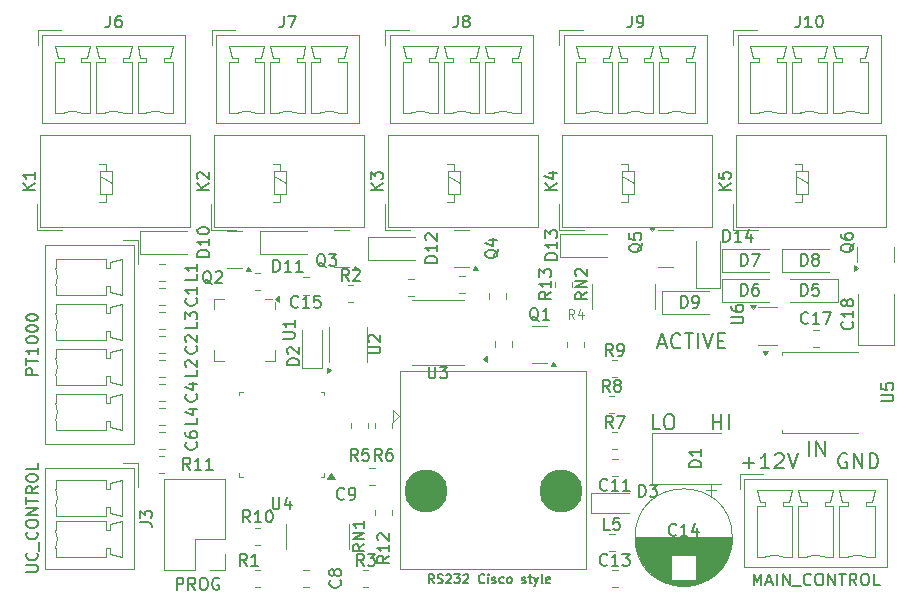
<source format=gbr>
%TF.GenerationSoftware,KiCad,Pcbnew,7.0.11+dfsg-1build4*%
%TF.CreationDate,2025-07-11T21:35:19+02:00*%
%TF.ProjectId,ParaPRZEKAZNIK,50617261-5052-45a4-954b-415a4e494b2e,rev?*%
%TF.SameCoordinates,Original*%
%TF.FileFunction,Legend,Top*%
%TF.FilePolarity,Positive*%
%FSLAX46Y46*%
G04 Gerber Fmt 4.6, Leading zero omitted, Abs format (unit mm)*
G04 Created by KiCad (PCBNEW 7.0.11+dfsg-1build4) date 2025-07-11 21:35:19*
%MOMM*%
%LPD*%
G01*
G04 APERTURE LIST*
%ADD10C,0.203200*%
%ADD11C,0.152400*%
%ADD12C,0.150000*%
%ADD13C,0.100000*%
%ADD14C,0.120000*%
%ADD15C,3.650000*%
G04 APERTURE END LIST*
D10*
X91368064Y-68946199D02*
X92335684Y-68946199D01*
X91851874Y-69430009D02*
X91851874Y-68462390D01*
X93605684Y-69430009D02*
X92879969Y-69430009D01*
X93242826Y-69430009D02*
X93242826Y-68160009D01*
X93242826Y-68160009D02*
X93121874Y-68341437D01*
X93121874Y-68341437D02*
X93000922Y-68462390D01*
X93000922Y-68462390D02*
X92879969Y-68522866D01*
X94089493Y-68280961D02*
X94149969Y-68220485D01*
X94149969Y-68220485D02*
X94270922Y-68160009D01*
X94270922Y-68160009D02*
X94573303Y-68160009D01*
X94573303Y-68160009D02*
X94694255Y-68220485D01*
X94694255Y-68220485D02*
X94754731Y-68280961D01*
X94754731Y-68280961D02*
X94815208Y-68401913D01*
X94815208Y-68401913D02*
X94815208Y-68522866D01*
X94815208Y-68522866D02*
X94754731Y-68704294D01*
X94754731Y-68704294D02*
X94029017Y-69430009D01*
X94029017Y-69430009D02*
X94815208Y-69430009D01*
X95178065Y-68160009D02*
X95601398Y-69430009D01*
X95601398Y-69430009D02*
X96024732Y-68160009D01*
X100161303Y-68220485D02*
X100040350Y-68160009D01*
X100040350Y-68160009D02*
X99858922Y-68160009D01*
X99858922Y-68160009D02*
X99677493Y-68220485D01*
X99677493Y-68220485D02*
X99556541Y-68341437D01*
X99556541Y-68341437D02*
X99496064Y-68462390D01*
X99496064Y-68462390D02*
X99435588Y-68704294D01*
X99435588Y-68704294D02*
X99435588Y-68885723D01*
X99435588Y-68885723D02*
X99496064Y-69127628D01*
X99496064Y-69127628D02*
X99556541Y-69248580D01*
X99556541Y-69248580D02*
X99677493Y-69369533D01*
X99677493Y-69369533D02*
X99858922Y-69430009D01*
X99858922Y-69430009D02*
X99979874Y-69430009D01*
X99979874Y-69430009D02*
X100161303Y-69369533D01*
X100161303Y-69369533D02*
X100221779Y-69309056D01*
X100221779Y-69309056D02*
X100221779Y-68885723D01*
X100221779Y-68885723D02*
X99979874Y-68885723D01*
X100766064Y-69430009D02*
X100766064Y-68160009D01*
X100766064Y-68160009D02*
X101491779Y-69430009D01*
X101491779Y-69430009D02*
X101491779Y-68160009D01*
X102096540Y-69430009D02*
X102096540Y-68160009D01*
X102096540Y-68160009D02*
X102398921Y-68160009D01*
X102398921Y-68160009D02*
X102580350Y-68220485D01*
X102580350Y-68220485D02*
X102701302Y-68341437D01*
X102701302Y-68341437D02*
X102761779Y-68462390D01*
X102761779Y-68462390D02*
X102822255Y-68704294D01*
X102822255Y-68704294D02*
X102822255Y-68885723D01*
X102822255Y-68885723D02*
X102761779Y-69127628D01*
X102761779Y-69127628D02*
X102701302Y-69248580D01*
X102701302Y-69248580D02*
X102580350Y-69369533D01*
X102580350Y-69369533D02*
X102398921Y-69430009D01*
X102398921Y-69430009D02*
X102096540Y-69430009D01*
X96956064Y-68414009D02*
X96956064Y-67144009D01*
X97560826Y-68414009D02*
X97560826Y-67144009D01*
X97560826Y-67144009D02*
X98286541Y-68414009D01*
X98286541Y-68414009D02*
X98286541Y-67144009D01*
X84352826Y-66128009D02*
X83748064Y-66128009D01*
X83748064Y-66128009D02*
X83748064Y-64858009D01*
X85018064Y-64858009D02*
X85259969Y-64858009D01*
X85259969Y-64858009D02*
X85380921Y-64918485D01*
X85380921Y-64918485D02*
X85501874Y-65039437D01*
X85501874Y-65039437D02*
X85562350Y-65281342D01*
X85562350Y-65281342D02*
X85562350Y-65704675D01*
X85562350Y-65704675D02*
X85501874Y-65946580D01*
X85501874Y-65946580D02*
X85380921Y-66067533D01*
X85380921Y-66067533D02*
X85259969Y-66128009D01*
X85259969Y-66128009D02*
X85018064Y-66128009D01*
X85018064Y-66128009D02*
X84897112Y-66067533D01*
X84897112Y-66067533D02*
X84776159Y-65946580D01*
X84776159Y-65946580D02*
X84715683Y-65704675D01*
X84715683Y-65704675D02*
X84715683Y-65281342D01*
X84715683Y-65281342D02*
X84776159Y-65039437D01*
X84776159Y-65039437D02*
X84897112Y-64918485D01*
X84897112Y-64918485D02*
X85018064Y-64858009D01*
D11*
X65233120Y-79146820D02*
X64979120Y-78783963D01*
X64797691Y-79146820D02*
X64797691Y-78384820D01*
X64797691Y-78384820D02*
X65087977Y-78384820D01*
X65087977Y-78384820D02*
X65160548Y-78421106D01*
X65160548Y-78421106D02*
X65196834Y-78457392D01*
X65196834Y-78457392D02*
X65233120Y-78529963D01*
X65233120Y-78529963D02*
X65233120Y-78638820D01*
X65233120Y-78638820D02*
X65196834Y-78711392D01*
X65196834Y-78711392D02*
X65160548Y-78747677D01*
X65160548Y-78747677D02*
X65087977Y-78783963D01*
X65087977Y-78783963D02*
X64797691Y-78783963D01*
X65523405Y-79110535D02*
X65632263Y-79146820D01*
X65632263Y-79146820D02*
X65813691Y-79146820D01*
X65813691Y-79146820D02*
X65886263Y-79110535D01*
X65886263Y-79110535D02*
X65922548Y-79074249D01*
X65922548Y-79074249D02*
X65958834Y-79001677D01*
X65958834Y-79001677D02*
X65958834Y-78929106D01*
X65958834Y-78929106D02*
X65922548Y-78856535D01*
X65922548Y-78856535D02*
X65886263Y-78820249D01*
X65886263Y-78820249D02*
X65813691Y-78783963D01*
X65813691Y-78783963D02*
X65668548Y-78747677D01*
X65668548Y-78747677D02*
X65595977Y-78711392D01*
X65595977Y-78711392D02*
X65559691Y-78675106D01*
X65559691Y-78675106D02*
X65523405Y-78602535D01*
X65523405Y-78602535D02*
X65523405Y-78529963D01*
X65523405Y-78529963D02*
X65559691Y-78457392D01*
X65559691Y-78457392D02*
X65595977Y-78421106D01*
X65595977Y-78421106D02*
X65668548Y-78384820D01*
X65668548Y-78384820D02*
X65849977Y-78384820D01*
X65849977Y-78384820D02*
X65958834Y-78421106D01*
X66249119Y-78457392D02*
X66285405Y-78421106D01*
X66285405Y-78421106D02*
X66357977Y-78384820D01*
X66357977Y-78384820D02*
X66539405Y-78384820D01*
X66539405Y-78384820D02*
X66611977Y-78421106D01*
X66611977Y-78421106D02*
X66648262Y-78457392D01*
X66648262Y-78457392D02*
X66684548Y-78529963D01*
X66684548Y-78529963D02*
X66684548Y-78602535D01*
X66684548Y-78602535D02*
X66648262Y-78711392D01*
X66648262Y-78711392D02*
X66212834Y-79146820D01*
X66212834Y-79146820D02*
X66684548Y-79146820D01*
X66938548Y-78384820D02*
X67410262Y-78384820D01*
X67410262Y-78384820D02*
X67156262Y-78675106D01*
X67156262Y-78675106D02*
X67265119Y-78675106D01*
X67265119Y-78675106D02*
X67337691Y-78711392D01*
X67337691Y-78711392D02*
X67373976Y-78747677D01*
X67373976Y-78747677D02*
X67410262Y-78820249D01*
X67410262Y-78820249D02*
X67410262Y-79001677D01*
X67410262Y-79001677D02*
X67373976Y-79074249D01*
X67373976Y-79074249D02*
X67337691Y-79110535D01*
X67337691Y-79110535D02*
X67265119Y-79146820D01*
X67265119Y-79146820D02*
X67047405Y-79146820D01*
X67047405Y-79146820D02*
X66974833Y-79110535D01*
X66974833Y-79110535D02*
X66938548Y-79074249D01*
X67700547Y-78457392D02*
X67736833Y-78421106D01*
X67736833Y-78421106D02*
X67809405Y-78384820D01*
X67809405Y-78384820D02*
X67990833Y-78384820D01*
X67990833Y-78384820D02*
X68063405Y-78421106D01*
X68063405Y-78421106D02*
X68099690Y-78457392D01*
X68099690Y-78457392D02*
X68135976Y-78529963D01*
X68135976Y-78529963D02*
X68135976Y-78602535D01*
X68135976Y-78602535D02*
X68099690Y-78711392D01*
X68099690Y-78711392D02*
X67664262Y-79146820D01*
X67664262Y-79146820D02*
X68135976Y-79146820D01*
X69478547Y-79074249D02*
X69442261Y-79110535D01*
X69442261Y-79110535D02*
X69333404Y-79146820D01*
X69333404Y-79146820D02*
X69260832Y-79146820D01*
X69260832Y-79146820D02*
X69151975Y-79110535D01*
X69151975Y-79110535D02*
X69079404Y-79037963D01*
X69079404Y-79037963D02*
X69043118Y-78965392D01*
X69043118Y-78965392D02*
X69006832Y-78820249D01*
X69006832Y-78820249D02*
X69006832Y-78711392D01*
X69006832Y-78711392D02*
X69043118Y-78566249D01*
X69043118Y-78566249D02*
X69079404Y-78493677D01*
X69079404Y-78493677D02*
X69151975Y-78421106D01*
X69151975Y-78421106D02*
X69260832Y-78384820D01*
X69260832Y-78384820D02*
X69333404Y-78384820D01*
X69333404Y-78384820D02*
X69442261Y-78421106D01*
X69442261Y-78421106D02*
X69478547Y-78457392D01*
X69805118Y-79146820D02*
X69805118Y-78638820D01*
X69805118Y-78384820D02*
X69768832Y-78421106D01*
X69768832Y-78421106D02*
X69805118Y-78457392D01*
X69805118Y-78457392D02*
X69841404Y-78421106D01*
X69841404Y-78421106D02*
X69805118Y-78384820D01*
X69805118Y-78384820D02*
X69805118Y-78457392D01*
X70131689Y-79110535D02*
X70204261Y-79146820D01*
X70204261Y-79146820D02*
X70349404Y-79146820D01*
X70349404Y-79146820D02*
X70421975Y-79110535D01*
X70421975Y-79110535D02*
X70458261Y-79037963D01*
X70458261Y-79037963D02*
X70458261Y-79001677D01*
X70458261Y-79001677D02*
X70421975Y-78929106D01*
X70421975Y-78929106D02*
X70349404Y-78892820D01*
X70349404Y-78892820D02*
X70240547Y-78892820D01*
X70240547Y-78892820D02*
X70167975Y-78856535D01*
X70167975Y-78856535D02*
X70131689Y-78783963D01*
X70131689Y-78783963D02*
X70131689Y-78747677D01*
X70131689Y-78747677D02*
X70167975Y-78675106D01*
X70167975Y-78675106D02*
X70240547Y-78638820D01*
X70240547Y-78638820D02*
X70349404Y-78638820D01*
X70349404Y-78638820D02*
X70421975Y-78675106D01*
X71111404Y-79110535D02*
X71038832Y-79146820D01*
X71038832Y-79146820D02*
X70893689Y-79146820D01*
X70893689Y-79146820D02*
X70821118Y-79110535D01*
X70821118Y-79110535D02*
X70784832Y-79074249D01*
X70784832Y-79074249D02*
X70748546Y-79001677D01*
X70748546Y-79001677D02*
X70748546Y-78783963D01*
X70748546Y-78783963D02*
X70784832Y-78711392D01*
X70784832Y-78711392D02*
X70821118Y-78675106D01*
X70821118Y-78675106D02*
X70893689Y-78638820D01*
X70893689Y-78638820D02*
X71038832Y-78638820D01*
X71038832Y-78638820D02*
X71111404Y-78675106D01*
X71546832Y-79146820D02*
X71474261Y-79110535D01*
X71474261Y-79110535D02*
X71437975Y-79074249D01*
X71437975Y-79074249D02*
X71401689Y-79001677D01*
X71401689Y-79001677D02*
X71401689Y-78783963D01*
X71401689Y-78783963D02*
X71437975Y-78711392D01*
X71437975Y-78711392D02*
X71474261Y-78675106D01*
X71474261Y-78675106D02*
X71546832Y-78638820D01*
X71546832Y-78638820D02*
X71655689Y-78638820D01*
X71655689Y-78638820D02*
X71728261Y-78675106D01*
X71728261Y-78675106D02*
X71764547Y-78711392D01*
X71764547Y-78711392D02*
X71800832Y-78783963D01*
X71800832Y-78783963D02*
X71800832Y-79001677D01*
X71800832Y-79001677D02*
X71764547Y-79074249D01*
X71764547Y-79074249D02*
X71728261Y-79110535D01*
X71728261Y-79110535D02*
X71655689Y-79146820D01*
X71655689Y-79146820D02*
X71546832Y-79146820D01*
X72671689Y-79110535D02*
X72744261Y-79146820D01*
X72744261Y-79146820D02*
X72889404Y-79146820D01*
X72889404Y-79146820D02*
X72961975Y-79110535D01*
X72961975Y-79110535D02*
X72998261Y-79037963D01*
X72998261Y-79037963D02*
X72998261Y-79001677D01*
X72998261Y-79001677D02*
X72961975Y-78929106D01*
X72961975Y-78929106D02*
X72889404Y-78892820D01*
X72889404Y-78892820D02*
X72780547Y-78892820D01*
X72780547Y-78892820D02*
X72707975Y-78856535D01*
X72707975Y-78856535D02*
X72671689Y-78783963D01*
X72671689Y-78783963D02*
X72671689Y-78747677D01*
X72671689Y-78747677D02*
X72707975Y-78675106D01*
X72707975Y-78675106D02*
X72780547Y-78638820D01*
X72780547Y-78638820D02*
X72889404Y-78638820D01*
X72889404Y-78638820D02*
X72961975Y-78675106D01*
X73215975Y-78638820D02*
X73506261Y-78638820D01*
X73324832Y-78384820D02*
X73324832Y-79037963D01*
X73324832Y-79037963D02*
X73361118Y-79110535D01*
X73361118Y-79110535D02*
X73433689Y-79146820D01*
X73433689Y-79146820D02*
X73506261Y-79146820D01*
X73687690Y-78638820D02*
X73869118Y-79146820D01*
X74050547Y-78638820D02*
X73869118Y-79146820D01*
X73869118Y-79146820D02*
X73796547Y-79328249D01*
X73796547Y-79328249D02*
X73760261Y-79364535D01*
X73760261Y-79364535D02*
X73687690Y-79400820D01*
X74449689Y-79146820D02*
X74377118Y-79110535D01*
X74377118Y-79110535D02*
X74340832Y-79037963D01*
X74340832Y-79037963D02*
X74340832Y-78384820D01*
X75030261Y-79110535D02*
X74957689Y-79146820D01*
X74957689Y-79146820D02*
X74812547Y-79146820D01*
X74812547Y-79146820D02*
X74739975Y-79110535D01*
X74739975Y-79110535D02*
X74703689Y-79037963D01*
X74703689Y-79037963D02*
X74703689Y-78747677D01*
X74703689Y-78747677D02*
X74739975Y-78675106D01*
X74739975Y-78675106D02*
X74812547Y-78638820D01*
X74812547Y-78638820D02*
X74957689Y-78638820D01*
X74957689Y-78638820D02*
X75030261Y-78675106D01*
X75030261Y-78675106D02*
X75066547Y-78747677D01*
X75066547Y-78747677D02*
X75066547Y-78820249D01*
X75066547Y-78820249D02*
X74703689Y-78892820D01*
D10*
X88828064Y-66128009D02*
X88828064Y-64858009D01*
X88828064Y-65462771D02*
X89553779Y-65462771D01*
X89553779Y-66128009D02*
X89553779Y-64858009D01*
X90158540Y-66128009D02*
X90158540Y-64858009D01*
X84195588Y-58907152D02*
X84800350Y-58907152D01*
X84074636Y-59270009D02*
X84497969Y-58000009D01*
X84497969Y-58000009D02*
X84921303Y-59270009D01*
X86070350Y-59149056D02*
X86009874Y-59209533D01*
X86009874Y-59209533D02*
X85828445Y-59270009D01*
X85828445Y-59270009D02*
X85707493Y-59270009D01*
X85707493Y-59270009D02*
X85526064Y-59209533D01*
X85526064Y-59209533D02*
X85405112Y-59088580D01*
X85405112Y-59088580D02*
X85344635Y-58967628D01*
X85344635Y-58967628D02*
X85284159Y-58725723D01*
X85284159Y-58725723D02*
X85284159Y-58544294D01*
X85284159Y-58544294D02*
X85344635Y-58302390D01*
X85344635Y-58302390D02*
X85405112Y-58181437D01*
X85405112Y-58181437D02*
X85526064Y-58060485D01*
X85526064Y-58060485D02*
X85707493Y-58000009D01*
X85707493Y-58000009D02*
X85828445Y-58000009D01*
X85828445Y-58000009D02*
X86009874Y-58060485D01*
X86009874Y-58060485D02*
X86070350Y-58120961D01*
X86433207Y-58000009D02*
X87158921Y-58000009D01*
X86796064Y-59270009D02*
X86796064Y-58000009D01*
X87582254Y-59270009D02*
X87582254Y-58000009D01*
X88005588Y-58000009D02*
X88428921Y-59270009D01*
X88428921Y-59270009D02*
X88852255Y-58000009D01*
X89275587Y-58604771D02*
X89698921Y-58604771D01*
X89880349Y-59270009D02*
X89275587Y-59270009D01*
X89275587Y-59270009D02*
X89275587Y-58000009D01*
X89275587Y-58000009D02*
X89880349Y-58000009D01*
D12*
X51617714Y-52778819D02*
X51617714Y-51778819D01*
X51617714Y-51778819D02*
X51855809Y-51778819D01*
X51855809Y-51778819D02*
X51998666Y-51826438D01*
X51998666Y-51826438D02*
X52093904Y-51921676D01*
X52093904Y-51921676D02*
X52141523Y-52016914D01*
X52141523Y-52016914D02*
X52189142Y-52207390D01*
X52189142Y-52207390D02*
X52189142Y-52350247D01*
X52189142Y-52350247D02*
X52141523Y-52540723D01*
X52141523Y-52540723D02*
X52093904Y-52635961D01*
X52093904Y-52635961D02*
X51998666Y-52731200D01*
X51998666Y-52731200D02*
X51855809Y-52778819D01*
X51855809Y-52778819D02*
X51617714Y-52778819D01*
X53141523Y-52778819D02*
X52570095Y-52778819D01*
X52855809Y-52778819D02*
X52855809Y-51778819D01*
X52855809Y-51778819D02*
X52760571Y-51921676D01*
X52760571Y-51921676D02*
X52665333Y-52016914D01*
X52665333Y-52016914D02*
X52570095Y-52064533D01*
X54093904Y-52778819D02*
X53522476Y-52778819D01*
X53808190Y-52778819D02*
X53808190Y-51778819D01*
X53808190Y-51778819D02*
X53712952Y-51921676D01*
X53712952Y-51921676D02*
X53617714Y-52016914D01*
X53617714Y-52016914D02*
X53522476Y-52064533D01*
X46174819Y-51506285D02*
X45174819Y-51506285D01*
X45174819Y-51506285D02*
X45174819Y-51268190D01*
X45174819Y-51268190D02*
X45222438Y-51125333D01*
X45222438Y-51125333D02*
X45317676Y-51030095D01*
X45317676Y-51030095D02*
X45412914Y-50982476D01*
X45412914Y-50982476D02*
X45603390Y-50934857D01*
X45603390Y-50934857D02*
X45746247Y-50934857D01*
X45746247Y-50934857D02*
X45936723Y-50982476D01*
X45936723Y-50982476D02*
X46031961Y-51030095D01*
X46031961Y-51030095D02*
X46127200Y-51125333D01*
X46127200Y-51125333D02*
X46174819Y-51268190D01*
X46174819Y-51268190D02*
X46174819Y-51506285D01*
X46174819Y-49982476D02*
X46174819Y-50553904D01*
X46174819Y-50268190D02*
X45174819Y-50268190D01*
X45174819Y-50268190D02*
X45317676Y-50363428D01*
X45317676Y-50363428D02*
X45412914Y-50458666D01*
X45412914Y-50458666D02*
X45460533Y-50553904D01*
X45174819Y-49363428D02*
X45174819Y-49268190D01*
X45174819Y-49268190D02*
X45222438Y-49172952D01*
X45222438Y-49172952D02*
X45270057Y-49125333D01*
X45270057Y-49125333D02*
X45365295Y-49077714D01*
X45365295Y-49077714D02*
X45555771Y-49030095D01*
X45555771Y-49030095D02*
X45793866Y-49030095D01*
X45793866Y-49030095D02*
X45984342Y-49077714D01*
X45984342Y-49077714D02*
X46079580Y-49125333D01*
X46079580Y-49125333D02*
X46127200Y-49172952D01*
X46127200Y-49172952D02*
X46174819Y-49268190D01*
X46174819Y-49268190D02*
X46174819Y-49363428D01*
X46174819Y-49363428D02*
X46127200Y-49458666D01*
X46127200Y-49458666D02*
X46079580Y-49506285D01*
X46079580Y-49506285D02*
X45984342Y-49553904D01*
X45984342Y-49553904D02*
X45793866Y-49601523D01*
X45793866Y-49601523D02*
X45555771Y-49601523D01*
X45555771Y-49601523D02*
X45365295Y-49553904D01*
X45365295Y-49553904D02*
X45270057Y-49506285D01*
X45270057Y-49506285D02*
X45222438Y-49458666D01*
X45222438Y-49458666D02*
X45174819Y-49363428D01*
X82573905Y-71828819D02*
X82573905Y-70828819D01*
X82573905Y-70828819D02*
X82812000Y-70828819D01*
X82812000Y-70828819D02*
X82954857Y-70876438D01*
X82954857Y-70876438D02*
X83050095Y-70971676D01*
X83050095Y-70971676D02*
X83097714Y-71066914D01*
X83097714Y-71066914D02*
X83145333Y-71257390D01*
X83145333Y-71257390D02*
X83145333Y-71400247D01*
X83145333Y-71400247D02*
X83097714Y-71590723D01*
X83097714Y-71590723D02*
X83050095Y-71685961D01*
X83050095Y-71685961D02*
X82954857Y-71781200D01*
X82954857Y-71781200D02*
X82812000Y-71828819D01*
X82812000Y-71828819D02*
X82573905Y-71828819D01*
X83478667Y-70828819D02*
X84097714Y-70828819D01*
X84097714Y-70828819D02*
X83764381Y-71209771D01*
X83764381Y-71209771D02*
X83907238Y-71209771D01*
X83907238Y-71209771D02*
X84002476Y-71257390D01*
X84002476Y-71257390D02*
X84050095Y-71305009D01*
X84050095Y-71305009D02*
X84097714Y-71400247D01*
X84097714Y-71400247D02*
X84097714Y-71638342D01*
X84097714Y-71638342D02*
X84050095Y-71733580D01*
X84050095Y-71733580D02*
X84002476Y-71781200D01*
X84002476Y-71781200D02*
X83907238Y-71828819D01*
X83907238Y-71828819D02*
X83621524Y-71828819D01*
X83621524Y-71828819D02*
X83526286Y-71781200D01*
X83526286Y-71781200D02*
X83478667Y-71733580D01*
X57999333Y-53540819D02*
X57666000Y-53064628D01*
X57427905Y-53540819D02*
X57427905Y-52540819D01*
X57427905Y-52540819D02*
X57808857Y-52540819D01*
X57808857Y-52540819D02*
X57904095Y-52588438D01*
X57904095Y-52588438D02*
X57951714Y-52636057D01*
X57951714Y-52636057D02*
X57999333Y-52731295D01*
X57999333Y-52731295D02*
X57999333Y-52874152D01*
X57999333Y-52874152D02*
X57951714Y-52969390D01*
X57951714Y-52969390D02*
X57904095Y-53017009D01*
X57904095Y-53017009D02*
X57808857Y-53064628D01*
X57808857Y-53064628D02*
X57427905Y-53064628D01*
X58380286Y-52636057D02*
X58427905Y-52588438D01*
X58427905Y-52588438D02*
X58523143Y-52540819D01*
X58523143Y-52540819D02*
X58761238Y-52540819D01*
X58761238Y-52540819D02*
X58856476Y-52588438D01*
X58856476Y-52588438D02*
X58904095Y-52636057D01*
X58904095Y-52636057D02*
X58951714Y-52731295D01*
X58951714Y-52731295D02*
X58951714Y-52826533D01*
X58951714Y-52826533D02*
X58904095Y-52969390D01*
X58904095Y-52969390D02*
X58332667Y-53540819D01*
X58332667Y-53540819D02*
X58951714Y-53540819D01*
X80097333Y-74622819D02*
X79621143Y-74622819D01*
X79621143Y-74622819D02*
X79621143Y-73622819D01*
X80906857Y-73622819D02*
X80430667Y-73622819D01*
X80430667Y-73622819D02*
X80383048Y-74099009D01*
X80383048Y-74099009D02*
X80430667Y-74051390D01*
X80430667Y-74051390D02*
X80525905Y-74003771D01*
X80525905Y-74003771D02*
X80764000Y-74003771D01*
X80764000Y-74003771D02*
X80859238Y-74051390D01*
X80859238Y-74051390D02*
X80906857Y-74099009D01*
X80906857Y-74099009D02*
X80954476Y-74194247D01*
X80954476Y-74194247D02*
X80954476Y-74432342D01*
X80954476Y-74432342D02*
X80906857Y-74527580D01*
X80906857Y-74527580D02*
X80859238Y-74575200D01*
X80859238Y-74575200D02*
X80764000Y-74622819D01*
X80764000Y-74622819D02*
X80525905Y-74622819D01*
X80525905Y-74622819D02*
X80430667Y-74575200D01*
X80430667Y-74575200D02*
X80383048Y-74527580D01*
X79875142Y-71225580D02*
X79827523Y-71273200D01*
X79827523Y-71273200D02*
X79684666Y-71320819D01*
X79684666Y-71320819D02*
X79589428Y-71320819D01*
X79589428Y-71320819D02*
X79446571Y-71273200D01*
X79446571Y-71273200D02*
X79351333Y-71177961D01*
X79351333Y-71177961D02*
X79303714Y-71082723D01*
X79303714Y-71082723D02*
X79256095Y-70892247D01*
X79256095Y-70892247D02*
X79256095Y-70749390D01*
X79256095Y-70749390D02*
X79303714Y-70558914D01*
X79303714Y-70558914D02*
X79351333Y-70463676D01*
X79351333Y-70463676D02*
X79446571Y-70368438D01*
X79446571Y-70368438D02*
X79589428Y-70320819D01*
X79589428Y-70320819D02*
X79684666Y-70320819D01*
X79684666Y-70320819D02*
X79827523Y-70368438D01*
X79827523Y-70368438D02*
X79875142Y-70416057D01*
X80827523Y-71320819D02*
X80256095Y-71320819D01*
X80541809Y-71320819D02*
X80541809Y-70320819D01*
X80541809Y-70320819D02*
X80446571Y-70463676D01*
X80446571Y-70463676D02*
X80351333Y-70558914D01*
X80351333Y-70558914D02*
X80256095Y-70606533D01*
X81779904Y-71320819D02*
X81208476Y-71320819D01*
X81494190Y-71320819D02*
X81494190Y-70320819D01*
X81494190Y-70320819D02*
X81398952Y-70463676D01*
X81398952Y-70463676D02*
X81303714Y-70558914D01*
X81303714Y-70558914D02*
X81208476Y-70606533D01*
X45158819Y-65190666D02*
X45158819Y-65666856D01*
X45158819Y-65666856D02*
X44158819Y-65666856D01*
X44492152Y-64428761D02*
X45158819Y-64428761D01*
X44111200Y-64666856D02*
X44825485Y-64904951D01*
X44825485Y-64904951D02*
X44825485Y-64285904D01*
X46386761Y-53816057D02*
X46291523Y-53768438D01*
X46291523Y-53768438D02*
X46196285Y-53673200D01*
X46196285Y-53673200D02*
X46053428Y-53530342D01*
X46053428Y-53530342D02*
X45958190Y-53482723D01*
X45958190Y-53482723D02*
X45862952Y-53482723D01*
X45910571Y-53720819D02*
X45815333Y-53673200D01*
X45815333Y-53673200D02*
X45720095Y-53577961D01*
X45720095Y-53577961D02*
X45672476Y-53387485D01*
X45672476Y-53387485D02*
X45672476Y-53054152D01*
X45672476Y-53054152D02*
X45720095Y-52863676D01*
X45720095Y-52863676D02*
X45815333Y-52768438D01*
X45815333Y-52768438D02*
X45910571Y-52720819D01*
X45910571Y-52720819D02*
X46101047Y-52720819D01*
X46101047Y-52720819D02*
X46196285Y-52768438D01*
X46196285Y-52768438D02*
X46291523Y-52863676D01*
X46291523Y-52863676D02*
X46339142Y-53054152D01*
X46339142Y-53054152D02*
X46339142Y-53387485D01*
X46339142Y-53387485D02*
X46291523Y-53577961D01*
X46291523Y-53577961D02*
X46196285Y-53673200D01*
X46196285Y-53673200D02*
X46101047Y-53720819D01*
X46101047Y-53720819D02*
X45910571Y-53720819D01*
X46720095Y-52816057D02*
X46767714Y-52768438D01*
X46767714Y-52768438D02*
X46862952Y-52720819D01*
X46862952Y-52720819D02*
X47101047Y-52720819D01*
X47101047Y-52720819D02*
X47196285Y-52768438D01*
X47196285Y-52768438D02*
X47243904Y-52816057D01*
X47243904Y-52816057D02*
X47291523Y-52911295D01*
X47291523Y-52911295D02*
X47291523Y-53006533D01*
X47291523Y-53006533D02*
X47243904Y-53149390D01*
X47243904Y-53149390D02*
X46672476Y-53720819D01*
X46672476Y-53720819D02*
X47291523Y-53720819D01*
X78178819Y-54538476D02*
X77702628Y-54871809D01*
X78178819Y-55109904D02*
X77178819Y-55109904D01*
X77178819Y-55109904D02*
X77178819Y-54728952D01*
X77178819Y-54728952D02*
X77226438Y-54633714D01*
X77226438Y-54633714D02*
X77274057Y-54586095D01*
X77274057Y-54586095D02*
X77369295Y-54538476D01*
X77369295Y-54538476D02*
X77512152Y-54538476D01*
X77512152Y-54538476D02*
X77607390Y-54586095D01*
X77607390Y-54586095D02*
X77655009Y-54633714D01*
X77655009Y-54633714D02*
X77702628Y-54728952D01*
X77702628Y-54728952D02*
X77702628Y-55109904D01*
X78178819Y-54109904D02*
X77178819Y-54109904D01*
X77178819Y-54109904D02*
X78178819Y-53538476D01*
X78178819Y-53538476D02*
X77178819Y-53538476D01*
X77274057Y-53109904D02*
X77226438Y-53062285D01*
X77226438Y-53062285D02*
X77178819Y-52967047D01*
X77178819Y-52967047D02*
X77178819Y-52728952D01*
X77178819Y-52728952D02*
X77226438Y-52633714D01*
X77226438Y-52633714D02*
X77274057Y-52586095D01*
X77274057Y-52586095D02*
X77369295Y-52538476D01*
X77369295Y-52538476D02*
X77464533Y-52538476D01*
X77464533Y-52538476D02*
X77607390Y-52586095D01*
X77607390Y-52586095D02*
X78178819Y-53157523D01*
X78178819Y-53157523D02*
X78178819Y-52538476D01*
X59652819Y-59689904D02*
X60462342Y-59689904D01*
X60462342Y-59689904D02*
X60557580Y-59642285D01*
X60557580Y-59642285D02*
X60605200Y-59594666D01*
X60605200Y-59594666D02*
X60652819Y-59499428D01*
X60652819Y-59499428D02*
X60652819Y-59308952D01*
X60652819Y-59308952D02*
X60605200Y-59213714D01*
X60605200Y-59213714D02*
X60557580Y-59166095D01*
X60557580Y-59166095D02*
X60462342Y-59118476D01*
X60462342Y-59118476D02*
X59652819Y-59118476D01*
X59748057Y-58689904D02*
X59700438Y-58642285D01*
X59700438Y-58642285D02*
X59652819Y-58547047D01*
X59652819Y-58547047D02*
X59652819Y-58308952D01*
X59652819Y-58308952D02*
X59700438Y-58213714D01*
X59700438Y-58213714D02*
X59748057Y-58166095D01*
X59748057Y-58166095D02*
X59843295Y-58118476D01*
X59843295Y-58118476D02*
X59938533Y-58118476D01*
X59938533Y-58118476D02*
X60081390Y-58166095D01*
X60081390Y-58166095D02*
X60652819Y-58737523D01*
X60652819Y-58737523D02*
X60652819Y-58118476D01*
X59269333Y-77670819D02*
X58936000Y-77194628D01*
X58697905Y-77670819D02*
X58697905Y-76670819D01*
X58697905Y-76670819D02*
X59078857Y-76670819D01*
X59078857Y-76670819D02*
X59174095Y-76718438D01*
X59174095Y-76718438D02*
X59221714Y-76766057D01*
X59221714Y-76766057D02*
X59269333Y-76861295D01*
X59269333Y-76861295D02*
X59269333Y-77004152D01*
X59269333Y-77004152D02*
X59221714Y-77099390D01*
X59221714Y-77099390D02*
X59174095Y-77147009D01*
X59174095Y-77147009D02*
X59078857Y-77194628D01*
X59078857Y-77194628D02*
X58697905Y-77194628D01*
X59602667Y-76670819D02*
X60221714Y-76670819D01*
X60221714Y-76670819D02*
X59888381Y-77051771D01*
X59888381Y-77051771D02*
X60031238Y-77051771D01*
X60031238Y-77051771D02*
X60126476Y-77099390D01*
X60126476Y-77099390D02*
X60174095Y-77147009D01*
X60174095Y-77147009D02*
X60221714Y-77242247D01*
X60221714Y-77242247D02*
X60221714Y-77480342D01*
X60221714Y-77480342D02*
X60174095Y-77575580D01*
X60174095Y-77575580D02*
X60126476Y-77623200D01*
X60126476Y-77623200D02*
X60031238Y-77670819D01*
X60031238Y-77670819D02*
X59745524Y-77670819D01*
X59745524Y-77670819D02*
X59650286Y-77623200D01*
X59650286Y-77623200D02*
X59602667Y-77575580D01*
X59326819Y-75874476D02*
X58850628Y-76207809D01*
X59326819Y-76445904D02*
X58326819Y-76445904D01*
X58326819Y-76445904D02*
X58326819Y-76064952D01*
X58326819Y-76064952D02*
X58374438Y-75969714D01*
X58374438Y-75969714D02*
X58422057Y-75922095D01*
X58422057Y-75922095D02*
X58517295Y-75874476D01*
X58517295Y-75874476D02*
X58660152Y-75874476D01*
X58660152Y-75874476D02*
X58755390Y-75922095D01*
X58755390Y-75922095D02*
X58803009Y-75969714D01*
X58803009Y-75969714D02*
X58850628Y-76064952D01*
X58850628Y-76064952D02*
X58850628Y-76445904D01*
X59326819Y-75445904D02*
X58326819Y-75445904D01*
X58326819Y-75445904D02*
X59326819Y-74874476D01*
X59326819Y-74874476D02*
X58326819Y-74874476D01*
X59326819Y-73874476D02*
X59326819Y-74445904D01*
X59326819Y-74160190D02*
X58326819Y-74160190D01*
X58326819Y-74160190D02*
X58469676Y-74255428D01*
X58469676Y-74255428D02*
X58564914Y-74350666D01*
X58564914Y-74350666D02*
X58612533Y-74445904D01*
X80097333Y-62938819D02*
X79764000Y-62462628D01*
X79525905Y-62938819D02*
X79525905Y-61938819D01*
X79525905Y-61938819D02*
X79906857Y-61938819D01*
X79906857Y-61938819D02*
X80002095Y-61986438D01*
X80002095Y-61986438D02*
X80049714Y-62034057D01*
X80049714Y-62034057D02*
X80097333Y-62129295D01*
X80097333Y-62129295D02*
X80097333Y-62272152D01*
X80097333Y-62272152D02*
X80049714Y-62367390D01*
X80049714Y-62367390D02*
X80002095Y-62415009D01*
X80002095Y-62415009D02*
X79906857Y-62462628D01*
X79906857Y-62462628D02*
X79525905Y-62462628D01*
X80668762Y-62367390D02*
X80573524Y-62319771D01*
X80573524Y-62319771D02*
X80525905Y-62272152D01*
X80525905Y-62272152D02*
X80478286Y-62176914D01*
X80478286Y-62176914D02*
X80478286Y-62129295D01*
X80478286Y-62129295D02*
X80525905Y-62034057D01*
X80525905Y-62034057D02*
X80573524Y-61986438D01*
X80573524Y-61986438D02*
X80668762Y-61938819D01*
X80668762Y-61938819D02*
X80859238Y-61938819D01*
X80859238Y-61938819D02*
X80954476Y-61986438D01*
X80954476Y-61986438D02*
X81002095Y-62034057D01*
X81002095Y-62034057D02*
X81049714Y-62129295D01*
X81049714Y-62129295D02*
X81049714Y-62176914D01*
X81049714Y-62176914D02*
X81002095Y-62272152D01*
X81002095Y-62272152D02*
X80954476Y-62319771D01*
X80954476Y-62319771D02*
X80859238Y-62367390D01*
X80859238Y-62367390D02*
X80668762Y-62367390D01*
X80668762Y-62367390D02*
X80573524Y-62415009D01*
X80573524Y-62415009D02*
X80525905Y-62462628D01*
X80525905Y-62462628D02*
X80478286Y-62557866D01*
X80478286Y-62557866D02*
X80478286Y-62748342D01*
X80478286Y-62748342D02*
X80525905Y-62843580D01*
X80525905Y-62843580D02*
X80573524Y-62891200D01*
X80573524Y-62891200D02*
X80668762Y-62938819D01*
X80668762Y-62938819D02*
X80859238Y-62938819D01*
X80859238Y-62938819D02*
X80954476Y-62891200D01*
X80954476Y-62891200D02*
X81002095Y-62843580D01*
X81002095Y-62843580D02*
X81049714Y-62748342D01*
X81049714Y-62748342D02*
X81049714Y-62557866D01*
X81049714Y-62557866D02*
X81002095Y-62462628D01*
X81002095Y-62462628D02*
X80954476Y-62415009D01*
X80954476Y-62415009D02*
X80859238Y-62367390D01*
X31680319Y-61498118D02*
X30680319Y-61498118D01*
X30680319Y-61498118D02*
X30680319Y-61117166D01*
X30680319Y-61117166D02*
X30727938Y-61021928D01*
X30727938Y-61021928D02*
X30775557Y-60974309D01*
X30775557Y-60974309D02*
X30870795Y-60926690D01*
X30870795Y-60926690D02*
X31013652Y-60926690D01*
X31013652Y-60926690D02*
X31108890Y-60974309D01*
X31108890Y-60974309D02*
X31156509Y-61021928D01*
X31156509Y-61021928D02*
X31204128Y-61117166D01*
X31204128Y-61117166D02*
X31204128Y-61498118D01*
X30680319Y-60640975D02*
X30680319Y-60069547D01*
X31680319Y-60355261D02*
X30680319Y-60355261D01*
X31680319Y-59212404D02*
X31680319Y-59783832D01*
X31680319Y-59498118D02*
X30680319Y-59498118D01*
X30680319Y-59498118D02*
X30823176Y-59593356D01*
X30823176Y-59593356D02*
X30918414Y-59688594D01*
X30918414Y-59688594D02*
X30966033Y-59783832D01*
X30680319Y-58593356D02*
X30680319Y-58498118D01*
X30680319Y-58498118D02*
X30727938Y-58402880D01*
X30727938Y-58402880D02*
X30775557Y-58355261D01*
X30775557Y-58355261D02*
X30870795Y-58307642D01*
X30870795Y-58307642D02*
X31061271Y-58260023D01*
X31061271Y-58260023D02*
X31299366Y-58260023D01*
X31299366Y-58260023D02*
X31489842Y-58307642D01*
X31489842Y-58307642D02*
X31585080Y-58355261D01*
X31585080Y-58355261D02*
X31632700Y-58402880D01*
X31632700Y-58402880D02*
X31680319Y-58498118D01*
X31680319Y-58498118D02*
X31680319Y-58593356D01*
X31680319Y-58593356D02*
X31632700Y-58688594D01*
X31632700Y-58688594D02*
X31585080Y-58736213D01*
X31585080Y-58736213D02*
X31489842Y-58783832D01*
X31489842Y-58783832D02*
X31299366Y-58831451D01*
X31299366Y-58831451D02*
X31061271Y-58831451D01*
X31061271Y-58831451D02*
X30870795Y-58783832D01*
X30870795Y-58783832D02*
X30775557Y-58736213D01*
X30775557Y-58736213D02*
X30727938Y-58688594D01*
X30727938Y-58688594D02*
X30680319Y-58593356D01*
X30680319Y-57640975D02*
X30680319Y-57545737D01*
X30680319Y-57545737D02*
X30727938Y-57450499D01*
X30727938Y-57450499D02*
X30775557Y-57402880D01*
X30775557Y-57402880D02*
X30870795Y-57355261D01*
X30870795Y-57355261D02*
X31061271Y-57307642D01*
X31061271Y-57307642D02*
X31299366Y-57307642D01*
X31299366Y-57307642D02*
X31489842Y-57355261D01*
X31489842Y-57355261D02*
X31585080Y-57402880D01*
X31585080Y-57402880D02*
X31632700Y-57450499D01*
X31632700Y-57450499D02*
X31680319Y-57545737D01*
X31680319Y-57545737D02*
X31680319Y-57640975D01*
X31680319Y-57640975D02*
X31632700Y-57736213D01*
X31632700Y-57736213D02*
X31585080Y-57783832D01*
X31585080Y-57783832D02*
X31489842Y-57831451D01*
X31489842Y-57831451D02*
X31299366Y-57879070D01*
X31299366Y-57879070D02*
X31061271Y-57879070D01*
X31061271Y-57879070D02*
X30870795Y-57831451D01*
X30870795Y-57831451D02*
X30775557Y-57783832D01*
X30775557Y-57783832D02*
X30727938Y-57736213D01*
X30727938Y-57736213D02*
X30680319Y-57640975D01*
X30680319Y-56688594D02*
X30680319Y-56593356D01*
X30680319Y-56593356D02*
X30727938Y-56498118D01*
X30727938Y-56498118D02*
X30775557Y-56450499D01*
X30775557Y-56450499D02*
X30870795Y-56402880D01*
X30870795Y-56402880D02*
X31061271Y-56355261D01*
X31061271Y-56355261D02*
X31299366Y-56355261D01*
X31299366Y-56355261D02*
X31489842Y-56402880D01*
X31489842Y-56402880D02*
X31585080Y-56450499D01*
X31585080Y-56450499D02*
X31632700Y-56498118D01*
X31632700Y-56498118D02*
X31680319Y-56593356D01*
X31680319Y-56593356D02*
X31680319Y-56688594D01*
X31680319Y-56688594D02*
X31632700Y-56783832D01*
X31632700Y-56783832D02*
X31585080Y-56831451D01*
X31585080Y-56831451D02*
X31489842Y-56879070D01*
X31489842Y-56879070D02*
X31299366Y-56926689D01*
X31299366Y-56926689D02*
X31061271Y-56926689D01*
X31061271Y-56926689D02*
X30870795Y-56879070D01*
X30870795Y-56879070D02*
X30775557Y-56831451D01*
X30775557Y-56831451D02*
X30727938Y-56783832D01*
X30727938Y-56783832D02*
X30680319Y-56688594D01*
X61414819Y-76842857D02*
X60938628Y-77176190D01*
X61414819Y-77414285D02*
X60414819Y-77414285D01*
X60414819Y-77414285D02*
X60414819Y-77033333D01*
X60414819Y-77033333D02*
X60462438Y-76938095D01*
X60462438Y-76938095D02*
X60510057Y-76890476D01*
X60510057Y-76890476D02*
X60605295Y-76842857D01*
X60605295Y-76842857D02*
X60748152Y-76842857D01*
X60748152Y-76842857D02*
X60843390Y-76890476D01*
X60843390Y-76890476D02*
X60891009Y-76938095D01*
X60891009Y-76938095D02*
X60938628Y-77033333D01*
X60938628Y-77033333D02*
X60938628Y-77414285D01*
X61414819Y-75890476D02*
X61414819Y-76461904D01*
X61414819Y-76176190D02*
X60414819Y-76176190D01*
X60414819Y-76176190D02*
X60557676Y-76271428D01*
X60557676Y-76271428D02*
X60652914Y-76366666D01*
X60652914Y-76366666D02*
X60700533Y-76461904D01*
X60510057Y-75509523D02*
X60462438Y-75461904D01*
X60462438Y-75461904D02*
X60414819Y-75366666D01*
X60414819Y-75366666D02*
X60414819Y-75128571D01*
X60414819Y-75128571D02*
X60462438Y-75033333D01*
X60462438Y-75033333D02*
X60510057Y-74985714D01*
X60510057Y-74985714D02*
X60605295Y-74938095D01*
X60605295Y-74938095D02*
X60700533Y-74938095D01*
X60700533Y-74938095D02*
X60843390Y-74985714D01*
X60843390Y-74985714D02*
X61414819Y-75557142D01*
X61414819Y-75557142D02*
X61414819Y-74938095D01*
X65478819Y-52014285D02*
X64478819Y-52014285D01*
X64478819Y-52014285D02*
X64478819Y-51776190D01*
X64478819Y-51776190D02*
X64526438Y-51633333D01*
X64526438Y-51633333D02*
X64621676Y-51538095D01*
X64621676Y-51538095D02*
X64716914Y-51490476D01*
X64716914Y-51490476D02*
X64907390Y-51442857D01*
X64907390Y-51442857D02*
X65050247Y-51442857D01*
X65050247Y-51442857D02*
X65240723Y-51490476D01*
X65240723Y-51490476D02*
X65335961Y-51538095D01*
X65335961Y-51538095D02*
X65431200Y-51633333D01*
X65431200Y-51633333D02*
X65478819Y-51776190D01*
X65478819Y-51776190D02*
X65478819Y-52014285D01*
X65478819Y-50490476D02*
X65478819Y-51061904D01*
X65478819Y-50776190D02*
X64478819Y-50776190D01*
X64478819Y-50776190D02*
X64621676Y-50871428D01*
X64621676Y-50871428D02*
X64716914Y-50966666D01*
X64716914Y-50966666D02*
X64764533Y-51061904D01*
X64574057Y-50109523D02*
X64526438Y-50061904D01*
X64526438Y-50061904D02*
X64478819Y-49966666D01*
X64478819Y-49966666D02*
X64478819Y-49728571D01*
X64478819Y-49728571D02*
X64526438Y-49633333D01*
X64526438Y-49633333D02*
X64574057Y-49585714D01*
X64574057Y-49585714D02*
X64669295Y-49538095D01*
X64669295Y-49538095D02*
X64764533Y-49538095D01*
X64764533Y-49538095D02*
X64907390Y-49585714D01*
X64907390Y-49585714D02*
X65478819Y-50157142D01*
X65478819Y-50157142D02*
X65478819Y-49538095D01*
X80351333Y-59890819D02*
X80018000Y-59414628D01*
X79779905Y-59890819D02*
X79779905Y-58890819D01*
X79779905Y-58890819D02*
X80160857Y-58890819D01*
X80160857Y-58890819D02*
X80256095Y-58938438D01*
X80256095Y-58938438D02*
X80303714Y-58986057D01*
X80303714Y-58986057D02*
X80351333Y-59081295D01*
X80351333Y-59081295D02*
X80351333Y-59224152D01*
X80351333Y-59224152D02*
X80303714Y-59319390D01*
X80303714Y-59319390D02*
X80256095Y-59367009D01*
X80256095Y-59367009D02*
X80160857Y-59414628D01*
X80160857Y-59414628D02*
X79779905Y-59414628D01*
X80827524Y-59890819D02*
X81018000Y-59890819D01*
X81018000Y-59890819D02*
X81113238Y-59843200D01*
X81113238Y-59843200D02*
X81160857Y-59795580D01*
X81160857Y-59795580D02*
X81256095Y-59652723D01*
X81256095Y-59652723D02*
X81303714Y-59462247D01*
X81303714Y-59462247D02*
X81303714Y-59081295D01*
X81303714Y-59081295D02*
X81256095Y-58986057D01*
X81256095Y-58986057D02*
X81208476Y-58938438D01*
X81208476Y-58938438D02*
X81113238Y-58890819D01*
X81113238Y-58890819D02*
X80922762Y-58890819D01*
X80922762Y-58890819D02*
X80827524Y-58938438D01*
X80827524Y-58938438D02*
X80779905Y-58986057D01*
X80779905Y-58986057D02*
X80732286Y-59081295D01*
X80732286Y-59081295D02*
X80732286Y-59319390D01*
X80732286Y-59319390D02*
X80779905Y-59414628D01*
X80779905Y-59414628D02*
X80827524Y-59462247D01*
X80827524Y-59462247D02*
X80922762Y-59509866D01*
X80922762Y-59509866D02*
X81113238Y-59509866D01*
X81113238Y-59509866D02*
X81208476Y-59462247D01*
X81208476Y-59462247D02*
X81256095Y-59414628D01*
X81256095Y-59414628D02*
X81303714Y-59319390D01*
X103086819Y-63753904D02*
X103896342Y-63753904D01*
X103896342Y-63753904D02*
X103991580Y-63706285D01*
X103991580Y-63706285D02*
X104039200Y-63658666D01*
X104039200Y-63658666D02*
X104086819Y-63563428D01*
X104086819Y-63563428D02*
X104086819Y-63372952D01*
X104086819Y-63372952D02*
X104039200Y-63277714D01*
X104039200Y-63277714D02*
X103991580Y-63230095D01*
X103991580Y-63230095D02*
X103896342Y-63182476D01*
X103896342Y-63182476D02*
X103086819Y-63182476D01*
X103086819Y-62230095D02*
X103086819Y-62706285D01*
X103086819Y-62706285D02*
X103563009Y-62753904D01*
X103563009Y-62753904D02*
X103515390Y-62706285D01*
X103515390Y-62706285D02*
X103467771Y-62611047D01*
X103467771Y-62611047D02*
X103467771Y-62372952D01*
X103467771Y-62372952D02*
X103515390Y-62277714D01*
X103515390Y-62277714D02*
X103563009Y-62230095D01*
X103563009Y-62230095D02*
X103658247Y-62182476D01*
X103658247Y-62182476D02*
X103896342Y-62182476D01*
X103896342Y-62182476D02*
X103991580Y-62230095D01*
X103991580Y-62230095D02*
X104039200Y-62277714D01*
X104039200Y-62277714D02*
X104086819Y-62372952D01*
X104086819Y-62372952D02*
X104086819Y-62611047D01*
X104086819Y-62611047D02*
X104039200Y-62706285D01*
X104039200Y-62706285D02*
X103991580Y-62753904D01*
X58761333Y-68780819D02*
X58428000Y-68304628D01*
X58189905Y-68780819D02*
X58189905Y-67780819D01*
X58189905Y-67780819D02*
X58570857Y-67780819D01*
X58570857Y-67780819D02*
X58666095Y-67828438D01*
X58666095Y-67828438D02*
X58713714Y-67876057D01*
X58713714Y-67876057D02*
X58761333Y-67971295D01*
X58761333Y-67971295D02*
X58761333Y-68114152D01*
X58761333Y-68114152D02*
X58713714Y-68209390D01*
X58713714Y-68209390D02*
X58666095Y-68257009D01*
X58666095Y-68257009D02*
X58570857Y-68304628D01*
X58570857Y-68304628D02*
X58189905Y-68304628D01*
X59666095Y-67780819D02*
X59189905Y-67780819D01*
X59189905Y-67780819D02*
X59142286Y-68257009D01*
X59142286Y-68257009D02*
X59189905Y-68209390D01*
X59189905Y-68209390D02*
X59285143Y-68161771D01*
X59285143Y-68161771D02*
X59523238Y-68161771D01*
X59523238Y-68161771D02*
X59618476Y-68209390D01*
X59618476Y-68209390D02*
X59666095Y-68257009D01*
X59666095Y-68257009D02*
X59713714Y-68352247D01*
X59713714Y-68352247D02*
X59713714Y-68590342D01*
X59713714Y-68590342D02*
X59666095Y-68685580D01*
X59666095Y-68685580D02*
X59618476Y-68733200D01*
X59618476Y-68733200D02*
X59523238Y-68780819D01*
X59523238Y-68780819D02*
X59285143Y-68780819D01*
X59285143Y-68780819D02*
X59189905Y-68733200D01*
X59189905Y-68733200D02*
X59142286Y-68685580D01*
X64770095Y-60816819D02*
X64770095Y-61626342D01*
X64770095Y-61626342D02*
X64817714Y-61721580D01*
X64817714Y-61721580D02*
X64865333Y-61769200D01*
X64865333Y-61769200D02*
X64960571Y-61816819D01*
X64960571Y-61816819D02*
X65151047Y-61816819D01*
X65151047Y-61816819D02*
X65246285Y-61769200D01*
X65246285Y-61769200D02*
X65293904Y-61721580D01*
X65293904Y-61721580D02*
X65341523Y-61626342D01*
X65341523Y-61626342D02*
X65341523Y-60816819D01*
X65722476Y-60816819D02*
X66341523Y-60816819D01*
X66341523Y-60816819D02*
X66008190Y-61197771D01*
X66008190Y-61197771D02*
X66151047Y-61197771D01*
X66151047Y-61197771D02*
X66246285Y-61245390D01*
X66246285Y-61245390D02*
X66293904Y-61293009D01*
X66293904Y-61293009D02*
X66341523Y-61388247D01*
X66341523Y-61388247D02*
X66341523Y-61626342D01*
X66341523Y-61626342D02*
X66293904Y-61721580D01*
X66293904Y-61721580D02*
X66246285Y-61769200D01*
X66246285Y-61769200D02*
X66151047Y-61816819D01*
X66151047Y-61816819D02*
X65865333Y-61816819D01*
X65865333Y-61816819D02*
X65770095Y-61769200D01*
X65770095Y-61769200D02*
X65722476Y-61721580D01*
X60861319Y-45857594D02*
X59861319Y-45857594D01*
X60861319Y-45286166D02*
X60289890Y-45714737D01*
X59861319Y-45286166D02*
X60432747Y-45857594D01*
X59861319Y-44952832D02*
X59861319Y-44333785D01*
X59861319Y-44333785D02*
X60242271Y-44667118D01*
X60242271Y-44667118D02*
X60242271Y-44524261D01*
X60242271Y-44524261D02*
X60289890Y-44429023D01*
X60289890Y-44429023D02*
X60337509Y-44381404D01*
X60337509Y-44381404D02*
X60432747Y-44333785D01*
X60432747Y-44333785D02*
X60670842Y-44333785D01*
X60670842Y-44333785D02*
X60766080Y-44381404D01*
X60766080Y-44381404D02*
X60813700Y-44429023D01*
X60813700Y-44429023D02*
X60861319Y-44524261D01*
X60861319Y-44524261D02*
X60861319Y-44809975D01*
X60861319Y-44809975D02*
X60813700Y-44905213D01*
X60813700Y-44905213D02*
X60766080Y-44952832D01*
X100766057Y-50387238D02*
X100718438Y-50482476D01*
X100718438Y-50482476D02*
X100623200Y-50577714D01*
X100623200Y-50577714D02*
X100480342Y-50720571D01*
X100480342Y-50720571D02*
X100432723Y-50815809D01*
X100432723Y-50815809D02*
X100432723Y-50911047D01*
X100670819Y-50863428D02*
X100623200Y-50958666D01*
X100623200Y-50958666D02*
X100527961Y-51053904D01*
X100527961Y-51053904D02*
X100337485Y-51101523D01*
X100337485Y-51101523D02*
X100004152Y-51101523D01*
X100004152Y-51101523D02*
X99813676Y-51053904D01*
X99813676Y-51053904D02*
X99718438Y-50958666D01*
X99718438Y-50958666D02*
X99670819Y-50863428D01*
X99670819Y-50863428D02*
X99670819Y-50672952D01*
X99670819Y-50672952D02*
X99718438Y-50577714D01*
X99718438Y-50577714D02*
X99813676Y-50482476D01*
X99813676Y-50482476D02*
X100004152Y-50434857D01*
X100004152Y-50434857D02*
X100337485Y-50434857D01*
X100337485Y-50434857D02*
X100527961Y-50482476D01*
X100527961Y-50482476D02*
X100623200Y-50577714D01*
X100623200Y-50577714D02*
X100670819Y-50672952D01*
X100670819Y-50672952D02*
X100670819Y-50863428D01*
X99670819Y-49577714D02*
X99670819Y-49768190D01*
X99670819Y-49768190D02*
X99718438Y-49863428D01*
X99718438Y-49863428D02*
X99766057Y-49911047D01*
X99766057Y-49911047D02*
X99908914Y-50006285D01*
X99908914Y-50006285D02*
X100099390Y-50053904D01*
X100099390Y-50053904D02*
X100480342Y-50053904D01*
X100480342Y-50053904D02*
X100575580Y-50006285D01*
X100575580Y-50006285D02*
X100623200Y-49958666D01*
X100623200Y-49958666D02*
X100670819Y-49863428D01*
X100670819Y-49863428D02*
X100670819Y-49672952D01*
X100670819Y-49672952D02*
X100623200Y-49577714D01*
X100623200Y-49577714D02*
X100575580Y-49530095D01*
X100575580Y-49530095D02*
X100480342Y-49482476D01*
X100480342Y-49482476D02*
X100242247Y-49482476D01*
X100242247Y-49482476D02*
X100147009Y-49530095D01*
X100147009Y-49530095D02*
X100099390Y-49577714D01*
X100099390Y-49577714D02*
X100051771Y-49672952D01*
X100051771Y-49672952D02*
X100051771Y-49863428D01*
X100051771Y-49863428D02*
X100099390Y-49958666D01*
X100099390Y-49958666D02*
X100147009Y-50006285D01*
X100147009Y-50006285D02*
X100242247Y-50053904D01*
X91209905Y-54810819D02*
X91209905Y-53810819D01*
X91209905Y-53810819D02*
X91448000Y-53810819D01*
X91448000Y-53810819D02*
X91590857Y-53858438D01*
X91590857Y-53858438D02*
X91686095Y-53953676D01*
X91686095Y-53953676D02*
X91733714Y-54048914D01*
X91733714Y-54048914D02*
X91781333Y-54239390D01*
X91781333Y-54239390D02*
X91781333Y-54382247D01*
X91781333Y-54382247D02*
X91733714Y-54572723D01*
X91733714Y-54572723D02*
X91686095Y-54667961D01*
X91686095Y-54667961D02*
X91590857Y-54763200D01*
X91590857Y-54763200D02*
X91448000Y-54810819D01*
X91448000Y-54810819D02*
X91209905Y-54810819D01*
X92638476Y-53810819D02*
X92448000Y-53810819D01*
X92448000Y-53810819D02*
X92352762Y-53858438D01*
X92352762Y-53858438D02*
X92305143Y-53906057D01*
X92305143Y-53906057D02*
X92209905Y-54048914D01*
X92209905Y-54048914D02*
X92162286Y-54239390D01*
X92162286Y-54239390D02*
X92162286Y-54620342D01*
X92162286Y-54620342D02*
X92209905Y-54715580D01*
X92209905Y-54715580D02*
X92257524Y-54763200D01*
X92257524Y-54763200D02*
X92352762Y-54810819D01*
X92352762Y-54810819D02*
X92543238Y-54810819D01*
X92543238Y-54810819D02*
X92638476Y-54763200D01*
X92638476Y-54763200D02*
X92686095Y-54715580D01*
X92686095Y-54715580D02*
X92733714Y-54620342D01*
X92733714Y-54620342D02*
X92733714Y-54382247D01*
X92733714Y-54382247D02*
X92686095Y-54287009D01*
X92686095Y-54287009D02*
X92638476Y-54239390D01*
X92638476Y-54239390D02*
X92543238Y-54191771D01*
X92543238Y-54191771D02*
X92352762Y-54191771D01*
X92352762Y-54191771D02*
X92257524Y-54239390D01*
X92257524Y-54239390D02*
X92209905Y-54287009D01*
X92209905Y-54287009D02*
X92162286Y-54382247D01*
X37784166Y-31090819D02*
X37784166Y-31805104D01*
X37784166Y-31805104D02*
X37736547Y-31947961D01*
X37736547Y-31947961D02*
X37641309Y-32043200D01*
X37641309Y-32043200D02*
X37498452Y-32090819D01*
X37498452Y-32090819D02*
X37403214Y-32090819D01*
X38688928Y-31090819D02*
X38498452Y-31090819D01*
X38498452Y-31090819D02*
X38403214Y-31138438D01*
X38403214Y-31138438D02*
X38355595Y-31186057D01*
X38355595Y-31186057D02*
X38260357Y-31328914D01*
X38260357Y-31328914D02*
X38212738Y-31519390D01*
X38212738Y-31519390D02*
X38212738Y-31900342D01*
X38212738Y-31900342D02*
X38260357Y-31995580D01*
X38260357Y-31995580D02*
X38307976Y-32043200D01*
X38307976Y-32043200D02*
X38403214Y-32090819D01*
X38403214Y-32090819D02*
X38593690Y-32090819D01*
X38593690Y-32090819D02*
X38688928Y-32043200D01*
X38688928Y-32043200D02*
X38736547Y-31995580D01*
X38736547Y-31995580D02*
X38784166Y-31900342D01*
X38784166Y-31900342D02*
X38784166Y-31662247D01*
X38784166Y-31662247D02*
X38736547Y-31567009D01*
X38736547Y-31567009D02*
X38688928Y-31519390D01*
X38688928Y-31519390D02*
X38593690Y-31471771D01*
X38593690Y-31471771D02*
X38403214Y-31471771D01*
X38403214Y-31471771D02*
X38307976Y-31519390D01*
X38307976Y-31519390D02*
X38260357Y-31567009D01*
X38260357Y-31567009D02*
X38212738Y-31662247D01*
X75130819Y-54490857D02*
X74654628Y-54824190D01*
X75130819Y-55062285D02*
X74130819Y-55062285D01*
X74130819Y-55062285D02*
X74130819Y-54681333D01*
X74130819Y-54681333D02*
X74178438Y-54586095D01*
X74178438Y-54586095D02*
X74226057Y-54538476D01*
X74226057Y-54538476D02*
X74321295Y-54490857D01*
X74321295Y-54490857D02*
X74464152Y-54490857D01*
X74464152Y-54490857D02*
X74559390Y-54538476D01*
X74559390Y-54538476D02*
X74607009Y-54586095D01*
X74607009Y-54586095D02*
X74654628Y-54681333D01*
X74654628Y-54681333D02*
X74654628Y-55062285D01*
X75130819Y-53538476D02*
X75130819Y-54109904D01*
X75130819Y-53824190D02*
X74130819Y-53824190D01*
X74130819Y-53824190D02*
X74273676Y-53919428D01*
X74273676Y-53919428D02*
X74368914Y-54014666D01*
X74368914Y-54014666D02*
X74416533Y-54109904D01*
X74130819Y-53205142D02*
X74130819Y-52586095D01*
X74130819Y-52586095D02*
X74511771Y-52919428D01*
X74511771Y-52919428D02*
X74511771Y-52776571D01*
X74511771Y-52776571D02*
X74559390Y-52681333D01*
X74559390Y-52681333D02*
X74607009Y-52633714D01*
X74607009Y-52633714D02*
X74702247Y-52586095D01*
X74702247Y-52586095D02*
X74940342Y-52586095D01*
X74940342Y-52586095D02*
X75035580Y-52633714D01*
X75035580Y-52633714D02*
X75083200Y-52681333D01*
X75083200Y-52681333D02*
X75130819Y-52776571D01*
X75130819Y-52776571D02*
X75130819Y-53062285D01*
X75130819Y-53062285D02*
X75083200Y-53157523D01*
X75083200Y-53157523D02*
X75035580Y-53205142D01*
X96893142Y-57099580D02*
X96845523Y-57147200D01*
X96845523Y-57147200D02*
X96702666Y-57194819D01*
X96702666Y-57194819D02*
X96607428Y-57194819D01*
X96607428Y-57194819D02*
X96464571Y-57147200D01*
X96464571Y-57147200D02*
X96369333Y-57051961D01*
X96369333Y-57051961D02*
X96321714Y-56956723D01*
X96321714Y-56956723D02*
X96274095Y-56766247D01*
X96274095Y-56766247D02*
X96274095Y-56623390D01*
X96274095Y-56623390D02*
X96321714Y-56432914D01*
X96321714Y-56432914D02*
X96369333Y-56337676D01*
X96369333Y-56337676D02*
X96464571Y-56242438D01*
X96464571Y-56242438D02*
X96607428Y-56194819D01*
X96607428Y-56194819D02*
X96702666Y-56194819D01*
X96702666Y-56194819D02*
X96845523Y-56242438D01*
X96845523Y-56242438D02*
X96893142Y-56290057D01*
X97845523Y-57194819D02*
X97274095Y-57194819D01*
X97559809Y-57194819D02*
X97559809Y-56194819D01*
X97559809Y-56194819D02*
X97464571Y-56337676D01*
X97464571Y-56337676D02*
X97369333Y-56432914D01*
X97369333Y-56432914D02*
X97274095Y-56480533D01*
X98178857Y-56194819D02*
X98845523Y-56194819D01*
X98845523Y-56194819D02*
X98416952Y-57194819D01*
X96289905Y-54810819D02*
X96289905Y-53810819D01*
X96289905Y-53810819D02*
X96528000Y-53810819D01*
X96528000Y-53810819D02*
X96670857Y-53858438D01*
X96670857Y-53858438D02*
X96766095Y-53953676D01*
X96766095Y-53953676D02*
X96813714Y-54048914D01*
X96813714Y-54048914D02*
X96861333Y-54239390D01*
X96861333Y-54239390D02*
X96861333Y-54382247D01*
X96861333Y-54382247D02*
X96813714Y-54572723D01*
X96813714Y-54572723D02*
X96766095Y-54667961D01*
X96766095Y-54667961D02*
X96670857Y-54763200D01*
X96670857Y-54763200D02*
X96528000Y-54810819D01*
X96528000Y-54810819D02*
X96289905Y-54810819D01*
X97766095Y-53810819D02*
X97289905Y-53810819D01*
X97289905Y-53810819D02*
X97242286Y-54287009D01*
X97242286Y-54287009D02*
X97289905Y-54239390D01*
X97289905Y-54239390D02*
X97385143Y-54191771D01*
X97385143Y-54191771D02*
X97623238Y-54191771D01*
X97623238Y-54191771D02*
X97718476Y-54239390D01*
X97718476Y-54239390D02*
X97766095Y-54287009D01*
X97766095Y-54287009D02*
X97813714Y-54382247D01*
X97813714Y-54382247D02*
X97813714Y-54620342D01*
X97813714Y-54620342D02*
X97766095Y-54715580D01*
X97766095Y-54715580D02*
X97718476Y-54763200D01*
X97718476Y-54763200D02*
X97623238Y-54810819D01*
X97623238Y-54810819D02*
X97385143Y-54810819D01*
X97385143Y-54810819D02*
X97289905Y-54763200D01*
X97289905Y-54763200D02*
X97242286Y-54715580D01*
X89717714Y-50238819D02*
X89717714Y-49238819D01*
X89717714Y-49238819D02*
X89955809Y-49238819D01*
X89955809Y-49238819D02*
X90098666Y-49286438D01*
X90098666Y-49286438D02*
X90193904Y-49381676D01*
X90193904Y-49381676D02*
X90241523Y-49476914D01*
X90241523Y-49476914D02*
X90289142Y-49667390D01*
X90289142Y-49667390D02*
X90289142Y-49810247D01*
X90289142Y-49810247D02*
X90241523Y-50000723D01*
X90241523Y-50000723D02*
X90193904Y-50095961D01*
X90193904Y-50095961D02*
X90098666Y-50191200D01*
X90098666Y-50191200D02*
X89955809Y-50238819D01*
X89955809Y-50238819D02*
X89717714Y-50238819D01*
X91241523Y-50238819D02*
X90670095Y-50238819D01*
X90955809Y-50238819D02*
X90955809Y-49238819D01*
X90955809Y-49238819D02*
X90860571Y-49381676D01*
X90860571Y-49381676D02*
X90765333Y-49476914D01*
X90765333Y-49476914D02*
X90670095Y-49524533D01*
X92098666Y-49572152D02*
X92098666Y-50238819D01*
X91860571Y-49191200D02*
X91622476Y-49905485D01*
X91622476Y-49905485D02*
X92241523Y-49905485D01*
X67225416Y-31090819D02*
X67225416Y-31805104D01*
X67225416Y-31805104D02*
X67177797Y-31947961D01*
X67177797Y-31947961D02*
X67082559Y-32043200D01*
X67082559Y-32043200D02*
X66939702Y-32090819D01*
X66939702Y-32090819D02*
X66844464Y-32090819D01*
X67844464Y-31519390D02*
X67749226Y-31471771D01*
X67749226Y-31471771D02*
X67701607Y-31424152D01*
X67701607Y-31424152D02*
X67653988Y-31328914D01*
X67653988Y-31328914D02*
X67653988Y-31281295D01*
X67653988Y-31281295D02*
X67701607Y-31186057D01*
X67701607Y-31186057D02*
X67749226Y-31138438D01*
X67749226Y-31138438D02*
X67844464Y-31090819D01*
X67844464Y-31090819D02*
X68034940Y-31090819D01*
X68034940Y-31090819D02*
X68130178Y-31138438D01*
X68130178Y-31138438D02*
X68177797Y-31186057D01*
X68177797Y-31186057D02*
X68225416Y-31281295D01*
X68225416Y-31281295D02*
X68225416Y-31328914D01*
X68225416Y-31328914D02*
X68177797Y-31424152D01*
X68177797Y-31424152D02*
X68130178Y-31471771D01*
X68130178Y-31471771D02*
X68034940Y-31519390D01*
X68034940Y-31519390D02*
X67844464Y-31519390D01*
X67844464Y-31519390D02*
X67749226Y-31567009D01*
X67749226Y-31567009D02*
X67701607Y-31614628D01*
X67701607Y-31614628D02*
X67653988Y-31709866D01*
X67653988Y-31709866D02*
X67653988Y-31900342D01*
X67653988Y-31900342D02*
X67701607Y-31995580D01*
X67701607Y-31995580D02*
X67749226Y-32043200D01*
X67749226Y-32043200D02*
X67844464Y-32090819D01*
X67844464Y-32090819D02*
X68034940Y-32090819D01*
X68034940Y-32090819D02*
X68130178Y-32043200D01*
X68130178Y-32043200D02*
X68177797Y-31995580D01*
X68177797Y-31995580D02*
X68225416Y-31900342D01*
X68225416Y-31900342D02*
X68225416Y-31709866D01*
X68225416Y-31709866D02*
X68177797Y-31614628D01*
X68177797Y-31614628D02*
X68130178Y-31567009D01*
X68130178Y-31567009D02*
X68034940Y-31519390D01*
X75638819Y-51760285D02*
X74638819Y-51760285D01*
X74638819Y-51760285D02*
X74638819Y-51522190D01*
X74638819Y-51522190D02*
X74686438Y-51379333D01*
X74686438Y-51379333D02*
X74781676Y-51284095D01*
X74781676Y-51284095D02*
X74876914Y-51236476D01*
X74876914Y-51236476D02*
X75067390Y-51188857D01*
X75067390Y-51188857D02*
X75210247Y-51188857D01*
X75210247Y-51188857D02*
X75400723Y-51236476D01*
X75400723Y-51236476D02*
X75495961Y-51284095D01*
X75495961Y-51284095D02*
X75591200Y-51379333D01*
X75591200Y-51379333D02*
X75638819Y-51522190D01*
X75638819Y-51522190D02*
X75638819Y-51760285D01*
X75638819Y-50236476D02*
X75638819Y-50807904D01*
X75638819Y-50522190D02*
X74638819Y-50522190D01*
X74638819Y-50522190D02*
X74781676Y-50617428D01*
X74781676Y-50617428D02*
X74876914Y-50712666D01*
X74876914Y-50712666D02*
X74924533Y-50807904D01*
X74638819Y-49903142D02*
X74638819Y-49284095D01*
X74638819Y-49284095D02*
X75019771Y-49617428D01*
X75019771Y-49617428D02*
X75019771Y-49474571D01*
X75019771Y-49474571D02*
X75067390Y-49379333D01*
X75067390Y-49379333D02*
X75115009Y-49331714D01*
X75115009Y-49331714D02*
X75210247Y-49284095D01*
X75210247Y-49284095D02*
X75448342Y-49284095D01*
X75448342Y-49284095D02*
X75543580Y-49331714D01*
X75543580Y-49331714D02*
X75591200Y-49379333D01*
X75591200Y-49379333D02*
X75638819Y-49474571D01*
X75638819Y-49474571D02*
X75638819Y-49760285D01*
X75638819Y-49760285D02*
X75591200Y-49855523D01*
X75591200Y-49855523D02*
X75543580Y-49903142D01*
X45063580Y-55030666D02*
X45111200Y-55078285D01*
X45111200Y-55078285D02*
X45158819Y-55221142D01*
X45158819Y-55221142D02*
X45158819Y-55316380D01*
X45158819Y-55316380D02*
X45111200Y-55459237D01*
X45111200Y-55459237D02*
X45015961Y-55554475D01*
X45015961Y-55554475D02*
X44920723Y-55602094D01*
X44920723Y-55602094D02*
X44730247Y-55649713D01*
X44730247Y-55649713D02*
X44587390Y-55649713D01*
X44587390Y-55649713D02*
X44396914Y-55602094D01*
X44396914Y-55602094D02*
X44301676Y-55554475D01*
X44301676Y-55554475D02*
X44206438Y-55459237D01*
X44206438Y-55459237D02*
X44158819Y-55316380D01*
X44158819Y-55316380D02*
X44158819Y-55221142D01*
X44158819Y-55221142D02*
X44206438Y-55078285D01*
X44206438Y-55078285D02*
X44254057Y-55030666D01*
X45158819Y-54078285D02*
X45158819Y-54649713D01*
X45158819Y-54363999D02*
X44158819Y-54363999D01*
X44158819Y-54363999D02*
X44301676Y-54459237D01*
X44301676Y-54459237D02*
X44396914Y-54554475D01*
X44396914Y-54554475D02*
X44444533Y-54649713D01*
X46129319Y-45857594D02*
X45129319Y-45857594D01*
X46129319Y-45286166D02*
X45557890Y-45714737D01*
X45129319Y-45286166D02*
X45700747Y-45857594D01*
X45224557Y-44905213D02*
X45176938Y-44857594D01*
X45176938Y-44857594D02*
X45129319Y-44762356D01*
X45129319Y-44762356D02*
X45129319Y-44524261D01*
X45129319Y-44524261D02*
X45176938Y-44429023D01*
X45176938Y-44429023D02*
X45224557Y-44381404D01*
X45224557Y-44381404D02*
X45319795Y-44333785D01*
X45319795Y-44333785D02*
X45415033Y-44333785D01*
X45415033Y-44333785D02*
X45557890Y-44381404D01*
X45557890Y-44381404D02*
X46129319Y-44952832D01*
X46129319Y-44952832D02*
X46129319Y-44333785D01*
X49649142Y-73988819D02*
X49315809Y-73512628D01*
X49077714Y-73988819D02*
X49077714Y-72988819D01*
X49077714Y-72988819D02*
X49458666Y-72988819D01*
X49458666Y-72988819D02*
X49553904Y-73036438D01*
X49553904Y-73036438D02*
X49601523Y-73084057D01*
X49601523Y-73084057D02*
X49649142Y-73179295D01*
X49649142Y-73179295D02*
X49649142Y-73322152D01*
X49649142Y-73322152D02*
X49601523Y-73417390D01*
X49601523Y-73417390D02*
X49553904Y-73465009D01*
X49553904Y-73465009D02*
X49458666Y-73512628D01*
X49458666Y-73512628D02*
X49077714Y-73512628D01*
X50601523Y-73988819D02*
X50030095Y-73988819D01*
X50315809Y-73988819D02*
X50315809Y-72988819D01*
X50315809Y-72988819D02*
X50220571Y-73131676D01*
X50220571Y-73131676D02*
X50125333Y-73226914D01*
X50125333Y-73226914D02*
X50030095Y-73274533D01*
X51220571Y-72988819D02*
X51315809Y-72988819D01*
X51315809Y-72988819D02*
X51411047Y-73036438D01*
X51411047Y-73036438D02*
X51458666Y-73084057D01*
X51458666Y-73084057D02*
X51506285Y-73179295D01*
X51506285Y-73179295D02*
X51553904Y-73369771D01*
X51553904Y-73369771D02*
X51553904Y-73607866D01*
X51553904Y-73607866D02*
X51506285Y-73798342D01*
X51506285Y-73798342D02*
X51458666Y-73893580D01*
X51458666Y-73893580D02*
X51411047Y-73941200D01*
X51411047Y-73941200D02*
X51315809Y-73988819D01*
X51315809Y-73988819D02*
X51220571Y-73988819D01*
X51220571Y-73988819D02*
X51125333Y-73941200D01*
X51125333Y-73941200D02*
X51077714Y-73893580D01*
X51077714Y-73893580D02*
X51030095Y-73798342D01*
X51030095Y-73798342D02*
X50982476Y-73607866D01*
X50982476Y-73607866D02*
X50982476Y-73369771D01*
X50982476Y-73369771D02*
X51030095Y-73179295D01*
X51030095Y-73179295D02*
X51077714Y-73084057D01*
X51077714Y-73084057D02*
X51125333Y-73036438D01*
X51125333Y-73036438D02*
X51220571Y-72988819D01*
X86129905Y-55826819D02*
X86129905Y-54826819D01*
X86129905Y-54826819D02*
X86368000Y-54826819D01*
X86368000Y-54826819D02*
X86510857Y-54874438D01*
X86510857Y-54874438D02*
X86606095Y-54969676D01*
X86606095Y-54969676D02*
X86653714Y-55064914D01*
X86653714Y-55064914D02*
X86701333Y-55255390D01*
X86701333Y-55255390D02*
X86701333Y-55398247D01*
X86701333Y-55398247D02*
X86653714Y-55588723D01*
X86653714Y-55588723D02*
X86606095Y-55683961D01*
X86606095Y-55683961D02*
X86510857Y-55779200D01*
X86510857Y-55779200D02*
X86368000Y-55826819D01*
X86368000Y-55826819D02*
X86129905Y-55826819D01*
X87177524Y-55826819D02*
X87368000Y-55826819D01*
X87368000Y-55826819D02*
X87463238Y-55779200D01*
X87463238Y-55779200D02*
X87510857Y-55731580D01*
X87510857Y-55731580D02*
X87606095Y-55588723D01*
X87606095Y-55588723D02*
X87653714Y-55398247D01*
X87653714Y-55398247D02*
X87653714Y-55017295D01*
X87653714Y-55017295D02*
X87606095Y-54922057D01*
X87606095Y-54922057D02*
X87558476Y-54874438D01*
X87558476Y-54874438D02*
X87463238Y-54826819D01*
X87463238Y-54826819D02*
X87272762Y-54826819D01*
X87272762Y-54826819D02*
X87177524Y-54874438D01*
X87177524Y-54874438D02*
X87129905Y-54922057D01*
X87129905Y-54922057D02*
X87082286Y-55017295D01*
X87082286Y-55017295D02*
X87082286Y-55255390D01*
X87082286Y-55255390D02*
X87129905Y-55350628D01*
X87129905Y-55350628D02*
X87177524Y-55398247D01*
X87177524Y-55398247D02*
X87272762Y-55445866D01*
X87272762Y-55445866D02*
X87463238Y-55445866D01*
X87463238Y-55445866D02*
X87558476Y-55398247D01*
X87558476Y-55398247D02*
X87606095Y-55350628D01*
X87606095Y-55350628D02*
X87653714Y-55255390D01*
X90386819Y-57149904D02*
X91196342Y-57149904D01*
X91196342Y-57149904D02*
X91291580Y-57102285D01*
X91291580Y-57102285D02*
X91339200Y-57054666D01*
X91339200Y-57054666D02*
X91386819Y-56959428D01*
X91386819Y-56959428D02*
X91386819Y-56768952D01*
X91386819Y-56768952D02*
X91339200Y-56673714D01*
X91339200Y-56673714D02*
X91291580Y-56626095D01*
X91291580Y-56626095D02*
X91196342Y-56578476D01*
X91196342Y-56578476D02*
X90386819Y-56578476D01*
X90386819Y-55673714D02*
X90386819Y-55864190D01*
X90386819Y-55864190D02*
X90434438Y-55959428D01*
X90434438Y-55959428D02*
X90482057Y-56007047D01*
X90482057Y-56007047D02*
X90624914Y-56102285D01*
X90624914Y-56102285D02*
X90815390Y-56149904D01*
X90815390Y-56149904D02*
X91196342Y-56149904D01*
X91196342Y-56149904D02*
X91291580Y-56102285D01*
X91291580Y-56102285D02*
X91339200Y-56054666D01*
X91339200Y-56054666D02*
X91386819Y-55959428D01*
X91386819Y-55959428D02*
X91386819Y-55768952D01*
X91386819Y-55768952D02*
X91339200Y-55673714D01*
X91339200Y-55673714D02*
X91291580Y-55626095D01*
X91291580Y-55626095D02*
X91196342Y-55578476D01*
X91196342Y-55578476D02*
X90958247Y-55578476D01*
X90958247Y-55578476D02*
X90863009Y-55626095D01*
X90863009Y-55626095D02*
X90815390Y-55673714D01*
X90815390Y-55673714D02*
X90767771Y-55768952D01*
X90767771Y-55768952D02*
X90767771Y-55959428D01*
X90767771Y-55959428D02*
X90815390Y-56054666D01*
X90815390Y-56054666D02*
X90863009Y-56102285D01*
X90863009Y-56102285D02*
X90958247Y-56149904D01*
X82846057Y-50387238D02*
X82798438Y-50482476D01*
X82798438Y-50482476D02*
X82703200Y-50577714D01*
X82703200Y-50577714D02*
X82560342Y-50720571D01*
X82560342Y-50720571D02*
X82512723Y-50815809D01*
X82512723Y-50815809D02*
X82512723Y-50911047D01*
X82750819Y-50863428D02*
X82703200Y-50958666D01*
X82703200Y-50958666D02*
X82607961Y-51053904D01*
X82607961Y-51053904D02*
X82417485Y-51101523D01*
X82417485Y-51101523D02*
X82084152Y-51101523D01*
X82084152Y-51101523D02*
X81893676Y-51053904D01*
X81893676Y-51053904D02*
X81798438Y-50958666D01*
X81798438Y-50958666D02*
X81750819Y-50863428D01*
X81750819Y-50863428D02*
X81750819Y-50672952D01*
X81750819Y-50672952D02*
X81798438Y-50577714D01*
X81798438Y-50577714D02*
X81893676Y-50482476D01*
X81893676Y-50482476D02*
X82084152Y-50434857D01*
X82084152Y-50434857D02*
X82417485Y-50434857D01*
X82417485Y-50434857D02*
X82607961Y-50482476D01*
X82607961Y-50482476D02*
X82703200Y-50577714D01*
X82703200Y-50577714D02*
X82750819Y-50672952D01*
X82750819Y-50672952D02*
X82750819Y-50863428D01*
X81750819Y-49530095D02*
X81750819Y-50006285D01*
X81750819Y-50006285D02*
X82227009Y-50053904D01*
X82227009Y-50053904D02*
X82179390Y-50006285D01*
X82179390Y-50006285D02*
X82131771Y-49911047D01*
X82131771Y-49911047D02*
X82131771Y-49672952D01*
X82131771Y-49672952D02*
X82179390Y-49577714D01*
X82179390Y-49577714D02*
X82227009Y-49530095D01*
X82227009Y-49530095D02*
X82322247Y-49482476D01*
X82322247Y-49482476D02*
X82560342Y-49482476D01*
X82560342Y-49482476D02*
X82655580Y-49530095D01*
X82655580Y-49530095D02*
X82703200Y-49577714D01*
X82703200Y-49577714D02*
X82750819Y-49672952D01*
X82750819Y-49672952D02*
X82750819Y-49911047D01*
X82750819Y-49911047D02*
X82703200Y-50006285D01*
X82703200Y-50006285D02*
X82655580Y-50053904D01*
X31397319Y-45857594D02*
X30397319Y-45857594D01*
X31397319Y-45286166D02*
X30825890Y-45714737D01*
X30397319Y-45286166D02*
X30968747Y-45857594D01*
X31397319Y-44333785D02*
X31397319Y-44905213D01*
X31397319Y-44619499D02*
X30397319Y-44619499D01*
X30397319Y-44619499D02*
X30540176Y-44714737D01*
X30540176Y-44714737D02*
X30635414Y-44809975D01*
X30635414Y-44809975D02*
X30683033Y-44905213D01*
X45063580Y-67222666D02*
X45111200Y-67270285D01*
X45111200Y-67270285D02*
X45158819Y-67413142D01*
X45158819Y-67413142D02*
X45158819Y-67508380D01*
X45158819Y-67508380D02*
X45111200Y-67651237D01*
X45111200Y-67651237D02*
X45015961Y-67746475D01*
X45015961Y-67746475D02*
X44920723Y-67794094D01*
X44920723Y-67794094D02*
X44730247Y-67841713D01*
X44730247Y-67841713D02*
X44587390Y-67841713D01*
X44587390Y-67841713D02*
X44396914Y-67794094D01*
X44396914Y-67794094D02*
X44301676Y-67746475D01*
X44301676Y-67746475D02*
X44206438Y-67651237D01*
X44206438Y-67651237D02*
X44158819Y-67508380D01*
X44158819Y-67508380D02*
X44158819Y-67413142D01*
X44158819Y-67413142D02*
X44206438Y-67270285D01*
X44206438Y-67270285D02*
X44254057Y-67222666D01*
X44158819Y-66365523D02*
X44158819Y-66555999D01*
X44158819Y-66555999D02*
X44206438Y-66651237D01*
X44206438Y-66651237D02*
X44254057Y-66698856D01*
X44254057Y-66698856D02*
X44396914Y-66794094D01*
X44396914Y-66794094D02*
X44587390Y-66841713D01*
X44587390Y-66841713D02*
X44968342Y-66841713D01*
X44968342Y-66841713D02*
X45063580Y-66794094D01*
X45063580Y-66794094D02*
X45111200Y-66746475D01*
X45111200Y-66746475D02*
X45158819Y-66651237D01*
X45158819Y-66651237D02*
X45158819Y-66460761D01*
X45158819Y-66460761D02*
X45111200Y-66365523D01*
X45111200Y-66365523D02*
X45063580Y-66317904D01*
X45063580Y-66317904D02*
X44968342Y-66270285D01*
X44968342Y-66270285D02*
X44730247Y-66270285D01*
X44730247Y-66270285D02*
X44635009Y-66317904D01*
X44635009Y-66317904D02*
X44587390Y-66365523D01*
X44587390Y-66365523D02*
X44539771Y-66460761D01*
X44539771Y-66460761D02*
X44539771Y-66651237D01*
X44539771Y-66651237D02*
X44587390Y-66746475D01*
X44587390Y-66746475D02*
X44635009Y-66794094D01*
X44635009Y-66794094D02*
X44730247Y-66841713D01*
X45063580Y-63158666D02*
X45111200Y-63206285D01*
X45111200Y-63206285D02*
X45158819Y-63349142D01*
X45158819Y-63349142D02*
X45158819Y-63444380D01*
X45158819Y-63444380D02*
X45111200Y-63587237D01*
X45111200Y-63587237D02*
X45015961Y-63682475D01*
X45015961Y-63682475D02*
X44920723Y-63730094D01*
X44920723Y-63730094D02*
X44730247Y-63777713D01*
X44730247Y-63777713D02*
X44587390Y-63777713D01*
X44587390Y-63777713D02*
X44396914Y-63730094D01*
X44396914Y-63730094D02*
X44301676Y-63682475D01*
X44301676Y-63682475D02*
X44206438Y-63587237D01*
X44206438Y-63587237D02*
X44158819Y-63444380D01*
X44158819Y-63444380D02*
X44158819Y-63349142D01*
X44158819Y-63349142D02*
X44206438Y-63206285D01*
X44206438Y-63206285D02*
X44254057Y-63158666D01*
X44492152Y-62301523D02*
X45158819Y-62301523D01*
X44111200Y-62539618D02*
X44825485Y-62777713D01*
X44825485Y-62777713D02*
X44825485Y-62158666D01*
X52428319Y-58449904D02*
X53237842Y-58449904D01*
X53237842Y-58449904D02*
X53333080Y-58402285D01*
X53333080Y-58402285D02*
X53380700Y-58354666D01*
X53380700Y-58354666D02*
X53428319Y-58259428D01*
X53428319Y-58259428D02*
X53428319Y-58068952D01*
X53428319Y-58068952D02*
X53380700Y-57973714D01*
X53380700Y-57973714D02*
X53333080Y-57926095D01*
X53333080Y-57926095D02*
X53237842Y-57878476D01*
X53237842Y-57878476D02*
X52428319Y-57878476D01*
X53428319Y-56878476D02*
X53428319Y-57449904D01*
X53428319Y-57164190D02*
X52428319Y-57164190D01*
X52428319Y-57164190D02*
X52571176Y-57259428D01*
X52571176Y-57259428D02*
X52666414Y-57354666D01*
X52666414Y-57354666D02*
X52714033Y-57449904D01*
X96289905Y-52270819D02*
X96289905Y-51270819D01*
X96289905Y-51270819D02*
X96528000Y-51270819D01*
X96528000Y-51270819D02*
X96670857Y-51318438D01*
X96670857Y-51318438D02*
X96766095Y-51413676D01*
X96766095Y-51413676D02*
X96813714Y-51508914D01*
X96813714Y-51508914D02*
X96861333Y-51699390D01*
X96861333Y-51699390D02*
X96861333Y-51842247D01*
X96861333Y-51842247D02*
X96813714Y-52032723D01*
X96813714Y-52032723D02*
X96766095Y-52127961D01*
X96766095Y-52127961D02*
X96670857Y-52223200D01*
X96670857Y-52223200D02*
X96528000Y-52270819D01*
X96528000Y-52270819D02*
X96289905Y-52270819D01*
X97432762Y-51699390D02*
X97337524Y-51651771D01*
X97337524Y-51651771D02*
X97289905Y-51604152D01*
X97289905Y-51604152D02*
X97242286Y-51508914D01*
X97242286Y-51508914D02*
X97242286Y-51461295D01*
X97242286Y-51461295D02*
X97289905Y-51366057D01*
X97289905Y-51366057D02*
X97337524Y-51318438D01*
X97337524Y-51318438D02*
X97432762Y-51270819D01*
X97432762Y-51270819D02*
X97623238Y-51270819D01*
X97623238Y-51270819D02*
X97718476Y-51318438D01*
X97718476Y-51318438D02*
X97766095Y-51366057D01*
X97766095Y-51366057D02*
X97813714Y-51461295D01*
X97813714Y-51461295D02*
X97813714Y-51508914D01*
X97813714Y-51508914D02*
X97766095Y-51604152D01*
X97766095Y-51604152D02*
X97718476Y-51651771D01*
X97718476Y-51651771D02*
X97623238Y-51699390D01*
X97623238Y-51699390D02*
X97432762Y-51699390D01*
X97432762Y-51699390D02*
X97337524Y-51747009D01*
X97337524Y-51747009D02*
X97289905Y-51794628D01*
X97289905Y-51794628D02*
X97242286Y-51889866D01*
X97242286Y-51889866D02*
X97242286Y-52080342D01*
X97242286Y-52080342D02*
X97289905Y-52175580D01*
X97289905Y-52175580D02*
X97337524Y-52223200D01*
X97337524Y-52223200D02*
X97432762Y-52270819D01*
X97432762Y-52270819D02*
X97623238Y-52270819D01*
X97623238Y-52270819D02*
X97718476Y-52223200D01*
X97718476Y-52223200D02*
X97766095Y-52175580D01*
X97766095Y-52175580D02*
X97813714Y-52080342D01*
X97813714Y-52080342D02*
X97813714Y-51889866D01*
X97813714Y-51889866D02*
X97766095Y-51794628D01*
X97766095Y-51794628D02*
X97718476Y-51747009D01*
X97718476Y-51747009D02*
X97623238Y-51699390D01*
X92274095Y-79330819D02*
X92274095Y-78330819D01*
X92274095Y-78330819D02*
X92607428Y-79045104D01*
X92607428Y-79045104D02*
X92940761Y-78330819D01*
X92940761Y-78330819D02*
X92940761Y-79330819D01*
X93369333Y-79045104D02*
X93845523Y-79045104D01*
X93274095Y-79330819D02*
X93607428Y-78330819D01*
X93607428Y-78330819D02*
X93940761Y-79330819D01*
X94274095Y-79330819D02*
X94274095Y-78330819D01*
X94750285Y-79330819D02*
X94750285Y-78330819D01*
X94750285Y-78330819D02*
X95321713Y-79330819D01*
X95321713Y-79330819D02*
X95321713Y-78330819D01*
X95559809Y-79426057D02*
X96321713Y-79426057D01*
X97131237Y-79235580D02*
X97083618Y-79283200D01*
X97083618Y-79283200D02*
X96940761Y-79330819D01*
X96940761Y-79330819D02*
X96845523Y-79330819D01*
X96845523Y-79330819D02*
X96702666Y-79283200D01*
X96702666Y-79283200D02*
X96607428Y-79187961D01*
X96607428Y-79187961D02*
X96559809Y-79092723D01*
X96559809Y-79092723D02*
X96512190Y-78902247D01*
X96512190Y-78902247D02*
X96512190Y-78759390D01*
X96512190Y-78759390D02*
X96559809Y-78568914D01*
X96559809Y-78568914D02*
X96607428Y-78473676D01*
X96607428Y-78473676D02*
X96702666Y-78378438D01*
X96702666Y-78378438D02*
X96845523Y-78330819D01*
X96845523Y-78330819D02*
X96940761Y-78330819D01*
X96940761Y-78330819D02*
X97083618Y-78378438D01*
X97083618Y-78378438D02*
X97131237Y-78426057D01*
X97750285Y-78330819D02*
X97940761Y-78330819D01*
X97940761Y-78330819D02*
X98035999Y-78378438D01*
X98035999Y-78378438D02*
X98131237Y-78473676D01*
X98131237Y-78473676D02*
X98178856Y-78664152D01*
X98178856Y-78664152D02*
X98178856Y-78997485D01*
X98178856Y-78997485D02*
X98131237Y-79187961D01*
X98131237Y-79187961D02*
X98035999Y-79283200D01*
X98035999Y-79283200D02*
X97940761Y-79330819D01*
X97940761Y-79330819D02*
X97750285Y-79330819D01*
X97750285Y-79330819D02*
X97655047Y-79283200D01*
X97655047Y-79283200D02*
X97559809Y-79187961D01*
X97559809Y-79187961D02*
X97512190Y-78997485D01*
X97512190Y-78997485D02*
X97512190Y-78664152D01*
X97512190Y-78664152D02*
X97559809Y-78473676D01*
X97559809Y-78473676D02*
X97655047Y-78378438D01*
X97655047Y-78378438D02*
X97750285Y-78330819D01*
X98607428Y-79330819D02*
X98607428Y-78330819D01*
X98607428Y-78330819D02*
X99178856Y-79330819D01*
X99178856Y-79330819D02*
X99178856Y-78330819D01*
X99512190Y-78330819D02*
X100083618Y-78330819D01*
X99797904Y-79330819D02*
X99797904Y-78330819D01*
X100988380Y-79330819D02*
X100655047Y-78854628D01*
X100416952Y-79330819D02*
X100416952Y-78330819D01*
X100416952Y-78330819D02*
X100797904Y-78330819D01*
X100797904Y-78330819D02*
X100893142Y-78378438D01*
X100893142Y-78378438D02*
X100940761Y-78426057D01*
X100940761Y-78426057D02*
X100988380Y-78521295D01*
X100988380Y-78521295D02*
X100988380Y-78664152D01*
X100988380Y-78664152D02*
X100940761Y-78759390D01*
X100940761Y-78759390D02*
X100893142Y-78807009D01*
X100893142Y-78807009D02*
X100797904Y-78854628D01*
X100797904Y-78854628D02*
X100416952Y-78854628D01*
X101607428Y-78330819D02*
X101797904Y-78330819D01*
X101797904Y-78330819D02*
X101893142Y-78378438D01*
X101893142Y-78378438D02*
X101988380Y-78473676D01*
X101988380Y-78473676D02*
X102035999Y-78664152D01*
X102035999Y-78664152D02*
X102035999Y-78997485D01*
X102035999Y-78997485D02*
X101988380Y-79187961D01*
X101988380Y-79187961D02*
X101893142Y-79283200D01*
X101893142Y-79283200D02*
X101797904Y-79330819D01*
X101797904Y-79330819D02*
X101607428Y-79330819D01*
X101607428Y-79330819D02*
X101512190Y-79283200D01*
X101512190Y-79283200D02*
X101416952Y-79187961D01*
X101416952Y-79187961D02*
X101369333Y-78997485D01*
X101369333Y-78997485D02*
X101369333Y-78664152D01*
X101369333Y-78664152D02*
X101416952Y-78473676D01*
X101416952Y-78473676D02*
X101512190Y-78378438D01*
X101512190Y-78378438D02*
X101607428Y-78330819D01*
X102940761Y-79330819D02*
X102464571Y-79330819D01*
X102464571Y-79330819D02*
X102464571Y-78330819D01*
X74072761Y-56938057D02*
X73977523Y-56890438D01*
X73977523Y-56890438D02*
X73882285Y-56795200D01*
X73882285Y-56795200D02*
X73739428Y-56652342D01*
X73739428Y-56652342D02*
X73644190Y-56604723D01*
X73644190Y-56604723D02*
X73548952Y-56604723D01*
X73596571Y-56842819D02*
X73501333Y-56795200D01*
X73501333Y-56795200D02*
X73406095Y-56699961D01*
X73406095Y-56699961D02*
X73358476Y-56509485D01*
X73358476Y-56509485D02*
X73358476Y-56176152D01*
X73358476Y-56176152D02*
X73406095Y-55985676D01*
X73406095Y-55985676D02*
X73501333Y-55890438D01*
X73501333Y-55890438D02*
X73596571Y-55842819D01*
X73596571Y-55842819D02*
X73787047Y-55842819D01*
X73787047Y-55842819D02*
X73882285Y-55890438D01*
X73882285Y-55890438D02*
X73977523Y-55985676D01*
X73977523Y-55985676D02*
X74025142Y-56176152D01*
X74025142Y-56176152D02*
X74025142Y-56509485D01*
X74025142Y-56509485D02*
X73977523Y-56699961D01*
X73977523Y-56699961D02*
X73882285Y-56795200D01*
X73882285Y-56795200D02*
X73787047Y-56842819D01*
X73787047Y-56842819D02*
X73596571Y-56842819D01*
X74977523Y-56842819D02*
X74406095Y-56842819D01*
X74691809Y-56842819D02*
X74691809Y-55842819D01*
X74691809Y-55842819D02*
X74596571Y-55985676D01*
X74596571Y-55985676D02*
X74501333Y-56080914D01*
X74501333Y-56080914D02*
X74406095Y-56128533D01*
X60793333Y-68780819D02*
X60460000Y-68304628D01*
X60221905Y-68780819D02*
X60221905Y-67780819D01*
X60221905Y-67780819D02*
X60602857Y-67780819D01*
X60602857Y-67780819D02*
X60698095Y-67828438D01*
X60698095Y-67828438D02*
X60745714Y-67876057D01*
X60745714Y-67876057D02*
X60793333Y-67971295D01*
X60793333Y-67971295D02*
X60793333Y-68114152D01*
X60793333Y-68114152D02*
X60745714Y-68209390D01*
X60745714Y-68209390D02*
X60698095Y-68257009D01*
X60698095Y-68257009D02*
X60602857Y-68304628D01*
X60602857Y-68304628D02*
X60221905Y-68304628D01*
X61650476Y-67780819D02*
X61460000Y-67780819D01*
X61460000Y-67780819D02*
X61364762Y-67828438D01*
X61364762Y-67828438D02*
X61317143Y-67876057D01*
X61317143Y-67876057D02*
X61221905Y-68018914D01*
X61221905Y-68018914D02*
X61174286Y-68209390D01*
X61174286Y-68209390D02*
X61174286Y-68590342D01*
X61174286Y-68590342D02*
X61221905Y-68685580D01*
X61221905Y-68685580D02*
X61269524Y-68733200D01*
X61269524Y-68733200D02*
X61364762Y-68780819D01*
X61364762Y-68780819D02*
X61555238Y-68780819D01*
X61555238Y-68780819D02*
X61650476Y-68733200D01*
X61650476Y-68733200D02*
X61698095Y-68685580D01*
X61698095Y-68685580D02*
X61745714Y-68590342D01*
X61745714Y-68590342D02*
X61745714Y-68352247D01*
X61745714Y-68352247D02*
X61698095Y-68257009D01*
X61698095Y-68257009D02*
X61650476Y-68209390D01*
X61650476Y-68209390D02*
X61555238Y-68161771D01*
X61555238Y-68161771D02*
X61364762Y-68161771D01*
X61364762Y-68161771D02*
X61269524Y-68209390D01*
X61269524Y-68209390D02*
X61221905Y-68257009D01*
X61221905Y-68257009D02*
X61174286Y-68352247D01*
X75593319Y-45857594D02*
X74593319Y-45857594D01*
X75593319Y-45286166D02*
X75021890Y-45714737D01*
X74593319Y-45286166D02*
X75164747Y-45857594D01*
X74926652Y-44429023D02*
X75593319Y-44429023D01*
X74545700Y-44667118D02*
X75259985Y-44905213D01*
X75259985Y-44905213D02*
X75259985Y-44286166D01*
X45158819Y-57062666D02*
X45158819Y-57538856D01*
X45158819Y-57538856D02*
X44158819Y-57538856D01*
X44158819Y-56824570D02*
X44158819Y-56205523D01*
X44158819Y-56205523D02*
X44539771Y-56538856D01*
X44539771Y-56538856D02*
X44539771Y-56395999D01*
X44539771Y-56395999D02*
X44587390Y-56300761D01*
X44587390Y-56300761D02*
X44635009Y-56253142D01*
X44635009Y-56253142D02*
X44730247Y-56205523D01*
X44730247Y-56205523D02*
X44968342Y-56205523D01*
X44968342Y-56205523D02*
X45063580Y-56253142D01*
X45063580Y-56253142D02*
X45111200Y-56300761D01*
X45111200Y-56300761D02*
X45158819Y-56395999D01*
X45158819Y-56395999D02*
X45158819Y-56681713D01*
X45158819Y-56681713D02*
X45111200Y-56776951D01*
X45111200Y-56776951D02*
X45063580Y-56824570D01*
X79875142Y-77575580D02*
X79827523Y-77623200D01*
X79827523Y-77623200D02*
X79684666Y-77670819D01*
X79684666Y-77670819D02*
X79589428Y-77670819D01*
X79589428Y-77670819D02*
X79446571Y-77623200D01*
X79446571Y-77623200D02*
X79351333Y-77527961D01*
X79351333Y-77527961D02*
X79303714Y-77432723D01*
X79303714Y-77432723D02*
X79256095Y-77242247D01*
X79256095Y-77242247D02*
X79256095Y-77099390D01*
X79256095Y-77099390D02*
X79303714Y-76908914D01*
X79303714Y-76908914D02*
X79351333Y-76813676D01*
X79351333Y-76813676D02*
X79446571Y-76718438D01*
X79446571Y-76718438D02*
X79589428Y-76670819D01*
X79589428Y-76670819D02*
X79684666Y-76670819D01*
X79684666Y-76670819D02*
X79827523Y-76718438D01*
X79827523Y-76718438D02*
X79875142Y-76766057D01*
X80827523Y-77670819D02*
X80256095Y-77670819D01*
X80541809Y-77670819D02*
X80541809Y-76670819D01*
X80541809Y-76670819D02*
X80446571Y-76813676D01*
X80446571Y-76813676D02*
X80351333Y-76908914D01*
X80351333Y-76908914D02*
X80256095Y-76956533D01*
X81160857Y-76670819D02*
X81779904Y-76670819D01*
X81779904Y-76670819D02*
X81446571Y-77051771D01*
X81446571Y-77051771D02*
X81589428Y-77051771D01*
X81589428Y-77051771D02*
X81684666Y-77099390D01*
X81684666Y-77099390D02*
X81732285Y-77147009D01*
X81732285Y-77147009D02*
X81779904Y-77242247D01*
X81779904Y-77242247D02*
X81779904Y-77480342D01*
X81779904Y-77480342D02*
X81732285Y-77575580D01*
X81732285Y-77575580D02*
X81684666Y-77623200D01*
X81684666Y-77623200D02*
X81589428Y-77670819D01*
X81589428Y-77670819D02*
X81303714Y-77670819D01*
X81303714Y-77670819D02*
X81208476Y-77623200D01*
X81208476Y-77623200D02*
X81160857Y-77575580D01*
X44569142Y-69542819D02*
X44235809Y-69066628D01*
X43997714Y-69542819D02*
X43997714Y-68542819D01*
X43997714Y-68542819D02*
X44378666Y-68542819D01*
X44378666Y-68542819D02*
X44473904Y-68590438D01*
X44473904Y-68590438D02*
X44521523Y-68638057D01*
X44521523Y-68638057D02*
X44569142Y-68733295D01*
X44569142Y-68733295D02*
X44569142Y-68876152D01*
X44569142Y-68876152D02*
X44521523Y-68971390D01*
X44521523Y-68971390D02*
X44473904Y-69019009D01*
X44473904Y-69019009D02*
X44378666Y-69066628D01*
X44378666Y-69066628D02*
X43997714Y-69066628D01*
X45521523Y-69542819D02*
X44950095Y-69542819D01*
X45235809Y-69542819D02*
X45235809Y-68542819D01*
X45235809Y-68542819D02*
X45140571Y-68685676D01*
X45140571Y-68685676D02*
X45045333Y-68780914D01*
X45045333Y-68780914D02*
X44950095Y-68828533D01*
X46473904Y-69542819D02*
X45902476Y-69542819D01*
X46188190Y-69542819D02*
X46188190Y-68542819D01*
X46188190Y-68542819D02*
X46092952Y-68685676D01*
X46092952Y-68685676D02*
X45997714Y-68780914D01*
X45997714Y-68780914D02*
X45902476Y-68828533D01*
X100625580Y-57030857D02*
X100673200Y-57078476D01*
X100673200Y-57078476D02*
X100720819Y-57221333D01*
X100720819Y-57221333D02*
X100720819Y-57316571D01*
X100720819Y-57316571D02*
X100673200Y-57459428D01*
X100673200Y-57459428D02*
X100577961Y-57554666D01*
X100577961Y-57554666D02*
X100482723Y-57602285D01*
X100482723Y-57602285D02*
X100292247Y-57649904D01*
X100292247Y-57649904D02*
X100149390Y-57649904D01*
X100149390Y-57649904D02*
X99958914Y-57602285D01*
X99958914Y-57602285D02*
X99863676Y-57554666D01*
X99863676Y-57554666D02*
X99768438Y-57459428D01*
X99768438Y-57459428D02*
X99720819Y-57316571D01*
X99720819Y-57316571D02*
X99720819Y-57221333D01*
X99720819Y-57221333D02*
X99768438Y-57078476D01*
X99768438Y-57078476D02*
X99816057Y-57030857D01*
X100720819Y-56078476D02*
X100720819Y-56649904D01*
X100720819Y-56364190D02*
X99720819Y-56364190D01*
X99720819Y-56364190D02*
X99863676Y-56459428D01*
X99863676Y-56459428D02*
X99958914Y-56554666D01*
X99958914Y-56554666D02*
X100006533Y-56649904D01*
X100149390Y-55507047D02*
X100101771Y-55602285D01*
X100101771Y-55602285D02*
X100054152Y-55649904D01*
X100054152Y-55649904D02*
X99958914Y-55697523D01*
X99958914Y-55697523D02*
X99911295Y-55697523D01*
X99911295Y-55697523D02*
X99816057Y-55649904D01*
X99816057Y-55649904D02*
X99768438Y-55602285D01*
X99768438Y-55602285D02*
X99720819Y-55507047D01*
X99720819Y-55507047D02*
X99720819Y-55316571D01*
X99720819Y-55316571D02*
X99768438Y-55221333D01*
X99768438Y-55221333D02*
X99816057Y-55173714D01*
X99816057Y-55173714D02*
X99911295Y-55126095D01*
X99911295Y-55126095D02*
X99958914Y-55126095D01*
X99958914Y-55126095D02*
X100054152Y-55173714D01*
X100054152Y-55173714D02*
X100101771Y-55221333D01*
X100101771Y-55221333D02*
X100149390Y-55316571D01*
X100149390Y-55316571D02*
X100149390Y-55507047D01*
X100149390Y-55507047D02*
X100197009Y-55602285D01*
X100197009Y-55602285D02*
X100244628Y-55649904D01*
X100244628Y-55649904D02*
X100339866Y-55697523D01*
X100339866Y-55697523D02*
X100530342Y-55697523D01*
X100530342Y-55697523D02*
X100625580Y-55649904D01*
X100625580Y-55649904D02*
X100673200Y-55602285D01*
X100673200Y-55602285D02*
X100720819Y-55507047D01*
X100720819Y-55507047D02*
X100720819Y-55316571D01*
X100720819Y-55316571D02*
X100673200Y-55221333D01*
X100673200Y-55221333D02*
X100625580Y-55173714D01*
X100625580Y-55173714D02*
X100530342Y-55126095D01*
X100530342Y-55126095D02*
X100339866Y-55126095D01*
X100339866Y-55126095D02*
X100244628Y-55173714D01*
X100244628Y-55173714D02*
X100197009Y-55221333D01*
X100197009Y-55221333D02*
X100149390Y-55316571D01*
X40330319Y-74010833D02*
X41044604Y-74010833D01*
X41044604Y-74010833D02*
X41187461Y-74058452D01*
X41187461Y-74058452D02*
X41282700Y-74153690D01*
X41282700Y-74153690D02*
X41330319Y-74296547D01*
X41330319Y-74296547D02*
X41330319Y-74391785D01*
X40330319Y-73629880D02*
X40330319Y-73010833D01*
X40330319Y-73010833D02*
X40711271Y-73344166D01*
X40711271Y-73344166D02*
X40711271Y-73201309D01*
X40711271Y-73201309D02*
X40758890Y-73106071D01*
X40758890Y-73106071D02*
X40806509Y-73058452D01*
X40806509Y-73058452D02*
X40901747Y-73010833D01*
X40901747Y-73010833D02*
X41139842Y-73010833D01*
X41139842Y-73010833D02*
X41235080Y-73058452D01*
X41235080Y-73058452D02*
X41282700Y-73106071D01*
X41282700Y-73106071D02*
X41330319Y-73201309D01*
X41330319Y-73201309D02*
X41330319Y-73487023D01*
X41330319Y-73487023D02*
X41282700Y-73582261D01*
X41282700Y-73582261D02*
X41235080Y-73629880D01*
X30680319Y-78201309D02*
X31489842Y-78201309D01*
X31489842Y-78201309D02*
X31585080Y-78153690D01*
X31585080Y-78153690D02*
X31632700Y-78106071D01*
X31632700Y-78106071D02*
X31680319Y-78010833D01*
X31680319Y-78010833D02*
X31680319Y-77820357D01*
X31680319Y-77820357D02*
X31632700Y-77725119D01*
X31632700Y-77725119D02*
X31585080Y-77677500D01*
X31585080Y-77677500D02*
X31489842Y-77629881D01*
X31489842Y-77629881D02*
X30680319Y-77629881D01*
X31585080Y-76582262D02*
X31632700Y-76629881D01*
X31632700Y-76629881D02*
X31680319Y-76772738D01*
X31680319Y-76772738D02*
X31680319Y-76867976D01*
X31680319Y-76867976D02*
X31632700Y-77010833D01*
X31632700Y-77010833D02*
X31537461Y-77106071D01*
X31537461Y-77106071D02*
X31442223Y-77153690D01*
X31442223Y-77153690D02*
X31251747Y-77201309D01*
X31251747Y-77201309D02*
X31108890Y-77201309D01*
X31108890Y-77201309D02*
X30918414Y-77153690D01*
X30918414Y-77153690D02*
X30823176Y-77106071D01*
X30823176Y-77106071D02*
X30727938Y-77010833D01*
X30727938Y-77010833D02*
X30680319Y-76867976D01*
X30680319Y-76867976D02*
X30680319Y-76772738D01*
X30680319Y-76772738D02*
X30727938Y-76629881D01*
X30727938Y-76629881D02*
X30775557Y-76582262D01*
X31775557Y-76391786D02*
X31775557Y-75629881D01*
X31585080Y-74820357D02*
X31632700Y-74867976D01*
X31632700Y-74867976D02*
X31680319Y-75010833D01*
X31680319Y-75010833D02*
X31680319Y-75106071D01*
X31680319Y-75106071D02*
X31632700Y-75248928D01*
X31632700Y-75248928D02*
X31537461Y-75344166D01*
X31537461Y-75344166D02*
X31442223Y-75391785D01*
X31442223Y-75391785D02*
X31251747Y-75439404D01*
X31251747Y-75439404D02*
X31108890Y-75439404D01*
X31108890Y-75439404D02*
X30918414Y-75391785D01*
X30918414Y-75391785D02*
X30823176Y-75344166D01*
X30823176Y-75344166D02*
X30727938Y-75248928D01*
X30727938Y-75248928D02*
X30680319Y-75106071D01*
X30680319Y-75106071D02*
X30680319Y-75010833D01*
X30680319Y-75010833D02*
X30727938Y-74867976D01*
X30727938Y-74867976D02*
X30775557Y-74820357D01*
X30680319Y-74201309D02*
X30680319Y-74010833D01*
X30680319Y-74010833D02*
X30727938Y-73915595D01*
X30727938Y-73915595D02*
X30823176Y-73820357D01*
X30823176Y-73820357D02*
X31013652Y-73772738D01*
X31013652Y-73772738D02*
X31346985Y-73772738D01*
X31346985Y-73772738D02*
X31537461Y-73820357D01*
X31537461Y-73820357D02*
X31632700Y-73915595D01*
X31632700Y-73915595D02*
X31680319Y-74010833D01*
X31680319Y-74010833D02*
X31680319Y-74201309D01*
X31680319Y-74201309D02*
X31632700Y-74296547D01*
X31632700Y-74296547D02*
X31537461Y-74391785D01*
X31537461Y-74391785D02*
X31346985Y-74439404D01*
X31346985Y-74439404D02*
X31013652Y-74439404D01*
X31013652Y-74439404D02*
X30823176Y-74391785D01*
X30823176Y-74391785D02*
X30727938Y-74296547D01*
X30727938Y-74296547D02*
X30680319Y-74201309D01*
X31680319Y-73344166D02*
X30680319Y-73344166D01*
X30680319Y-73344166D02*
X31680319Y-72772738D01*
X31680319Y-72772738D02*
X30680319Y-72772738D01*
X30680319Y-72439404D02*
X30680319Y-71867976D01*
X31680319Y-72153690D02*
X30680319Y-72153690D01*
X31680319Y-70963214D02*
X31204128Y-71296547D01*
X31680319Y-71534642D02*
X30680319Y-71534642D01*
X30680319Y-71534642D02*
X30680319Y-71153690D01*
X30680319Y-71153690D02*
X30727938Y-71058452D01*
X30727938Y-71058452D02*
X30775557Y-71010833D01*
X30775557Y-71010833D02*
X30870795Y-70963214D01*
X30870795Y-70963214D02*
X31013652Y-70963214D01*
X31013652Y-70963214D02*
X31108890Y-71010833D01*
X31108890Y-71010833D02*
X31156509Y-71058452D01*
X31156509Y-71058452D02*
X31204128Y-71153690D01*
X31204128Y-71153690D02*
X31204128Y-71534642D01*
X30680319Y-70344166D02*
X30680319Y-70153690D01*
X30680319Y-70153690D02*
X30727938Y-70058452D01*
X30727938Y-70058452D02*
X30823176Y-69963214D01*
X30823176Y-69963214D02*
X31013652Y-69915595D01*
X31013652Y-69915595D02*
X31346985Y-69915595D01*
X31346985Y-69915595D02*
X31537461Y-69963214D01*
X31537461Y-69963214D02*
X31632700Y-70058452D01*
X31632700Y-70058452D02*
X31680319Y-70153690D01*
X31680319Y-70153690D02*
X31680319Y-70344166D01*
X31680319Y-70344166D02*
X31632700Y-70439404D01*
X31632700Y-70439404D02*
X31537461Y-70534642D01*
X31537461Y-70534642D02*
X31346985Y-70582261D01*
X31346985Y-70582261D02*
X31013652Y-70582261D01*
X31013652Y-70582261D02*
X30823176Y-70534642D01*
X30823176Y-70534642D02*
X30727938Y-70439404D01*
X30727938Y-70439404D02*
X30680319Y-70344166D01*
X31680319Y-69010833D02*
X31680319Y-69487023D01*
X31680319Y-69487023D02*
X30680319Y-69487023D01*
X45158819Y-61126666D02*
X45158819Y-61602856D01*
X45158819Y-61602856D02*
X44158819Y-61602856D01*
X44254057Y-60840951D02*
X44206438Y-60793332D01*
X44206438Y-60793332D02*
X44158819Y-60698094D01*
X44158819Y-60698094D02*
X44158819Y-60459999D01*
X44158819Y-60459999D02*
X44206438Y-60364761D01*
X44206438Y-60364761D02*
X44254057Y-60317142D01*
X44254057Y-60317142D02*
X44349295Y-60269523D01*
X44349295Y-60269523D02*
X44444533Y-60269523D01*
X44444533Y-60269523D02*
X44587390Y-60317142D01*
X44587390Y-60317142D02*
X45158819Y-60888570D01*
X45158819Y-60888570D02*
X45158819Y-60269523D01*
X57255580Y-78906666D02*
X57303200Y-78954285D01*
X57303200Y-78954285D02*
X57350819Y-79097142D01*
X57350819Y-79097142D02*
X57350819Y-79192380D01*
X57350819Y-79192380D02*
X57303200Y-79335237D01*
X57303200Y-79335237D02*
X57207961Y-79430475D01*
X57207961Y-79430475D02*
X57112723Y-79478094D01*
X57112723Y-79478094D02*
X56922247Y-79525713D01*
X56922247Y-79525713D02*
X56779390Y-79525713D01*
X56779390Y-79525713D02*
X56588914Y-79478094D01*
X56588914Y-79478094D02*
X56493676Y-79430475D01*
X56493676Y-79430475D02*
X56398438Y-79335237D01*
X56398438Y-79335237D02*
X56350819Y-79192380D01*
X56350819Y-79192380D02*
X56350819Y-79097142D01*
X56350819Y-79097142D02*
X56398438Y-78954285D01*
X56398438Y-78954285D02*
X56446057Y-78906666D01*
X56779390Y-78335237D02*
X56731771Y-78430475D01*
X56731771Y-78430475D02*
X56684152Y-78478094D01*
X56684152Y-78478094D02*
X56588914Y-78525713D01*
X56588914Y-78525713D02*
X56541295Y-78525713D01*
X56541295Y-78525713D02*
X56446057Y-78478094D01*
X56446057Y-78478094D02*
X56398438Y-78430475D01*
X56398438Y-78430475D02*
X56350819Y-78335237D01*
X56350819Y-78335237D02*
X56350819Y-78144761D01*
X56350819Y-78144761D02*
X56398438Y-78049523D01*
X56398438Y-78049523D02*
X56446057Y-78001904D01*
X56446057Y-78001904D02*
X56541295Y-77954285D01*
X56541295Y-77954285D02*
X56588914Y-77954285D01*
X56588914Y-77954285D02*
X56684152Y-78001904D01*
X56684152Y-78001904D02*
X56731771Y-78049523D01*
X56731771Y-78049523D02*
X56779390Y-78144761D01*
X56779390Y-78144761D02*
X56779390Y-78335237D01*
X56779390Y-78335237D02*
X56827009Y-78430475D01*
X56827009Y-78430475D02*
X56874628Y-78478094D01*
X56874628Y-78478094D02*
X56969866Y-78525713D01*
X56969866Y-78525713D02*
X57160342Y-78525713D01*
X57160342Y-78525713D02*
X57255580Y-78478094D01*
X57255580Y-78478094D02*
X57303200Y-78430475D01*
X57303200Y-78430475D02*
X57350819Y-78335237D01*
X57350819Y-78335237D02*
X57350819Y-78144761D01*
X57350819Y-78144761D02*
X57303200Y-78049523D01*
X57303200Y-78049523D02*
X57255580Y-78001904D01*
X57255580Y-78001904D02*
X57160342Y-77954285D01*
X57160342Y-77954285D02*
X56969866Y-77954285D01*
X56969866Y-77954285D02*
X56874628Y-78001904D01*
X56874628Y-78001904D02*
X56827009Y-78049523D01*
X56827009Y-78049523D02*
X56779390Y-78144761D01*
X90325319Y-45857594D02*
X89325319Y-45857594D01*
X90325319Y-45286166D02*
X89753890Y-45714737D01*
X89325319Y-45286166D02*
X89896747Y-45857594D01*
X89325319Y-44381404D02*
X89325319Y-44857594D01*
X89325319Y-44857594D02*
X89801509Y-44905213D01*
X89801509Y-44905213D02*
X89753890Y-44857594D01*
X89753890Y-44857594D02*
X89706271Y-44762356D01*
X89706271Y-44762356D02*
X89706271Y-44524261D01*
X89706271Y-44524261D02*
X89753890Y-44429023D01*
X89753890Y-44429023D02*
X89801509Y-44381404D01*
X89801509Y-44381404D02*
X89896747Y-44333785D01*
X89896747Y-44333785D02*
X90134842Y-44333785D01*
X90134842Y-44333785D02*
X90230080Y-44381404D01*
X90230080Y-44381404D02*
X90277700Y-44429023D01*
X90277700Y-44429023D02*
X90325319Y-44524261D01*
X90325319Y-44524261D02*
X90325319Y-44762356D01*
X90325319Y-44762356D02*
X90277700Y-44857594D01*
X90277700Y-44857594D02*
X90230080Y-44905213D01*
X51562095Y-71882819D02*
X51562095Y-72692342D01*
X51562095Y-72692342D02*
X51609714Y-72787580D01*
X51609714Y-72787580D02*
X51657333Y-72835200D01*
X51657333Y-72835200D02*
X51752571Y-72882819D01*
X51752571Y-72882819D02*
X51943047Y-72882819D01*
X51943047Y-72882819D02*
X52038285Y-72835200D01*
X52038285Y-72835200D02*
X52085904Y-72787580D01*
X52085904Y-72787580D02*
X52133523Y-72692342D01*
X52133523Y-72692342D02*
X52133523Y-71882819D01*
X53038285Y-72216152D02*
X53038285Y-72882819D01*
X52800190Y-71835200D02*
X52562095Y-72549485D01*
X52562095Y-72549485D02*
X53181142Y-72549485D01*
D13*
X77082667Y-56752895D02*
X76816000Y-56371942D01*
X76625524Y-56752895D02*
X76625524Y-55952895D01*
X76625524Y-55952895D02*
X76930286Y-55952895D01*
X76930286Y-55952895D02*
X77006476Y-55990990D01*
X77006476Y-55990990D02*
X77044571Y-56029085D01*
X77044571Y-56029085D02*
X77082667Y-56105276D01*
X77082667Y-56105276D02*
X77082667Y-56219561D01*
X77082667Y-56219561D02*
X77044571Y-56295752D01*
X77044571Y-56295752D02*
X77006476Y-56333847D01*
X77006476Y-56333847D02*
X76930286Y-56371942D01*
X76930286Y-56371942D02*
X76625524Y-56371942D01*
X77768381Y-56219561D02*
X77768381Y-56752895D01*
X77577905Y-55914800D02*
X77387428Y-56486228D01*
X77387428Y-56486228D02*
X77882667Y-56486228D01*
D12*
X45063580Y-59094666D02*
X45111200Y-59142285D01*
X45111200Y-59142285D02*
X45158819Y-59285142D01*
X45158819Y-59285142D02*
X45158819Y-59380380D01*
X45158819Y-59380380D02*
X45111200Y-59523237D01*
X45111200Y-59523237D02*
X45015961Y-59618475D01*
X45015961Y-59618475D02*
X44920723Y-59666094D01*
X44920723Y-59666094D02*
X44730247Y-59713713D01*
X44730247Y-59713713D02*
X44587390Y-59713713D01*
X44587390Y-59713713D02*
X44396914Y-59666094D01*
X44396914Y-59666094D02*
X44301676Y-59618475D01*
X44301676Y-59618475D02*
X44206438Y-59523237D01*
X44206438Y-59523237D02*
X44158819Y-59380380D01*
X44158819Y-59380380D02*
X44158819Y-59285142D01*
X44158819Y-59285142D02*
X44206438Y-59142285D01*
X44206438Y-59142285D02*
X44254057Y-59094666D01*
X44254057Y-58713713D02*
X44206438Y-58666094D01*
X44206438Y-58666094D02*
X44158819Y-58570856D01*
X44158819Y-58570856D02*
X44158819Y-58332761D01*
X44158819Y-58332761D02*
X44206438Y-58237523D01*
X44206438Y-58237523D02*
X44254057Y-58189904D01*
X44254057Y-58189904D02*
X44349295Y-58142285D01*
X44349295Y-58142285D02*
X44444533Y-58142285D01*
X44444533Y-58142285D02*
X44587390Y-58189904D01*
X44587390Y-58189904D02*
X45158819Y-58761332D01*
X45158819Y-58761332D02*
X45158819Y-58142285D01*
X70654057Y-50895238D02*
X70606438Y-50990476D01*
X70606438Y-50990476D02*
X70511200Y-51085714D01*
X70511200Y-51085714D02*
X70368342Y-51228571D01*
X70368342Y-51228571D02*
X70320723Y-51323809D01*
X70320723Y-51323809D02*
X70320723Y-51419047D01*
X70558819Y-51371428D02*
X70511200Y-51466666D01*
X70511200Y-51466666D02*
X70415961Y-51561904D01*
X70415961Y-51561904D02*
X70225485Y-51609523D01*
X70225485Y-51609523D02*
X69892152Y-51609523D01*
X69892152Y-51609523D02*
X69701676Y-51561904D01*
X69701676Y-51561904D02*
X69606438Y-51466666D01*
X69606438Y-51466666D02*
X69558819Y-51371428D01*
X69558819Y-51371428D02*
X69558819Y-51180952D01*
X69558819Y-51180952D02*
X69606438Y-51085714D01*
X69606438Y-51085714D02*
X69701676Y-50990476D01*
X69701676Y-50990476D02*
X69892152Y-50942857D01*
X69892152Y-50942857D02*
X70225485Y-50942857D01*
X70225485Y-50942857D02*
X70415961Y-50990476D01*
X70415961Y-50990476D02*
X70511200Y-51085714D01*
X70511200Y-51085714D02*
X70558819Y-51180952D01*
X70558819Y-51180952D02*
X70558819Y-51371428D01*
X69892152Y-50085714D02*
X70558819Y-50085714D01*
X69511200Y-50323809D02*
X70225485Y-50561904D01*
X70225485Y-50561904D02*
X70225485Y-49942857D01*
X53794819Y-60682094D02*
X52794819Y-60682094D01*
X52794819Y-60682094D02*
X52794819Y-60443999D01*
X52794819Y-60443999D02*
X52842438Y-60301142D01*
X52842438Y-60301142D02*
X52937676Y-60205904D01*
X52937676Y-60205904D02*
X53032914Y-60158285D01*
X53032914Y-60158285D02*
X53223390Y-60110666D01*
X53223390Y-60110666D02*
X53366247Y-60110666D01*
X53366247Y-60110666D02*
X53556723Y-60158285D01*
X53556723Y-60158285D02*
X53651961Y-60205904D01*
X53651961Y-60205904D02*
X53747200Y-60301142D01*
X53747200Y-60301142D02*
X53794819Y-60443999D01*
X53794819Y-60443999D02*
X53794819Y-60682094D01*
X52890057Y-59729713D02*
X52842438Y-59682094D01*
X52842438Y-59682094D02*
X52794819Y-59586856D01*
X52794819Y-59586856D02*
X52794819Y-59348761D01*
X52794819Y-59348761D02*
X52842438Y-59253523D01*
X52842438Y-59253523D02*
X52890057Y-59205904D01*
X52890057Y-59205904D02*
X52985295Y-59158285D01*
X52985295Y-59158285D02*
X53080533Y-59158285D01*
X53080533Y-59158285D02*
X53223390Y-59205904D01*
X53223390Y-59205904D02*
X53794819Y-59777332D01*
X53794819Y-59777332D02*
X53794819Y-59158285D01*
X49363333Y-77670819D02*
X49030000Y-77194628D01*
X48791905Y-77670819D02*
X48791905Y-76670819D01*
X48791905Y-76670819D02*
X49172857Y-76670819D01*
X49172857Y-76670819D02*
X49268095Y-76718438D01*
X49268095Y-76718438D02*
X49315714Y-76766057D01*
X49315714Y-76766057D02*
X49363333Y-76861295D01*
X49363333Y-76861295D02*
X49363333Y-77004152D01*
X49363333Y-77004152D02*
X49315714Y-77099390D01*
X49315714Y-77099390D02*
X49268095Y-77147009D01*
X49268095Y-77147009D02*
X49172857Y-77194628D01*
X49172857Y-77194628D02*
X48791905Y-77194628D01*
X50315714Y-77670819D02*
X49744286Y-77670819D01*
X50030000Y-77670819D02*
X50030000Y-76670819D01*
X50030000Y-76670819D02*
X49934762Y-76813676D01*
X49934762Y-76813676D02*
X49839524Y-76908914D01*
X49839524Y-76908914D02*
X49744286Y-76956533D01*
X96190476Y-31090819D02*
X96190476Y-31805104D01*
X96190476Y-31805104D02*
X96142857Y-31947961D01*
X96142857Y-31947961D02*
X96047619Y-32043200D01*
X96047619Y-32043200D02*
X95904762Y-32090819D01*
X95904762Y-32090819D02*
X95809524Y-32090819D01*
X97190476Y-32090819D02*
X96619048Y-32090819D01*
X96904762Y-32090819D02*
X96904762Y-31090819D01*
X96904762Y-31090819D02*
X96809524Y-31233676D01*
X96809524Y-31233676D02*
X96714286Y-31328914D01*
X96714286Y-31328914D02*
X96619048Y-31376533D01*
X97809524Y-31090819D02*
X97904762Y-31090819D01*
X97904762Y-31090819D02*
X98000000Y-31138438D01*
X98000000Y-31138438D02*
X98047619Y-31186057D01*
X98047619Y-31186057D02*
X98095238Y-31281295D01*
X98095238Y-31281295D02*
X98142857Y-31471771D01*
X98142857Y-31471771D02*
X98142857Y-31709866D01*
X98142857Y-31709866D02*
X98095238Y-31900342D01*
X98095238Y-31900342D02*
X98047619Y-31995580D01*
X98047619Y-31995580D02*
X98000000Y-32043200D01*
X98000000Y-32043200D02*
X97904762Y-32090819D01*
X97904762Y-32090819D02*
X97809524Y-32090819D01*
X97809524Y-32090819D02*
X97714286Y-32043200D01*
X97714286Y-32043200D02*
X97666667Y-31995580D01*
X97666667Y-31995580D02*
X97619048Y-31900342D01*
X97619048Y-31900342D02*
X97571429Y-31709866D01*
X97571429Y-31709866D02*
X97571429Y-31471771D01*
X97571429Y-31471771D02*
X97619048Y-31281295D01*
X97619048Y-31281295D02*
X97666667Y-31186057D01*
X97666667Y-31186057D02*
X97714286Y-31138438D01*
X97714286Y-31138438D02*
X97809524Y-31090819D01*
X57618333Y-71987580D02*
X57570714Y-72035200D01*
X57570714Y-72035200D02*
X57427857Y-72082819D01*
X57427857Y-72082819D02*
X57332619Y-72082819D01*
X57332619Y-72082819D02*
X57189762Y-72035200D01*
X57189762Y-72035200D02*
X57094524Y-71939961D01*
X57094524Y-71939961D02*
X57046905Y-71844723D01*
X57046905Y-71844723D02*
X56999286Y-71654247D01*
X56999286Y-71654247D02*
X56999286Y-71511390D01*
X56999286Y-71511390D02*
X57046905Y-71320914D01*
X57046905Y-71320914D02*
X57094524Y-71225676D01*
X57094524Y-71225676D02*
X57189762Y-71130438D01*
X57189762Y-71130438D02*
X57332619Y-71082819D01*
X57332619Y-71082819D02*
X57427857Y-71082819D01*
X57427857Y-71082819D02*
X57570714Y-71130438D01*
X57570714Y-71130438D02*
X57618333Y-71178057D01*
X58094524Y-72082819D02*
X58285000Y-72082819D01*
X58285000Y-72082819D02*
X58380238Y-72035200D01*
X58380238Y-72035200D02*
X58427857Y-71987580D01*
X58427857Y-71987580D02*
X58523095Y-71844723D01*
X58523095Y-71844723D02*
X58570714Y-71654247D01*
X58570714Y-71654247D02*
X58570714Y-71273295D01*
X58570714Y-71273295D02*
X58523095Y-71178057D01*
X58523095Y-71178057D02*
X58475476Y-71130438D01*
X58475476Y-71130438D02*
X58380238Y-71082819D01*
X58380238Y-71082819D02*
X58189762Y-71082819D01*
X58189762Y-71082819D02*
X58094524Y-71130438D01*
X58094524Y-71130438D02*
X58046905Y-71178057D01*
X58046905Y-71178057D02*
X57999286Y-71273295D01*
X57999286Y-71273295D02*
X57999286Y-71511390D01*
X57999286Y-71511390D02*
X58046905Y-71606628D01*
X58046905Y-71606628D02*
X58094524Y-71654247D01*
X58094524Y-71654247D02*
X58189762Y-71701866D01*
X58189762Y-71701866D02*
X58380238Y-71701866D01*
X58380238Y-71701866D02*
X58475476Y-71654247D01*
X58475476Y-71654247D02*
X58523095Y-71606628D01*
X58523095Y-71606628D02*
X58570714Y-71511390D01*
X87830819Y-69318094D02*
X86830819Y-69318094D01*
X86830819Y-69318094D02*
X86830819Y-69079999D01*
X86830819Y-69079999D02*
X86878438Y-68937142D01*
X86878438Y-68937142D02*
X86973676Y-68841904D01*
X86973676Y-68841904D02*
X87068914Y-68794285D01*
X87068914Y-68794285D02*
X87259390Y-68746666D01*
X87259390Y-68746666D02*
X87402247Y-68746666D01*
X87402247Y-68746666D02*
X87592723Y-68794285D01*
X87592723Y-68794285D02*
X87687961Y-68841904D01*
X87687961Y-68841904D02*
X87783200Y-68937142D01*
X87783200Y-68937142D02*
X87830819Y-69079999D01*
X87830819Y-69079999D02*
X87830819Y-69318094D01*
X87830819Y-67794285D02*
X87830819Y-68365713D01*
X87830819Y-68079999D02*
X86830819Y-68079999D01*
X86830819Y-68079999D02*
X86973676Y-68175237D01*
X86973676Y-68175237D02*
X87068914Y-68270475D01*
X87068914Y-68270475D02*
X87116533Y-68365713D01*
X43426286Y-79702819D02*
X43426286Y-78702819D01*
X43426286Y-78702819D02*
X43807238Y-78702819D01*
X43807238Y-78702819D02*
X43902476Y-78750438D01*
X43902476Y-78750438D02*
X43950095Y-78798057D01*
X43950095Y-78798057D02*
X43997714Y-78893295D01*
X43997714Y-78893295D02*
X43997714Y-79036152D01*
X43997714Y-79036152D02*
X43950095Y-79131390D01*
X43950095Y-79131390D02*
X43902476Y-79179009D01*
X43902476Y-79179009D02*
X43807238Y-79226628D01*
X43807238Y-79226628D02*
X43426286Y-79226628D01*
X44997714Y-79702819D02*
X44664381Y-79226628D01*
X44426286Y-79702819D02*
X44426286Y-78702819D01*
X44426286Y-78702819D02*
X44807238Y-78702819D01*
X44807238Y-78702819D02*
X44902476Y-78750438D01*
X44902476Y-78750438D02*
X44950095Y-78798057D01*
X44950095Y-78798057D02*
X44997714Y-78893295D01*
X44997714Y-78893295D02*
X44997714Y-79036152D01*
X44997714Y-79036152D02*
X44950095Y-79131390D01*
X44950095Y-79131390D02*
X44902476Y-79179009D01*
X44902476Y-79179009D02*
X44807238Y-79226628D01*
X44807238Y-79226628D02*
X44426286Y-79226628D01*
X45616762Y-78702819D02*
X45807238Y-78702819D01*
X45807238Y-78702819D02*
X45902476Y-78750438D01*
X45902476Y-78750438D02*
X45997714Y-78845676D01*
X45997714Y-78845676D02*
X46045333Y-79036152D01*
X46045333Y-79036152D02*
X46045333Y-79369485D01*
X46045333Y-79369485D02*
X45997714Y-79559961D01*
X45997714Y-79559961D02*
X45902476Y-79655200D01*
X45902476Y-79655200D02*
X45807238Y-79702819D01*
X45807238Y-79702819D02*
X45616762Y-79702819D01*
X45616762Y-79702819D02*
X45521524Y-79655200D01*
X45521524Y-79655200D02*
X45426286Y-79559961D01*
X45426286Y-79559961D02*
X45378667Y-79369485D01*
X45378667Y-79369485D02*
X45378667Y-79036152D01*
X45378667Y-79036152D02*
X45426286Y-78845676D01*
X45426286Y-78845676D02*
X45521524Y-78750438D01*
X45521524Y-78750438D02*
X45616762Y-78702819D01*
X46997714Y-78750438D02*
X46902476Y-78702819D01*
X46902476Y-78702819D02*
X46759619Y-78702819D01*
X46759619Y-78702819D02*
X46616762Y-78750438D01*
X46616762Y-78750438D02*
X46521524Y-78845676D01*
X46521524Y-78845676D02*
X46473905Y-78940914D01*
X46473905Y-78940914D02*
X46426286Y-79131390D01*
X46426286Y-79131390D02*
X46426286Y-79274247D01*
X46426286Y-79274247D02*
X46473905Y-79464723D01*
X46473905Y-79464723D02*
X46521524Y-79559961D01*
X46521524Y-79559961D02*
X46616762Y-79655200D01*
X46616762Y-79655200D02*
X46759619Y-79702819D01*
X46759619Y-79702819D02*
X46854857Y-79702819D01*
X46854857Y-79702819D02*
X46997714Y-79655200D01*
X46997714Y-79655200D02*
X47045333Y-79607580D01*
X47045333Y-79607580D02*
X47045333Y-79274247D01*
X47045333Y-79274247D02*
X46854857Y-79274247D01*
X81946041Y-31090819D02*
X81946041Y-31805104D01*
X81946041Y-31805104D02*
X81898422Y-31947961D01*
X81898422Y-31947961D02*
X81803184Y-32043200D01*
X81803184Y-32043200D02*
X81660327Y-32090819D01*
X81660327Y-32090819D02*
X81565089Y-32090819D01*
X82469851Y-32090819D02*
X82660327Y-32090819D01*
X82660327Y-32090819D02*
X82755565Y-32043200D01*
X82755565Y-32043200D02*
X82803184Y-31995580D01*
X82803184Y-31995580D02*
X82898422Y-31852723D01*
X82898422Y-31852723D02*
X82946041Y-31662247D01*
X82946041Y-31662247D02*
X82946041Y-31281295D01*
X82946041Y-31281295D02*
X82898422Y-31186057D01*
X82898422Y-31186057D02*
X82850803Y-31138438D01*
X82850803Y-31138438D02*
X82755565Y-31090819D01*
X82755565Y-31090819D02*
X82565089Y-31090819D01*
X82565089Y-31090819D02*
X82469851Y-31138438D01*
X82469851Y-31138438D02*
X82422232Y-31186057D01*
X82422232Y-31186057D02*
X82374613Y-31281295D01*
X82374613Y-31281295D02*
X82374613Y-31519390D01*
X82374613Y-31519390D02*
X82422232Y-31614628D01*
X82422232Y-31614628D02*
X82469851Y-31662247D01*
X82469851Y-31662247D02*
X82565089Y-31709866D01*
X82565089Y-31709866D02*
X82755565Y-31709866D01*
X82755565Y-31709866D02*
X82850803Y-31662247D01*
X82850803Y-31662247D02*
X82898422Y-31614628D01*
X82898422Y-31614628D02*
X82946041Y-31519390D01*
X56038761Y-52366057D02*
X55943523Y-52318438D01*
X55943523Y-52318438D02*
X55848285Y-52223200D01*
X55848285Y-52223200D02*
X55705428Y-52080342D01*
X55705428Y-52080342D02*
X55610190Y-52032723D01*
X55610190Y-52032723D02*
X55514952Y-52032723D01*
X55562571Y-52270819D02*
X55467333Y-52223200D01*
X55467333Y-52223200D02*
X55372095Y-52127961D01*
X55372095Y-52127961D02*
X55324476Y-51937485D01*
X55324476Y-51937485D02*
X55324476Y-51604152D01*
X55324476Y-51604152D02*
X55372095Y-51413676D01*
X55372095Y-51413676D02*
X55467333Y-51318438D01*
X55467333Y-51318438D02*
X55562571Y-51270819D01*
X55562571Y-51270819D02*
X55753047Y-51270819D01*
X55753047Y-51270819D02*
X55848285Y-51318438D01*
X55848285Y-51318438D02*
X55943523Y-51413676D01*
X55943523Y-51413676D02*
X55991142Y-51604152D01*
X55991142Y-51604152D02*
X55991142Y-51937485D01*
X55991142Y-51937485D02*
X55943523Y-52127961D01*
X55943523Y-52127961D02*
X55848285Y-52223200D01*
X55848285Y-52223200D02*
X55753047Y-52270819D01*
X55753047Y-52270819D02*
X55562571Y-52270819D01*
X56324476Y-51270819D02*
X56943523Y-51270819D01*
X56943523Y-51270819D02*
X56610190Y-51651771D01*
X56610190Y-51651771D02*
X56753047Y-51651771D01*
X56753047Y-51651771D02*
X56848285Y-51699390D01*
X56848285Y-51699390D02*
X56895904Y-51747009D01*
X56895904Y-51747009D02*
X56943523Y-51842247D01*
X56943523Y-51842247D02*
X56943523Y-52080342D01*
X56943523Y-52080342D02*
X56895904Y-52175580D01*
X56895904Y-52175580D02*
X56848285Y-52223200D01*
X56848285Y-52223200D02*
X56753047Y-52270819D01*
X56753047Y-52270819D02*
X56467333Y-52270819D01*
X56467333Y-52270819D02*
X56372095Y-52223200D01*
X56372095Y-52223200D02*
X56324476Y-52175580D01*
X91209905Y-52270819D02*
X91209905Y-51270819D01*
X91209905Y-51270819D02*
X91448000Y-51270819D01*
X91448000Y-51270819D02*
X91590857Y-51318438D01*
X91590857Y-51318438D02*
X91686095Y-51413676D01*
X91686095Y-51413676D02*
X91733714Y-51508914D01*
X91733714Y-51508914D02*
X91781333Y-51699390D01*
X91781333Y-51699390D02*
X91781333Y-51842247D01*
X91781333Y-51842247D02*
X91733714Y-52032723D01*
X91733714Y-52032723D02*
X91686095Y-52127961D01*
X91686095Y-52127961D02*
X91590857Y-52223200D01*
X91590857Y-52223200D02*
X91448000Y-52270819D01*
X91448000Y-52270819D02*
X91209905Y-52270819D01*
X92114667Y-51270819D02*
X92781333Y-51270819D01*
X92781333Y-51270819D02*
X92352762Y-52270819D01*
X85717142Y-75035580D02*
X85669523Y-75083200D01*
X85669523Y-75083200D02*
X85526666Y-75130819D01*
X85526666Y-75130819D02*
X85431428Y-75130819D01*
X85431428Y-75130819D02*
X85288571Y-75083200D01*
X85288571Y-75083200D02*
X85193333Y-74987961D01*
X85193333Y-74987961D02*
X85145714Y-74892723D01*
X85145714Y-74892723D02*
X85098095Y-74702247D01*
X85098095Y-74702247D02*
X85098095Y-74559390D01*
X85098095Y-74559390D02*
X85145714Y-74368914D01*
X85145714Y-74368914D02*
X85193333Y-74273676D01*
X85193333Y-74273676D02*
X85288571Y-74178438D01*
X85288571Y-74178438D02*
X85431428Y-74130819D01*
X85431428Y-74130819D02*
X85526666Y-74130819D01*
X85526666Y-74130819D02*
X85669523Y-74178438D01*
X85669523Y-74178438D02*
X85717142Y-74226057D01*
X86669523Y-75130819D02*
X86098095Y-75130819D01*
X86383809Y-75130819D02*
X86383809Y-74130819D01*
X86383809Y-74130819D02*
X86288571Y-74273676D01*
X86288571Y-74273676D02*
X86193333Y-74368914D01*
X86193333Y-74368914D02*
X86098095Y-74416533D01*
X87526666Y-74464152D02*
X87526666Y-75130819D01*
X87288571Y-74083200D02*
X87050476Y-74797485D01*
X87050476Y-74797485D02*
X87669523Y-74797485D01*
X52504791Y-31090819D02*
X52504791Y-31805104D01*
X52504791Y-31805104D02*
X52457172Y-31947961D01*
X52457172Y-31947961D02*
X52361934Y-32043200D01*
X52361934Y-32043200D02*
X52219077Y-32090819D01*
X52219077Y-32090819D02*
X52123839Y-32090819D01*
X52885744Y-31090819D02*
X53552410Y-31090819D01*
X53552410Y-31090819D02*
X53123839Y-32090819D01*
X53713142Y-55731580D02*
X53665523Y-55779200D01*
X53665523Y-55779200D02*
X53522666Y-55826819D01*
X53522666Y-55826819D02*
X53427428Y-55826819D01*
X53427428Y-55826819D02*
X53284571Y-55779200D01*
X53284571Y-55779200D02*
X53189333Y-55683961D01*
X53189333Y-55683961D02*
X53141714Y-55588723D01*
X53141714Y-55588723D02*
X53094095Y-55398247D01*
X53094095Y-55398247D02*
X53094095Y-55255390D01*
X53094095Y-55255390D02*
X53141714Y-55064914D01*
X53141714Y-55064914D02*
X53189333Y-54969676D01*
X53189333Y-54969676D02*
X53284571Y-54874438D01*
X53284571Y-54874438D02*
X53427428Y-54826819D01*
X53427428Y-54826819D02*
X53522666Y-54826819D01*
X53522666Y-54826819D02*
X53665523Y-54874438D01*
X53665523Y-54874438D02*
X53713142Y-54922057D01*
X54665523Y-55826819D02*
X54094095Y-55826819D01*
X54379809Y-55826819D02*
X54379809Y-54826819D01*
X54379809Y-54826819D02*
X54284571Y-54969676D01*
X54284571Y-54969676D02*
X54189333Y-55064914D01*
X54189333Y-55064914D02*
X54094095Y-55112533D01*
X55570285Y-54826819D02*
X55094095Y-54826819D01*
X55094095Y-54826819D02*
X55046476Y-55303009D01*
X55046476Y-55303009D02*
X55094095Y-55255390D01*
X55094095Y-55255390D02*
X55189333Y-55207771D01*
X55189333Y-55207771D02*
X55427428Y-55207771D01*
X55427428Y-55207771D02*
X55522666Y-55255390D01*
X55522666Y-55255390D02*
X55570285Y-55303009D01*
X55570285Y-55303009D02*
X55617904Y-55398247D01*
X55617904Y-55398247D02*
X55617904Y-55636342D01*
X55617904Y-55636342D02*
X55570285Y-55731580D01*
X55570285Y-55731580D02*
X55522666Y-55779200D01*
X55522666Y-55779200D02*
X55427428Y-55826819D01*
X55427428Y-55826819D02*
X55189333Y-55826819D01*
X55189333Y-55826819D02*
X55094095Y-55779200D01*
X55094095Y-55779200D02*
X55046476Y-55731580D01*
X45158819Y-52998666D02*
X45158819Y-53474856D01*
X45158819Y-53474856D02*
X44158819Y-53474856D01*
X45158819Y-52141523D02*
X45158819Y-52712951D01*
X45158819Y-52427237D02*
X44158819Y-52427237D01*
X44158819Y-52427237D02*
X44301676Y-52522475D01*
X44301676Y-52522475D02*
X44396914Y-52617713D01*
X44396914Y-52617713D02*
X44444533Y-52712951D01*
X80351333Y-65986819D02*
X80018000Y-65510628D01*
X79779905Y-65986819D02*
X79779905Y-64986819D01*
X79779905Y-64986819D02*
X80160857Y-64986819D01*
X80160857Y-64986819D02*
X80256095Y-65034438D01*
X80256095Y-65034438D02*
X80303714Y-65082057D01*
X80303714Y-65082057D02*
X80351333Y-65177295D01*
X80351333Y-65177295D02*
X80351333Y-65320152D01*
X80351333Y-65320152D02*
X80303714Y-65415390D01*
X80303714Y-65415390D02*
X80256095Y-65463009D01*
X80256095Y-65463009D02*
X80160857Y-65510628D01*
X80160857Y-65510628D02*
X79779905Y-65510628D01*
X80684667Y-64986819D02*
X81351333Y-64986819D01*
X81351333Y-64986819D02*
X80922762Y-65986819D01*
D14*
%TO.C,C16*%
X63507252Y-54837000D02*
X62984748Y-54837000D01*
X63507252Y-53367000D02*
X62984748Y-53367000D01*
%TO.C,D11*%
X50472000Y-49292000D02*
X50472000Y-51292000D01*
X50472000Y-49292000D02*
X54482000Y-49292000D01*
X50472000Y-51292000D02*
X54482000Y-51292000D01*
%TO.C,D10*%
X40312000Y-49292000D02*
X40312000Y-51292000D01*
X40312000Y-49292000D02*
X44322000Y-49292000D01*
X40312000Y-51292000D02*
X44322000Y-51292000D01*
%TO.C,D3*%
X78508000Y-71540000D02*
X78508000Y-73240000D01*
X78508000Y-71540000D02*
X81768000Y-71540000D01*
X78508000Y-73240000D02*
X81768000Y-73240000D01*
%TO.C,R2*%
X57938936Y-53875000D02*
X58393064Y-53875000D01*
X57938936Y-55345000D02*
X58393064Y-55345000D01*
%TO.C,L5*%
X80002748Y-74982000D02*
X80525252Y-74982000D01*
X80002748Y-76402000D02*
X80525252Y-76402000D01*
%TO.C,C11*%
X80256748Y-68607000D02*
X80779252Y-68607000D01*
X80256748Y-70077000D02*
X80779252Y-70077000D01*
%TO.C,L4*%
X41902748Y-64314000D02*
X42425252Y-64314000D01*
X41902748Y-65734000D02*
X42425252Y-65734000D01*
%TO.C,Q2*%
X48338500Y-52426000D02*
X48988500Y-52426000D01*
X48338500Y-52426000D02*
X47688500Y-52426000D01*
X48338500Y-49306000D02*
X48988500Y-49306000D01*
X48338500Y-49306000D02*
X47688500Y-49306000D01*
X49741000Y-52706000D02*
X49261000Y-52706000D01*
X49501000Y-52376000D01*
X49741000Y-52706000D01*
G36*
X49741000Y-52706000D02*
G01*
X49261000Y-52706000D01*
X49501000Y-52376000D01*
X49741000Y-52706000D01*
G37*
%TO.C,RN2*%
X78610000Y-53814000D02*
X78610000Y-55914000D01*
X83950000Y-53814000D02*
X83950000Y-55914000D01*
%TO.C,U2*%
X56302000Y-58928000D02*
X56302000Y-60428000D01*
X56302000Y-58928000D02*
X56302000Y-57428000D01*
X59522000Y-58928000D02*
X59522000Y-60428000D01*
X59522000Y-58928000D02*
X59522000Y-57428000D01*
X56477000Y-61140500D02*
X56147000Y-61380500D01*
X56147000Y-60900500D01*
X56477000Y-61140500D01*
G36*
X56477000Y-61140500D02*
G01*
X56147000Y-61380500D01*
X56147000Y-60900500D01*
X56477000Y-61140500D01*
G37*
%TO.C,R3*%
X59663064Y-79475000D02*
X59208936Y-79475000D01*
X59663064Y-78005000D02*
X59208936Y-78005000D01*
%TO.C,RN1*%
X58042000Y-76234000D02*
X58042000Y-74134000D01*
X52702000Y-76234000D02*
X52702000Y-74134000D01*
%TO.C,R8*%
X80491064Y-64743000D02*
X80036936Y-64743000D01*
X80491064Y-63273000D02*
X80036936Y-63273000D01*
%TO.C,C12*%
X70385000Y-59189252D02*
X70385000Y-58666748D01*
X71855000Y-59189252D02*
X71855000Y-58666748D01*
%TO.C,J1*%
X40175500Y-50130500D02*
X40175500Y-52130500D01*
X38925500Y-50130500D02*
X40175500Y-50130500D01*
X39785500Y-50520500D02*
X32315500Y-50520500D01*
X32315500Y-50520500D02*
X32315500Y-67370500D01*
X38825500Y-51730500D02*
X38825500Y-54730500D01*
X37475500Y-51730500D02*
X37475500Y-52480500D01*
X33175500Y-51730500D02*
X37475500Y-51730500D01*
X37825500Y-51980500D02*
X38825500Y-51730500D01*
X37825500Y-52480500D02*
X37825500Y-51980500D01*
X37475500Y-52480500D02*
X37825500Y-52480500D01*
X33175500Y-52480500D02*
X33175500Y-51730500D01*
X37825500Y-53980500D02*
X37475500Y-53980500D01*
X37475500Y-53980500D02*
X37475500Y-54730500D01*
X37825500Y-54480500D02*
X37825500Y-53980500D01*
X38825500Y-54730500D02*
X37825500Y-54480500D01*
X37475500Y-54730500D02*
X33175500Y-54730500D01*
X33175500Y-54730500D02*
X33175500Y-53980500D01*
X38825500Y-55540500D02*
X38825500Y-58540500D01*
X37475500Y-55540500D02*
X37475500Y-56290500D01*
X33175500Y-55540500D02*
X37475500Y-55540500D01*
X37825500Y-55790500D02*
X38825500Y-55540500D01*
X37825500Y-56290500D02*
X37825500Y-55790500D01*
X37475500Y-56290500D02*
X37825500Y-56290500D01*
X33175500Y-56290500D02*
X33175500Y-55540500D01*
X37825500Y-57790500D02*
X37475500Y-57790500D01*
X37475500Y-57790500D02*
X37475500Y-58540500D01*
X37825500Y-58290500D02*
X37825500Y-57790500D01*
X38825500Y-58540500D02*
X37825500Y-58290500D01*
X37475500Y-58540500D02*
X33175500Y-58540500D01*
X33175500Y-58540500D02*
X33175500Y-57790500D01*
X38825500Y-59350500D02*
X38825500Y-62350500D01*
X37475500Y-59350500D02*
X37475500Y-60100500D01*
X33175500Y-59350500D02*
X37475500Y-59350500D01*
X37825500Y-59600500D02*
X38825500Y-59350500D01*
X37825500Y-60100500D02*
X37825500Y-59600500D01*
X37475500Y-60100500D02*
X37825500Y-60100500D01*
X33175500Y-60100500D02*
X33175500Y-59350500D01*
X37825500Y-61600500D02*
X37475500Y-61600500D01*
X37475500Y-61600500D02*
X37475500Y-62350500D01*
X37825500Y-62100500D02*
X37825500Y-61600500D01*
X38825500Y-62350500D02*
X37825500Y-62100500D01*
X37475500Y-62350500D02*
X33175500Y-62350500D01*
X33175500Y-62350500D02*
X33175500Y-61600500D01*
X38825500Y-63160500D02*
X38825500Y-66160500D01*
X37475500Y-63160500D02*
X37475500Y-63910500D01*
X33175500Y-63160500D02*
X37475500Y-63160500D01*
X37825500Y-63410500D02*
X38825500Y-63160500D01*
X37825500Y-63910500D02*
X37825500Y-63410500D01*
X37475500Y-63910500D02*
X37825500Y-63910500D01*
X33175500Y-63910500D02*
X33175500Y-63160500D01*
X37825500Y-65410500D02*
X37475500Y-65410500D01*
X37475500Y-65410500D02*
X37475500Y-66160500D01*
X37825500Y-65910500D02*
X37825500Y-65410500D01*
X38825500Y-66160500D02*
X37825500Y-65910500D01*
X37475500Y-66160500D02*
X33175500Y-66160500D01*
X33175500Y-66160500D02*
X33175500Y-65410500D01*
X39785500Y-67370500D02*
X39785500Y-50520500D01*
X32315500Y-67370500D02*
X39785500Y-67370500D01*
X33175655Y-53980147D02*
G75*
G03*
X33175500Y-52480500I-1700155J749647D01*
G01*
X33175655Y-57790147D02*
G75*
G03*
X33175500Y-56290500I-1700155J749647D01*
G01*
X33175655Y-61600147D02*
G75*
G03*
X33175500Y-60100500I-1700155J749647D01*
G01*
X33175655Y-65410147D02*
G75*
G03*
X33175500Y-63910500I-1700155J749647D01*
G01*
%TO.C,R12*%
X60225000Y-73379064D02*
X60225000Y-72924936D01*
X61695000Y-73379064D02*
X61695000Y-72924936D01*
%TO.C,D12*%
X59616000Y-49800000D02*
X59616000Y-51800000D01*
X59616000Y-49800000D02*
X63626000Y-49800000D01*
X59616000Y-51800000D02*
X63626000Y-51800000D01*
%TO.C,R9*%
X80745064Y-61695000D02*
X80290936Y-61695000D01*
X80745064Y-60225000D02*
X80290936Y-60225000D01*
%TO.C,U5*%
X94694000Y-59542000D02*
X94694000Y-59812000D01*
X94694000Y-66442000D02*
X94694000Y-66172000D01*
X101114000Y-59542000D02*
X94694000Y-59542000D01*
X101114000Y-66442000D02*
X94694000Y-66442000D01*
X93279000Y-59832000D02*
X93039000Y-59502000D01*
X93519000Y-59502000D01*
X93279000Y-59832000D01*
G36*
X93279000Y-59832000D02*
G01*
X93039000Y-59502000D01*
X93519000Y-59502000D01*
X93279000Y-59832000D01*
G37*
%TO.C,R5*%
X59663000Y-65558936D02*
X59663000Y-66013064D01*
X58193000Y-65558936D02*
X58193000Y-66013064D01*
%TO.C,U3*%
X65532000Y-60647000D02*
X67732000Y-60647000D01*
X65532000Y-60647000D02*
X63332000Y-60647000D01*
X65532000Y-55177000D02*
X67732000Y-55177000D01*
X65532000Y-55177000D02*
X63332000Y-55177000D01*
X69722000Y-60427000D02*
X69392000Y-60187000D01*
X69722000Y-59947000D01*
X69722000Y-60427000D01*
G36*
X69722000Y-60427000D02*
G01*
X69392000Y-60187000D01*
X69722000Y-59947000D01*
X69722000Y-60427000D01*
G37*
%TO.C,K3*%
X61106500Y-49219500D02*
X61106500Y-47019500D01*
X63206500Y-49219500D02*
X61106500Y-49219500D01*
X61306500Y-49019500D02*
X61306500Y-41219500D01*
X74006500Y-49019500D02*
X61306500Y-49019500D01*
X66289500Y-46857500D02*
X66924500Y-46857500D01*
X66924500Y-46857500D02*
X66924500Y-46197500D01*
X66416500Y-46197500D02*
X67432500Y-46197500D01*
X67432500Y-46197500D02*
X67432500Y-44292500D01*
X66416500Y-44673500D02*
X67432500Y-45308500D01*
X66416500Y-44292500D02*
X66416500Y-46197500D01*
X66416500Y-44292500D02*
X67432500Y-44292500D01*
X66289500Y-43657500D02*
X66924500Y-43657500D01*
X66924500Y-43657500D02*
X66924500Y-44292500D01*
X61306500Y-41219500D02*
X74006500Y-41219500D01*
X74006500Y-41219500D02*
X74006500Y-49019500D01*
%TO.C,Q6*%
X101056000Y-51308000D02*
X101056000Y-51958000D01*
X101056000Y-51308000D02*
X101056000Y-50658000D01*
X104176000Y-51308000D02*
X104176000Y-51958000D01*
X104176000Y-51308000D02*
X104176000Y-50658000D01*
X101106000Y-52470500D02*
X100776000Y-52710500D01*
X100776000Y-52230500D01*
X101106000Y-52470500D01*
G36*
X101106000Y-52470500D02*
G01*
X100776000Y-52710500D01*
X100776000Y-52230500D01*
X101106000Y-52470500D01*
G37*
%TO.C,D6*%
X89588000Y-53356000D02*
X89588000Y-55356000D01*
X89588000Y-53356000D02*
X93598000Y-53356000D01*
X89588000Y-55356000D02*
X93598000Y-55356000D01*
%TO.C,J6*%
X31667500Y-32336000D02*
X33667500Y-32336000D01*
X31667500Y-33586000D02*
X31667500Y-32336000D01*
X32057500Y-32726000D02*
X32057500Y-40196000D01*
X32057500Y-40196000D02*
X44177500Y-40196000D01*
X33117500Y-33686000D02*
X36117500Y-33686000D01*
X33117500Y-35036000D02*
X33867500Y-35036000D01*
X33117500Y-39336000D02*
X33117500Y-35036000D01*
X33367500Y-34686000D02*
X33117500Y-33686000D01*
X33867500Y-34686000D02*
X33367500Y-34686000D01*
X33867500Y-35036000D02*
X33867500Y-34686000D01*
X33867500Y-39336000D02*
X33117500Y-39336000D01*
X35367500Y-34686000D02*
X35367500Y-35036000D01*
X35367500Y-35036000D02*
X36117500Y-35036000D01*
X35867500Y-34686000D02*
X35367500Y-34686000D01*
X36117500Y-33686000D02*
X35867500Y-34686000D01*
X36117500Y-35036000D02*
X36117500Y-39336000D01*
X36117500Y-39336000D02*
X35367500Y-39336000D01*
X36617500Y-33686000D02*
X39617500Y-33686000D01*
X36617500Y-35036000D02*
X37367500Y-35036000D01*
X36617500Y-39336000D02*
X36617500Y-35036000D01*
X36867500Y-34686000D02*
X36617500Y-33686000D01*
X37367500Y-34686000D02*
X36867500Y-34686000D01*
X37367500Y-35036000D02*
X37367500Y-34686000D01*
X37367500Y-39336000D02*
X36617500Y-39336000D01*
X38867500Y-34686000D02*
X38867500Y-35036000D01*
X38867500Y-35036000D02*
X39617500Y-35036000D01*
X39367500Y-34686000D02*
X38867500Y-34686000D01*
X39617500Y-33686000D02*
X39367500Y-34686000D01*
X39617500Y-35036000D02*
X39617500Y-39336000D01*
X39617500Y-39336000D02*
X38867500Y-39336000D01*
X40117500Y-33686000D02*
X43117500Y-33686000D01*
X40117500Y-35036000D02*
X40867500Y-35036000D01*
X40117500Y-39336000D02*
X40117500Y-35036000D01*
X40367500Y-34686000D02*
X40117500Y-33686000D01*
X40867500Y-34686000D02*
X40367500Y-34686000D01*
X40867500Y-35036000D02*
X40867500Y-34686000D01*
X40867500Y-39336000D02*
X40117500Y-39336000D01*
X42367500Y-34686000D02*
X42367500Y-35036000D01*
X42367500Y-35036000D02*
X43117500Y-35036000D01*
X42867500Y-34686000D02*
X42367500Y-34686000D01*
X43117500Y-33686000D02*
X42867500Y-34686000D01*
X43117500Y-35036000D02*
X43117500Y-39336000D01*
X43117500Y-39336000D02*
X42367500Y-39336000D01*
X44177500Y-32726000D02*
X32057500Y-32726000D01*
X44177500Y-40196000D02*
X44177500Y-32726000D01*
X35367147Y-39335845D02*
G75*
G03*
X33867500Y-39336000I-749647J-1700155D01*
G01*
X38867147Y-39335845D02*
G75*
G03*
X37367500Y-39336000I-749647J-1700155D01*
G01*
X42367147Y-39335845D02*
G75*
G03*
X40867500Y-39336000I-749647J-1700155D01*
G01*
%TO.C,R13*%
X76935000Y-53620936D02*
X76935000Y-54075064D01*
X75465000Y-53620936D02*
X75465000Y-54075064D01*
%TO.C,C17*%
X97274748Y-57685000D02*
X97797252Y-57685000D01*
X97274748Y-59155000D02*
X97797252Y-59155000D01*
%TO.C,D5*%
X99388000Y-55356000D02*
X99388000Y-53356000D01*
X99388000Y-55356000D02*
X95378000Y-55356000D01*
X99388000Y-53356000D02*
X95378000Y-53356000D01*
%TO.C,D14*%
X87392000Y-54176000D02*
X89392000Y-54176000D01*
X87392000Y-54176000D02*
X87392000Y-50166000D01*
X89392000Y-54176000D02*
X89392000Y-50166000D01*
%TO.C,J8*%
X61108750Y-32336000D02*
X63108750Y-32336000D01*
X61108750Y-33586000D02*
X61108750Y-32336000D01*
X61498750Y-32726000D02*
X61498750Y-40196000D01*
X61498750Y-40196000D02*
X73618750Y-40196000D01*
X62558750Y-33686000D02*
X65558750Y-33686000D01*
X62558750Y-35036000D02*
X63308750Y-35036000D01*
X62558750Y-39336000D02*
X62558750Y-35036000D01*
X62808750Y-34686000D02*
X62558750Y-33686000D01*
X63308750Y-34686000D02*
X62808750Y-34686000D01*
X63308750Y-35036000D02*
X63308750Y-34686000D01*
X63308750Y-39336000D02*
X62558750Y-39336000D01*
X64808750Y-34686000D02*
X64808750Y-35036000D01*
X64808750Y-35036000D02*
X65558750Y-35036000D01*
X65308750Y-34686000D02*
X64808750Y-34686000D01*
X65558750Y-33686000D02*
X65308750Y-34686000D01*
X65558750Y-35036000D02*
X65558750Y-39336000D01*
X65558750Y-39336000D02*
X64808750Y-39336000D01*
X66058750Y-33686000D02*
X69058750Y-33686000D01*
X66058750Y-35036000D02*
X66808750Y-35036000D01*
X66058750Y-39336000D02*
X66058750Y-35036000D01*
X66308750Y-34686000D02*
X66058750Y-33686000D01*
X66808750Y-34686000D02*
X66308750Y-34686000D01*
X66808750Y-35036000D02*
X66808750Y-34686000D01*
X66808750Y-39336000D02*
X66058750Y-39336000D01*
X68308750Y-34686000D02*
X68308750Y-35036000D01*
X68308750Y-35036000D02*
X69058750Y-35036000D01*
X68808750Y-34686000D02*
X68308750Y-34686000D01*
X69058750Y-33686000D02*
X68808750Y-34686000D01*
X69058750Y-35036000D02*
X69058750Y-39336000D01*
X69058750Y-39336000D02*
X68308750Y-39336000D01*
X69558750Y-33686000D02*
X72558750Y-33686000D01*
X69558750Y-35036000D02*
X70308750Y-35036000D01*
X69558750Y-39336000D02*
X69558750Y-35036000D01*
X69808750Y-34686000D02*
X69558750Y-33686000D01*
X70308750Y-34686000D02*
X69808750Y-34686000D01*
X70308750Y-35036000D02*
X70308750Y-34686000D01*
X70308750Y-39336000D02*
X69558750Y-39336000D01*
X71808750Y-34686000D02*
X71808750Y-35036000D01*
X71808750Y-35036000D02*
X72558750Y-35036000D01*
X72308750Y-34686000D02*
X71808750Y-34686000D01*
X72558750Y-33686000D02*
X72308750Y-34686000D01*
X72558750Y-35036000D02*
X72558750Y-39336000D01*
X72558750Y-39336000D02*
X71808750Y-39336000D01*
X73618750Y-32726000D02*
X61498750Y-32726000D01*
X73618750Y-40196000D02*
X73618750Y-32726000D01*
X64808397Y-39335845D02*
G75*
G03*
X63308750Y-39336000I-749647J-1700155D01*
G01*
X68308397Y-39335845D02*
G75*
G03*
X66808750Y-39336000I-749647J-1700155D01*
G01*
X71808397Y-39335845D02*
G75*
G03*
X70308750Y-39336000I-749647J-1700155D01*
G01*
%TO.C,D13*%
X75872000Y-49546000D02*
X75872000Y-51546000D01*
X75872000Y-49546000D02*
X79882000Y-49546000D01*
X75872000Y-51546000D02*
X79882000Y-51546000D01*
%TO.C,J2*%
X61776500Y-64516000D02*
X61776500Y-65516000D01*
X61776500Y-65516000D02*
X62276500Y-65016000D01*
X62276500Y-65016000D02*
X61776500Y-64516000D01*
X62356500Y-61226000D02*
X62356500Y-77966000D01*
X78076500Y-61226000D02*
X62356500Y-61226000D01*
X78086500Y-61226000D02*
X78086500Y-77966000D01*
X78086500Y-77966000D02*
X62356500Y-77966000D01*
%TO.C,C1*%
X41902748Y-54129000D02*
X42425252Y-54129000D01*
X41902748Y-55599000D02*
X42425252Y-55599000D01*
%TO.C,K2*%
X46374500Y-49219500D02*
X46374500Y-47019500D01*
X48474500Y-49219500D02*
X46374500Y-49219500D01*
X46574500Y-49019500D02*
X46574500Y-41219500D01*
X59274500Y-49019500D02*
X46574500Y-49019500D01*
X51557500Y-46857500D02*
X52192500Y-46857500D01*
X52192500Y-46857500D02*
X52192500Y-46197500D01*
X51684500Y-46197500D02*
X52700500Y-46197500D01*
X52700500Y-46197500D02*
X52700500Y-44292500D01*
X51684500Y-44673500D02*
X52700500Y-45308500D01*
X51684500Y-44292500D02*
X51684500Y-46197500D01*
X51684500Y-44292500D02*
X52700500Y-44292500D01*
X51557500Y-43657500D02*
X52192500Y-43657500D01*
X52192500Y-43657500D02*
X52192500Y-44292500D01*
X46574500Y-41219500D02*
X59274500Y-41219500D01*
X59274500Y-41219500D02*
X59274500Y-49019500D01*
%TO.C,R10*%
X50064936Y-74449000D02*
X50519064Y-74449000D01*
X50064936Y-75919000D02*
X50519064Y-75919000D01*
%TO.C,D9*%
X84508000Y-54372000D02*
X84508000Y-56372000D01*
X84508000Y-54372000D02*
X88518000Y-54372000D01*
X84508000Y-56372000D02*
X88518000Y-56372000D01*
%TO.C,U6*%
X92672000Y-55804000D02*
X94272000Y-55804000D01*
X92672000Y-59004000D02*
X94272000Y-59004000D01*
X92222000Y-55954000D02*
X91982000Y-55624000D01*
X92462000Y-55624000D01*
X92222000Y-55954000D01*
G36*
X92222000Y-55954000D02*
G01*
X91982000Y-55624000D01*
X92462000Y-55624000D01*
X92222000Y-55954000D01*
G37*
%TO.C,Q5*%
X84836000Y-49240000D02*
X84186000Y-49240000D01*
X84836000Y-49240000D02*
X85486000Y-49240000D01*
X84836000Y-52360000D02*
X84186000Y-52360000D01*
X84836000Y-52360000D02*
X85486000Y-52360000D01*
X83673500Y-49290000D02*
X83433500Y-48960000D01*
X83913500Y-48960000D01*
X83673500Y-49290000D01*
G36*
X83673500Y-49290000D02*
G01*
X83433500Y-48960000D01*
X83913500Y-48960000D01*
X83673500Y-49290000D01*
G37*
%TO.C,K1*%
X31642500Y-49219500D02*
X31642500Y-47019500D01*
X33742500Y-49219500D02*
X31642500Y-49219500D01*
X31842500Y-49019500D02*
X31842500Y-41219500D01*
X44542500Y-49019500D02*
X31842500Y-49019500D01*
X36825500Y-46857500D02*
X37460500Y-46857500D01*
X37460500Y-46857500D02*
X37460500Y-46197500D01*
X36952500Y-46197500D02*
X37968500Y-46197500D01*
X37968500Y-46197500D02*
X37968500Y-44292500D01*
X36952500Y-44673500D02*
X37968500Y-45308500D01*
X36952500Y-44292500D02*
X36952500Y-46197500D01*
X36952500Y-44292500D02*
X37968500Y-44292500D01*
X36825500Y-43657500D02*
X37460500Y-43657500D01*
X37460500Y-43657500D02*
X37460500Y-44292500D01*
X31842500Y-41219500D02*
X44542500Y-41219500D01*
X44542500Y-41219500D02*
X44542500Y-49019500D01*
%TO.C,C6*%
X41902748Y-66321000D02*
X42425252Y-66321000D01*
X41902748Y-67791000D02*
X42425252Y-67791000D01*
%TO.C,C4*%
X41902748Y-62257000D02*
X42425252Y-62257000D01*
X41902748Y-63727000D02*
X42425252Y-63727000D01*
%TO.C,U1*%
X50883500Y-55078000D02*
X51543500Y-55078000D01*
X46563500Y-55078000D02*
X47463500Y-55078000D01*
X51783500Y-55978000D02*
X51783500Y-55378000D01*
X46563500Y-55978000D02*
X46563500Y-55078000D01*
X51783500Y-59398000D02*
X51783500Y-60298000D01*
X46563500Y-59398000D02*
X46563500Y-60298000D01*
X51783500Y-60298000D02*
X50883500Y-60298000D01*
X46563500Y-60298000D02*
X47463500Y-60298000D01*
X52113500Y-55318000D02*
X51783500Y-55078000D01*
X52113500Y-54838000D01*
X52113500Y-55318000D01*
G36*
X52113500Y-55318000D02*
G01*
X51783500Y-55078000D01*
X52113500Y-54838000D01*
X52113500Y-55318000D01*
G37*
%TO.C,D8*%
X94668000Y-50816000D02*
X94668000Y-52816000D01*
X94668000Y-50816000D02*
X98678000Y-50816000D01*
X94668000Y-52816000D02*
X98678000Y-52816000D01*
%TO.C,J4*%
X91086000Y-69926000D02*
X93086000Y-69926000D01*
X91086000Y-71176000D02*
X91086000Y-69926000D01*
X91476000Y-70316000D02*
X91476000Y-77786000D01*
X91476000Y-77786000D02*
X103596000Y-77786000D01*
X92536000Y-71276000D02*
X95536000Y-71276000D01*
X92536000Y-72626000D02*
X93286000Y-72626000D01*
X92536000Y-76926000D02*
X92536000Y-72626000D01*
X92786000Y-72276000D02*
X92536000Y-71276000D01*
X93286000Y-72276000D02*
X92786000Y-72276000D01*
X93286000Y-72626000D02*
X93286000Y-72276000D01*
X93286000Y-76926000D02*
X92536000Y-76926000D01*
X94786000Y-72276000D02*
X94786000Y-72626000D01*
X94786000Y-72626000D02*
X95536000Y-72626000D01*
X95286000Y-72276000D02*
X94786000Y-72276000D01*
X95536000Y-71276000D02*
X95286000Y-72276000D01*
X95536000Y-72626000D02*
X95536000Y-76926000D01*
X95536000Y-76926000D02*
X94786000Y-76926000D01*
X96036000Y-71276000D02*
X99036000Y-71276000D01*
X96036000Y-72626000D02*
X96786000Y-72626000D01*
X96036000Y-76926000D02*
X96036000Y-72626000D01*
X96286000Y-72276000D02*
X96036000Y-71276000D01*
X96786000Y-72276000D02*
X96286000Y-72276000D01*
X96786000Y-72626000D02*
X96786000Y-72276000D01*
X96786000Y-76926000D02*
X96036000Y-76926000D01*
X98286000Y-72276000D02*
X98286000Y-72626000D01*
X98286000Y-72626000D02*
X99036000Y-72626000D01*
X98786000Y-72276000D02*
X98286000Y-72276000D01*
X99036000Y-71276000D02*
X98786000Y-72276000D01*
X99036000Y-72626000D02*
X99036000Y-76926000D01*
X99036000Y-76926000D02*
X98286000Y-76926000D01*
X99536000Y-71276000D02*
X102536000Y-71276000D01*
X99536000Y-72626000D02*
X100286000Y-72626000D01*
X99536000Y-76926000D02*
X99536000Y-72626000D01*
X99786000Y-72276000D02*
X99536000Y-71276000D01*
X100286000Y-72276000D02*
X99786000Y-72276000D01*
X100286000Y-72626000D02*
X100286000Y-72276000D01*
X100286000Y-76926000D02*
X99536000Y-76926000D01*
X101786000Y-72276000D02*
X101786000Y-72626000D01*
X101786000Y-72626000D02*
X102536000Y-72626000D01*
X102286000Y-72276000D02*
X101786000Y-72276000D01*
X102536000Y-71276000D02*
X102286000Y-72276000D01*
X102536000Y-72626000D02*
X102536000Y-76926000D01*
X102536000Y-76926000D02*
X101786000Y-76926000D01*
X103596000Y-70316000D02*
X91476000Y-70316000D01*
X103596000Y-77786000D02*
X103596000Y-70316000D01*
X94785647Y-76925845D02*
G75*
G03*
X93286000Y-76926000I-749647J-1700155D01*
G01*
X98285647Y-76925845D02*
G75*
G03*
X96786000Y-76926000I-749647J-1700155D01*
G01*
X101785647Y-76925845D02*
G75*
G03*
X100286000Y-76926000I-749647J-1700155D01*
G01*
%TO.C,C5*%
X67302748Y-53113000D02*
X67825252Y-53113000D01*
X67302748Y-54583000D02*
X67825252Y-54583000D01*
%TO.C,Q1*%
X74168000Y-60488000D02*
X74818000Y-60488000D01*
X74168000Y-60488000D02*
X73518000Y-60488000D01*
X74168000Y-57368000D02*
X74818000Y-57368000D01*
X74168000Y-57368000D02*
X73518000Y-57368000D01*
X75570500Y-60768000D02*
X75090500Y-60768000D01*
X75330500Y-60438000D01*
X75570500Y-60768000D01*
G36*
X75570500Y-60768000D02*
G01*
X75090500Y-60768000D01*
X75330500Y-60438000D01*
X75570500Y-60768000D01*
G37*
%TO.C,R6*%
X60225000Y-66013064D02*
X60225000Y-65558936D01*
X61695000Y-66013064D02*
X61695000Y-65558936D01*
%TO.C,K4*%
X75838500Y-49219500D02*
X75838500Y-47019500D01*
X77938500Y-49219500D02*
X75838500Y-49219500D01*
X76038500Y-49019500D02*
X76038500Y-41219500D01*
X88738500Y-49019500D02*
X76038500Y-49019500D01*
X81021500Y-46857500D02*
X81656500Y-46857500D01*
X81656500Y-46857500D02*
X81656500Y-46197500D01*
X81148500Y-46197500D02*
X82164500Y-46197500D01*
X82164500Y-46197500D02*
X82164500Y-44292500D01*
X81148500Y-44673500D02*
X82164500Y-45308500D01*
X81148500Y-44292500D02*
X81148500Y-46197500D01*
X81148500Y-44292500D02*
X82164500Y-44292500D01*
X81021500Y-43657500D02*
X81656500Y-43657500D01*
X81656500Y-43657500D02*
X81656500Y-44292500D01*
X76038500Y-41219500D02*
X88738500Y-41219500D01*
X88738500Y-41219500D02*
X88738500Y-49019500D01*
%TO.C,L3*%
X41902748Y-56186000D02*
X42425252Y-56186000D01*
X41902748Y-57606000D02*
X42425252Y-57606000D01*
%TO.C,C13*%
X80779252Y-79475000D02*
X80256748Y-79475000D01*
X80779252Y-78005000D02*
X80256748Y-78005000D01*
%TO.C,R11*%
X41936936Y-68353000D02*
X42391064Y-68353000D01*
X41936936Y-69823000D02*
X42391064Y-69823000D01*
%TO.C,C18*%
X101106000Y-59023000D02*
X104126000Y-59023000D01*
X104126000Y-59023000D02*
X104126000Y-54638000D01*
X101106000Y-54638000D02*
X101106000Y-59023000D01*
%TO.C,J3*%
X40175500Y-68977500D02*
X40175500Y-70977500D01*
X38925500Y-68977500D02*
X40175500Y-68977500D01*
X39785500Y-69367500D02*
X32315500Y-69367500D01*
X32315500Y-69367500D02*
X32315500Y-77987500D01*
X38825500Y-70427500D02*
X38825500Y-73427500D01*
X37475500Y-70427500D02*
X37475500Y-71177500D01*
X33175500Y-70427500D02*
X37475500Y-70427500D01*
X37825500Y-70677500D02*
X38825500Y-70427500D01*
X37825500Y-71177500D02*
X37825500Y-70677500D01*
X37475500Y-71177500D02*
X37825500Y-71177500D01*
X33175500Y-71177500D02*
X33175500Y-70427500D01*
X37825500Y-72677500D02*
X37475500Y-72677500D01*
X37475500Y-72677500D02*
X37475500Y-73427500D01*
X37825500Y-73177500D02*
X37825500Y-72677500D01*
X38825500Y-73427500D02*
X37825500Y-73177500D01*
X37475500Y-73427500D02*
X33175500Y-73427500D01*
X33175500Y-73427500D02*
X33175500Y-72677500D01*
X38825500Y-73927500D02*
X38825500Y-76927500D01*
X37475500Y-73927500D02*
X37475500Y-74677500D01*
X33175500Y-73927500D02*
X37475500Y-73927500D01*
X37825500Y-74177500D02*
X38825500Y-73927500D01*
X37825500Y-74677500D02*
X37825500Y-74177500D01*
X37475500Y-74677500D02*
X37825500Y-74677500D01*
X33175500Y-74677500D02*
X33175500Y-73927500D01*
X37825500Y-76177500D02*
X37475500Y-76177500D01*
X37475500Y-76177500D02*
X37475500Y-76927500D01*
X37825500Y-76677500D02*
X37825500Y-76177500D01*
X38825500Y-76927500D02*
X37825500Y-76677500D01*
X37475500Y-76927500D02*
X33175500Y-76927500D01*
X33175500Y-76927500D02*
X33175500Y-76177500D01*
X39785500Y-77987500D02*
X39785500Y-69367500D01*
X32315500Y-77987500D02*
X39785500Y-77987500D01*
X33175655Y-72677147D02*
G75*
G03*
X33175500Y-71177500I-1700155J749647D01*
G01*
X33175655Y-76177147D02*
G75*
G03*
X33175500Y-74677500I-1700155J749647D01*
G01*
%TO.C,L2*%
X41902748Y-60250000D02*
X42425252Y-60250000D01*
X41902748Y-61670000D02*
X42425252Y-61670000D01*
%TO.C,R14*%
X50519064Y-54329000D02*
X50064936Y-54329000D01*
X50519064Y-52859000D02*
X50064936Y-52859000D01*
%TO.C,C8*%
X54617252Y-79475000D02*
X54094748Y-79475000D01*
X54617252Y-78005000D02*
X54094748Y-78005000D01*
%TO.C,K5*%
X90570500Y-49219500D02*
X90570500Y-47019500D01*
X92670500Y-49219500D02*
X90570500Y-49219500D01*
X90770500Y-49019500D02*
X90770500Y-41219500D01*
X103470500Y-49019500D02*
X90770500Y-49019500D01*
X95753500Y-46857500D02*
X96388500Y-46857500D01*
X96388500Y-46857500D02*
X96388500Y-46197500D01*
X95880500Y-46197500D02*
X96896500Y-46197500D01*
X96896500Y-46197500D02*
X96896500Y-44292500D01*
X95880500Y-44673500D02*
X96896500Y-45308500D01*
X95880500Y-44292500D02*
X95880500Y-46197500D01*
X95880500Y-44292500D02*
X96896500Y-44292500D01*
X95753500Y-43657500D02*
X96388500Y-43657500D01*
X96388500Y-43657500D02*
X96388500Y-44292500D01*
X90770500Y-41219500D02*
X103470500Y-41219500D01*
X103470500Y-41219500D02*
X103470500Y-49019500D01*
%TO.C,U4*%
X55934000Y-70158000D02*
X55934000Y-69858000D01*
X55934000Y-62938000D02*
X55934000Y-63238000D01*
X55634000Y-70158000D02*
X55934000Y-70158000D01*
X55634000Y-62938000D02*
X55934000Y-62938000D01*
X49014000Y-70158000D02*
X48714000Y-70158000D01*
X49014000Y-62938000D02*
X48714000Y-62938000D01*
X48714000Y-70158000D02*
X48714000Y-69858000D01*
X48714000Y-62938000D02*
X48714000Y-63238000D01*
X56876500Y-70328000D02*
X56196500Y-70328000D01*
X56536500Y-69858000D01*
X56876500Y-70328000D01*
G36*
X56876500Y-70328000D02*
G01*
X56196500Y-70328000D01*
X56536500Y-69858000D01*
X56876500Y-70328000D01*
G37*
%TO.C,R4*%
X76481000Y-59171064D02*
X76481000Y-58716936D01*
X77951000Y-59171064D02*
X77951000Y-58716936D01*
%TO.C,C2*%
X41902748Y-58193000D02*
X42425252Y-58193000D01*
X41902748Y-59663000D02*
X42425252Y-59663000D01*
%TO.C,Q4*%
X67564000Y-52360000D02*
X68214000Y-52360000D01*
X67564000Y-52360000D02*
X66914000Y-52360000D01*
X67564000Y-49240000D02*
X68214000Y-49240000D01*
X67564000Y-49240000D02*
X66914000Y-49240000D01*
X68966500Y-52640000D02*
X68486500Y-52640000D01*
X68726500Y-52310000D01*
X68966500Y-52640000D01*
G36*
X68966500Y-52640000D02*
G01*
X68486500Y-52640000D01*
X68726500Y-52310000D01*
X68966500Y-52640000D01*
G37*
%TO.C,D2*%
X54014000Y-60938000D02*
X55714000Y-60938000D01*
X54014000Y-60938000D02*
X54014000Y-57678000D01*
X55714000Y-60938000D02*
X55714000Y-57678000D01*
%TO.C,R1*%
X50064936Y-78005000D02*
X50519064Y-78005000D01*
X50064936Y-79475000D02*
X50519064Y-79475000D01*
%TO.C,J10*%
X90550000Y-32336000D02*
X92550000Y-32336000D01*
X90550000Y-33586000D02*
X90550000Y-32336000D01*
X90940000Y-32726000D02*
X90940000Y-40196000D01*
X90940000Y-40196000D02*
X103060000Y-40196000D01*
X92000000Y-33686000D02*
X95000000Y-33686000D01*
X92000000Y-35036000D02*
X92750000Y-35036000D01*
X92000000Y-39336000D02*
X92000000Y-35036000D01*
X92250000Y-34686000D02*
X92000000Y-33686000D01*
X92750000Y-34686000D02*
X92250000Y-34686000D01*
X92750000Y-35036000D02*
X92750000Y-34686000D01*
X92750000Y-39336000D02*
X92000000Y-39336000D01*
X94250000Y-34686000D02*
X94250000Y-35036000D01*
X94250000Y-35036000D02*
X95000000Y-35036000D01*
X94750000Y-34686000D02*
X94250000Y-34686000D01*
X95000000Y-33686000D02*
X94750000Y-34686000D01*
X95000000Y-35036000D02*
X95000000Y-39336000D01*
X95000000Y-39336000D02*
X94250000Y-39336000D01*
X95500000Y-33686000D02*
X98500000Y-33686000D01*
X95500000Y-35036000D02*
X96250000Y-35036000D01*
X95500000Y-39336000D02*
X95500000Y-35036000D01*
X95750000Y-34686000D02*
X95500000Y-33686000D01*
X96250000Y-34686000D02*
X95750000Y-34686000D01*
X96250000Y-35036000D02*
X96250000Y-34686000D01*
X96250000Y-39336000D02*
X95500000Y-39336000D01*
X97750000Y-34686000D02*
X97750000Y-35036000D01*
X97750000Y-35036000D02*
X98500000Y-35036000D01*
X98250000Y-34686000D02*
X97750000Y-34686000D01*
X98500000Y-33686000D02*
X98250000Y-34686000D01*
X98500000Y-35036000D02*
X98500000Y-39336000D01*
X98500000Y-39336000D02*
X97750000Y-39336000D01*
X99000000Y-33686000D02*
X102000000Y-33686000D01*
X99000000Y-35036000D02*
X99750000Y-35036000D01*
X99000000Y-39336000D02*
X99000000Y-35036000D01*
X99250000Y-34686000D02*
X99000000Y-33686000D01*
X99750000Y-34686000D02*
X99250000Y-34686000D01*
X99750000Y-35036000D02*
X99750000Y-34686000D01*
X99750000Y-39336000D02*
X99000000Y-39336000D01*
X101250000Y-34686000D02*
X101250000Y-35036000D01*
X101250000Y-35036000D02*
X102000000Y-35036000D01*
X101750000Y-34686000D02*
X101250000Y-34686000D01*
X102000000Y-33686000D02*
X101750000Y-34686000D01*
X102000000Y-35036000D02*
X102000000Y-39336000D01*
X102000000Y-39336000D02*
X101250000Y-39336000D01*
X103060000Y-32726000D02*
X90940000Y-32726000D01*
X103060000Y-40196000D02*
X103060000Y-32726000D01*
X94249647Y-39335845D02*
G75*
G03*
X92750000Y-39336000I-749647J-1700155D01*
G01*
X97749647Y-39335845D02*
G75*
G03*
X96250000Y-39336000I-749647J-1700155D01*
G01*
X101249647Y-39335845D02*
G75*
G03*
X99750000Y-39336000I-749647J-1700155D01*
G01*
%TO.C,C9*%
X60205252Y-70839000D02*
X59682748Y-70839000D01*
X60205252Y-69369000D02*
X59682748Y-69369000D01*
%TO.C,C7*%
X69877000Y-55125252D02*
X69877000Y-54602748D01*
X71347000Y-55125252D02*
X71347000Y-54602748D01*
%TO.C,D1*%
X83716000Y-66430000D02*
X83716000Y-70730000D01*
X83716000Y-66430000D02*
X89526000Y-66430000D01*
X83716000Y-70730000D02*
X89526000Y-70730000D01*
%TO.C,J5*%
X47558000Y-78038000D02*
X46228000Y-78038000D01*
X47558000Y-76708000D02*
X47558000Y-78038000D01*
X47558000Y-75438000D02*
X47558000Y-70298000D01*
X47558000Y-75438000D02*
X44958000Y-75438000D01*
X47558000Y-70298000D02*
X42358000Y-70298000D01*
X44958000Y-78038000D02*
X42358000Y-78038000D01*
X44958000Y-75438000D02*
X44958000Y-78038000D01*
X42358000Y-78038000D02*
X42358000Y-70298000D01*
%TO.C,J9*%
X75829375Y-32336000D02*
X77829375Y-32336000D01*
X75829375Y-33586000D02*
X75829375Y-32336000D01*
X76219375Y-32726000D02*
X76219375Y-40196000D01*
X76219375Y-40196000D02*
X88339375Y-40196000D01*
X77279375Y-33686000D02*
X80279375Y-33686000D01*
X77279375Y-35036000D02*
X78029375Y-35036000D01*
X77279375Y-39336000D02*
X77279375Y-35036000D01*
X77529375Y-34686000D02*
X77279375Y-33686000D01*
X78029375Y-34686000D02*
X77529375Y-34686000D01*
X78029375Y-35036000D02*
X78029375Y-34686000D01*
X78029375Y-39336000D02*
X77279375Y-39336000D01*
X79529375Y-34686000D02*
X79529375Y-35036000D01*
X79529375Y-35036000D02*
X80279375Y-35036000D01*
X80029375Y-34686000D02*
X79529375Y-34686000D01*
X80279375Y-33686000D02*
X80029375Y-34686000D01*
X80279375Y-35036000D02*
X80279375Y-39336000D01*
X80279375Y-39336000D02*
X79529375Y-39336000D01*
X80779375Y-33686000D02*
X83779375Y-33686000D01*
X80779375Y-35036000D02*
X81529375Y-35036000D01*
X80779375Y-39336000D02*
X80779375Y-35036000D01*
X81029375Y-34686000D02*
X80779375Y-33686000D01*
X81529375Y-34686000D02*
X81029375Y-34686000D01*
X81529375Y-35036000D02*
X81529375Y-34686000D01*
X81529375Y-39336000D02*
X80779375Y-39336000D01*
X83029375Y-34686000D02*
X83029375Y-35036000D01*
X83029375Y-35036000D02*
X83779375Y-35036000D01*
X83529375Y-34686000D02*
X83029375Y-34686000D01*
X83779375Y-33686000D02*
X83529375Y-34686000D01*
X83779375Y-35036000D02*
X83779375Y-39336000D01*
X83779375Y-39336000D02*
X83029375Y-39336000D01*
X84279375Y-33686000D02*
X87279375Y-33686000D01*
X84279375Y-35036000D02*
X85029375Y-35036000D01*
X84279375Y-39336000D02*
X84279375Y-35036000D01*
X84529375Y-34686000D02*
X84279375Y-33686000D01*
X85029375Y-34686000D02*
X84529375Y-34686000D01*
X85029375Y-35036000D02*
X85029375Y-34686000D01*
X85029375Y-39336000D02*
X84279375Y-39336000D01*
X86529375Y-34686000D02*
X86529375Y-35036000D01*
X86529375Y-35036000D02*
X87279375Y-35036000D01*
X87029375Y-34686000D02*
X86529375Y-34686000D01*
X87279375Y-33686000D02*
X87029375Y-34686000D01*
X87279375Y-35036000D02*
X87279375Y-39336000D01*
X87279375Y-39336000D02*
X86529375Y-39336000D01*
X88339375Y-32726000D02*
X76219375Y-32726000D01*
X88339375Y-40196000D02*
X88339375Y-32726000D01*
X79529022Y-39335845D02*
G75*
G03*
X78029375Y-39336000I-749647J-1700155D01*
G01*
X83029022Y-39335845D02*
G75*
G03*
X81529375Y-39336000I-749647J-1700155D01*
G01*
X86529022Y-39335845D02*
G75*
G03*
X85029375Y-39336000I-749647J-1700155D01*
G01*
%TO.C,Q3*%
X57404000Y-52360000D02*
X58054000Y-52360000D01*
X57404000Y-52360000D02*
X56754000Y-52360000D01*
X57404000Y-49240000D02*
X58054000Y-49240000D01*
X57404000Y-49240000D02*
X56754000Y-49240000D01*
X58806500Y-52640000D02*
X58326500Y-52640000D01*
X58566500Y-52310000D01*
X58806500Y-52640000D01*
G36*
X58806500Y-52640000D02*
G01*
X58326500Y-52640000D01*
X58566500Y-52310000D01*
X58806500Y-52640000D01*
G37*
%TO.C,D7*%
X89588000Y-50816000D02*
X89588000Y-52816000D01*
X89588000Y-50816000D02*
X93598000Y-50816000D01*
X89588000Y-52816000D02*
X93598000Y-52816000D01*
%TO.C,C14*%
X88675000Y-70871651D02*
X88675000Y-71671651D01*
X89075000Y-71271651D02*
X88275000Y-71271651D01*
X90440000Y-75281349D02*
X82280000Y-75281349D01*
X90440000Y-75321349D02*
X82280000Y-75321349D01*
X90440000Y-75361349D02*
X82280000Y-75361349D01*
X90439000Y-75401349D02*
X82281000Y-75401349D01*
X90437000Y-75441349D02*
X82283000Y-75441349D01*
X90436000Y-75481349D02*
X82284000Y-75481349D01*
X90434000Y-75521349D02*
X82286000Y-75521349D01*
X90431000Y-75561349D02*
X82289000Y-75561349D01*
X90428000Y-75601349D02*
X82292000Y-75601349D01*
X90425000Y-75641349D02*
X82295000Y-75641349D01*
X90421000Y-75681349D02*
X82299000Y-75681349D01*
X90417000Y-75721349D02*
X82303000Y-75721349D01*
X90412000Y-75761349D02*
X82308000Y-75761349D01*
X90408000Y-75801349D02*
X82312000Y-75801349D01*
X90402000Y-75841349D02*
X82318000Y-75841349D01*
X90397000Y-75881349D02*
X82323000Y-75881349D01*
X90390000Y-75921349D02*
X82330000Y-75921349D01*
X90384000Y-75961349D02*
X82336000Y-75961349D01*
X90377000Y-76002349D02*
X82343000Y-76002349D01*
X90370000Y-76042349D02*
X82350000Y-76042349D01*
X90362000Y-76082349D02*
X82358000Y-76082349D01*
X90354000Y-76122349D02*
X82366000Y-76122349D01*
X90345000Y-76162349D02*
X82375000Y-76162349D01*
X90336000Y-76202349D02*
X82384000Y-76202349D01*
X90327000Y-76242349D02*
X82393000Y-76242349D01*
X90317000Y-76282349D02*
X82403000Y-76282349D01*
X90307000Y-76322349D02*
X82413000Y-76322349D01*
X90296000Y-76362349D02*
X82424000Y-76362349D01*
X90285000Y-76402349D02*
X82435000Y-76402349D01*
X90274000Y-76442349D02*
X82446000Y-76442349D01*
X90262000Y-76482349D02*
X82458000Y-76482349D01*
X90249000Y-76522349D02*
X82471000Y-76522349D01*
X90237000Y-76562349D02*
X82483000Y-76562349D01*
X90223000Y-76602349D02*
X82497000Y-76602349D01*
X90210000Y-76642349D02*
X82510000Y-76642349D01*
X90195000Y-76682349D02*
X82525000Y-76682349D01*
X90181000Y-76722349D02*
X82539000Y-76722349D01*
X90165000Y-76762349D02*
X87400000Y-76762349D01*
X85320000Y-76762349D02*
X82555000Y-76762349D01*
X90150000Y-76802349D02*
X87400000Y-76802349D01*
X85320000Y-76802349D02*
X82570000Y-76802349D01*
X90134000Y-76842349D02*
X87400000Y-76842349D01*
X85320000Y-76842349D02*
X82586000Y-76842349D01*
X90117000Y-76882349D02*
X87400000Y-76882349D01*
X85320000Y-76882349D02*
X82603000Y-76882349D01*
X90100000Y-76922349D02*
X87400000Y-76922349D01*
X85320000Y-76922349D02*
X82620000Y-76922349D01*
X90082000Y-76962349D02*
X87400000Y-76962349D01*
X85320000Y-76962349D02*
X82638000Y-76962349D01*
X90064000Y-77002349D02*
X87400000Y-77002349D01*
X85320000Y-77002349D02*
X82656000Y-77002349D01*
X90046000Y-77042349D02*
X87400000Y-77042349D01*
X85320000Y-77042349D02*
X82674000Y-77042349D01*
X90026000Y-77082349D02*
X87400000Y-77082349D01*
X85320000Y-77082349D02*
X82694000Y-77082349D01*
X90007000Y-77122349D02*
X87400000Y-77122349D01*
X85320000Y-77122349D02*
X82713000Y-77122349D01*
X89987000Y-77162349D02*
X87400000Y-77162349D01*
X85320000Y-77162349D02*
X82733000Y-77162349D01*
X89966000Y-77202349D02*
X87400000Y-77202349D01*
X85320000Y-77202349D02*
X82754000Y-77202349D01*
X89944000Y-77242349D02*
X87400000Y-77242349D01*
X85320000Y-77242349D02*
X82776000Y-77242349D01*
X89922000Y-77282349D02*
X87400000Y-77282349D01*
X85320000Y-77282349D02*
X82798000Y-77282349D01*
X89900000Y-77322349D02*
X87400000Y-77322349D01*
X85320000Y-77322349D02*
X82820000Y-77322349D01*
X89877000Y-77362349D02*
X87400000Y-77362349D01*
X85320000Y-77362349D02*
X82843000Y-77362349D01*
X89853000Y-77402349D02*
X87400000Y-77402349D01*
X85320000Y-77402349D02*
X82867000Y-77402349D01*
X89829000Y-77442349D02*
X87400000Y-77442349D01*
X85320000Y-77442349D02*
X82891000Y-77442349D01*
X89804000Y-77482349D02*
X87400000Y-77482349D01*
X85320000Y-77482349D02*
X82916000Y-77482349D01*
X89778000Y-77522349D02*
X87400000Y-77522349D01*
X85320000Y-77522349D02*
X82942000Y-77522349D01*
X89752000Y-77562349D02*
X87400000Y-77562349D01*
X85320000Y-77562349D02*
X82968000Y-77562349D01*
X89725000Y-77602349D02*
X87400000Y-77602349D01*
X85320000Y-77602349D02*
X82995000Y-77602349D01*
X89698000Y-77642349D02*
X87400000Y-77642349D01*
X85320000Y-77642349D02*
X83022000Y-77642349D01*
X89669000Y-77682349D02*
X87400000Y-77682349D01*
X85320000Y-77682349D02*
X83051000Y-77682349D01*
X89640000Y-77722349D02*
X87400000Y-77722349D01*
X85320000Y-77722349D02*
X83080000Y-77722349D01*
X89610000Y-77762349D02*
X87400000Y-77762349D01*
X85320000Y-77762349D02*
X83110000Y-77762349D01*
X89580000Y-77802349D02*
X87400000Y-77802349D01*
X85320000Y-77802349D02*
X83140000Y-77802349D01*
X89549000Y-77842349D02*
X87400000Y-77842349D01*
X85320000Y-77842349D02*
X83171000Y-77842349D01*
X89516000Y-77882349D02*
X87400000Y-77882349D01*
X85320000Y-77882349D02*
X83204000Y-77882349D01*
X89484000Y-77922349D02*
X87400000Y-77922349D01*
X85320000Y-77922349D02*
X83236000Y-77922349D01*
X89450000Y-77962349D02*
X87400000Y-77962349D01*
X85320000Y-77962349D02*
X83270000Y-77962349D01*
X89415000Y-78002349D02*
X87400000Y-78002349D01*
X85320000Y-78002349D02*
X83305000Y-78002349D01*
X89379000Y-78042349D02*
X87400000Y-78042349D01*
X85320000Y-78042349D02*
X83341000Y-78042349D01*
X89343000Y-78082349D02*
X87400000Y-78082349D01*
X85320000Y-78082349D02*
X83377000Y-78082349D01*
X89305000Y-78122349D02*
X87400000Y-78122349D01*
X85320000Y-78122349D02*
X83415000Y-78122349D01*
X89267000Y-78162349D02*
X87400000Y-78162349D01*
X85320000Y-78162349D02*
X83453000Y-78162349D01*
X89227000Y-78202349D02*
X87400000Y-78202349D01*
X85320000Y-78202349D02*
X83493000Y-78202349D01*
X89186000Y-78242349D02*
X87400000Y-78242349D01*
X85320000Y-78242349D02*
X83534000Y-78242349D01*
X89144000Y-78282349D02*
X87400000Y-78282349D01*
X85320000Y-78282349D02*
X83576000Y-78282349D01*
X89101000Y-78322349D02*
X87400000Y-78322349D01*
X85320000Y-78322349D02*
X83619000Y-78322349D01*
X89057000Y-78362349D02*
X87400000Y-78362349D01*
X85320000Y-78362349D02*
X83663000Y-78362349D01*
X89011000Y-78402349D02*
X87400000Y-78402349D01*
X85320000Y-78402349D02*
X83709000Y-78402349D01*
X88964000Y-78442349D02*
X87400000Y-78442349D01*
X85320000Y-78442349D02*
X83756000Y-78442349D01*
X88916000Y-78482349D02*
X87400000Y-78482349D01*
X85320000Y-78482349D02*
X83804000Y-78482349D01*
X88865000Y-78522349D02*
X87400000Y-78522349D01*
X85320000Y-78522349D02*
X83855000Y-78522349D01*
X88814000Y-78562349D02*
X87400000Y-78562349D01*
X85320000Y-78562349D02*
X83906000Y-78562349D01*
X88760000Y-78602349D02*
X87400000Y-78602349D01*
X85320000Y-78602349D02*
X83960000Y-78602349D01*
X88705000Y-78642349D02*
X87400000Y-78642349D01*
X85320000Y-78642349D02*
X84015000Y-78642349D01*
X88647000Y-78682349D02*
X87400000Y-78682349D01*
X85320000Y-78682349D02*
X84073000Y-78682349D01*
X88588000Y-78722349D02*
X87400000Y-78722349D01*
X85320000Y-78722349D02*
X84132000Y-78722349D01*
X88526000Y-78762349D02*
X87400000Y-78762349D01*
X85320000Y-78762349D02*
X84194000Y-78762349D01*
X88462000Y-78802349D02*
X87400000Y-78802349D01*
X85320000Y-78802349D02*
X84258000Y-78802349D01*
X88394000Y-78842349D02*
X84326000Y-78842349D01*
X88324000Y-78882349D02*
X84396000Y-78882349D01*
X88250000Y-78922349D02*
X84470000Y-78922349D01*
X88173000Y-78962349D02*
X84547000Y-78962349D01*
X88091000Y-79002349D02*
X84629000Y-79002349D01*
X88005000Y-79042349D02*
X84715000Y-79042349D01*
X87912000Y-79082349D02*
X84808000Y-79082349D01*
X87813000Y-79122349D02*
X84907000Y-79122349D01*
X87706000Y-79162349D02*
X85014000Y-79162349D01*
X87589000Y-79202349D02*
X85131000Y-79202349D01*
X87458000Y-79242349D02*
X85262000Y-79242349D01*
X87308000Y-79282349D02*
X85412000Y-79282349D01*
X87128000Y-79322349D02*
X85592000Y-79322349D01*
X86893000Y-79362349D02*
X85827000Y-79362349D01*
X90480000Y-75281349D02*
G75*
G03*
X82240000Y-75281349I-4120000J0D01*
G01*
X82240000Y-75281349D02*
G75*
G03*
X90480000Y-75281349I4120000J0D01*
G01*
%TO.C,J7*%
X46388125Y-32336000D02*
X48388125Y-32336000D01*
X46388125Y-33586000D02*
X46388125Y-32336000D01*
X46778125Y-32726000D02*
X46778125Y-40196000D01*
X46778125Y-40196000D02*
X58898125Y-40196000D01*
X47838125Y-33686000D02*
X50838125Y-33686000D01*
X47838125Y-35036000D02*
X48588125Y-35036000D01*
X47838125Y-39336000D02*
X47838125Y-35036000D01*
X48088125Y-34686000D02*
X47838125Y-33686000D01*
X48588125Y-34686000D02*
X48088125Y-34686000D01*
X48588125Y-35036000D02*
X48588125Y-34686000D01*
X48588125Y-39336000D02*
X47838125Y-39336000D01*
X50088125Y-34686000D02*
X50088125Y-35036000D01*
X50088125Y-35036000D02*
X50838125Y-35036000D01*
X50588125Y-34686000D02*
X50088125Y-34686000D01*
X50838125Y-33686000D02*
X50588125Y-34686000D01*
X50838125Y-35036000D02*
X50838125Y-39336000D01*
X50838125Y-39336000D02*
X50088125Y-39336000D01*
X51338125Y-33686000D02*
X54338125Y-33686000D01*
X51338125Y-35036000D02*
X52088125Y-35036000D01*
X51338125Y-39336000D02*
X51338125Y-35036000D01*
X51588125Y-34686000D02*
X51338125Y-33686000D01*
X52088125Y-34686000D02*
X51588125Y-34686000D01*
X52088125Y-35036000D02*
X52088125Y-34686000D01*
X52088125Y-39336000D02*
X51338125Y-39336000D01*
X53588125Y-34686000D02*
X53588125Y-35036000D01*
X53588125Y-35036000D02*
X54338125Y-35036000D01*
X54088125Y-34686000D02*
X53588125Y-34686000D01*
X54338125Y-33686000D02*
X54088125Y-34686000D01*
X54338125Y-35036000D02*
X54338125Y-39336000D01*
X54338125Y-39336000D02*
X53588125Y-39336000D01*
X54838125Y-33686000D02*
X57838125Y-33686000D01*
X54838125Y-35036000D02*
X55588125Y-35036000D01*
X54838125Y-39336000D02*
X54838125Y-35036000D01*
X55088125Y-34686000D02*
X54838125Y-33686000D01*
X55588125Y-34686000D02*
X55088125Y-34686000D01*
X55588125Y-35036000D02*
X55588125Y-34686000D01*
X55588125Y-39336000D02*
X54838125Y-39336000D01*
X57088125Y-34686000D02*
X57088125Y-35036000D01*
X57088125Y-35036000D02*
X57838125Y-35036000D01*
X57588125Y-34686000D02*
X57088125Y-34686000D01*
X57838125Y-33686000D02*
X57588125Y-34686000D01*
X57838125Y-35036000D02*
X57838125Y-39336000D01*
X57838125Y-39336000D02*
X57088125Y-39336000D01*
X58898125Y-32726000D02*
X46778125Y-32726000D01*
X58898125Y-40196000D02*
X58898125Y-32726000D01*
X50087772Y-39335845D02*
G75*
G03*
X48588125Y-39336000I-749647J-1700155D01*
G01*
X53587772Y-39335845D02*
G75*
G03*
X52088125Y-39336000I-749647J-1700155D01*
G01*
X57087772Y-39335845D02*
G75*
G03*
X55588125Y-39336000I-749647J-1700155D01*
G01*
%TO.C,C15*%
X54617252Y-54710000D02*
X54094748Y-54710000D01*
X54617252Y-53240000D02*
X54094748Y-53240000D01*
%TO.C,L1*%
X41911748Y-52122000D02*
X42434252Y-52122000D01*
X41911748Y-53542000D02*
X42434252Y-53542000D01*
%TO.C,R7*%
X80745064Y-67791000D02*
X80290936Y-67791000D01*
X80745064Y-66321000D02*
X80290936Y-66321000D01*
%TD*%
D15*
%TO.C,J2*%
X64506500Y-71366000D03*
X75936500Y-71366000D03*
%TD*%
M02*

</source>
